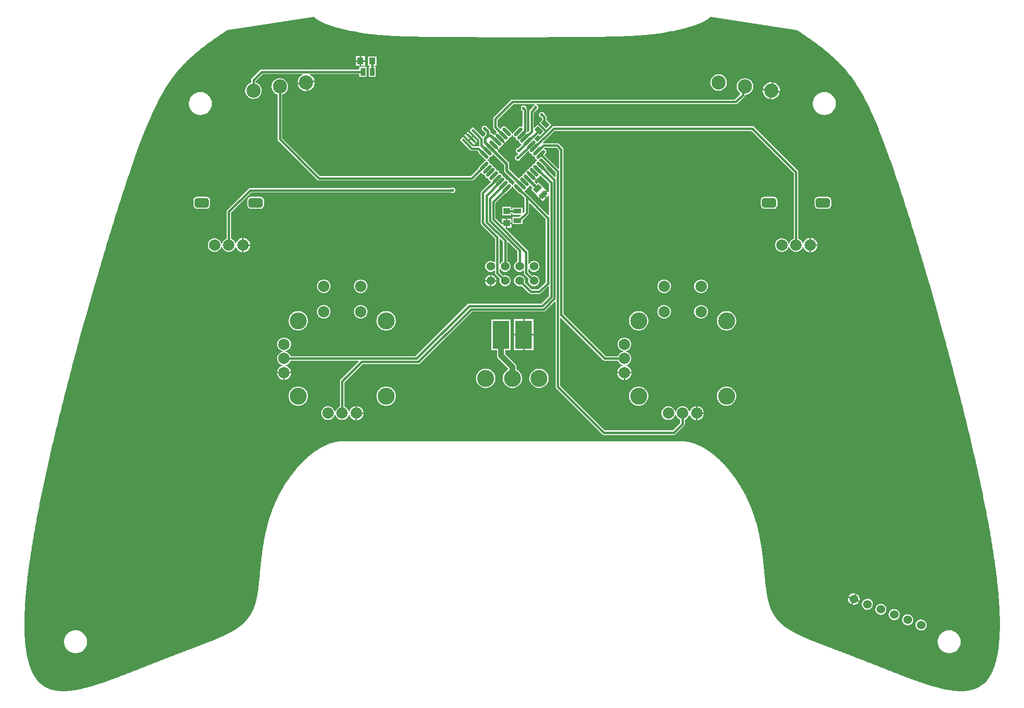
<source format=gtl>
G04*
G04 #@! TF.GenerationSoftware,Altium Limited,Altium Designer,21.1.1 (26)*
G04*
G04 Layer_Physical_Order=1*
G04 Layer_Color=255*
%FSLAX25Y25*%
%MOIN*%
G70*
G04*
G04 #@! TF.SameCoordinates,E5C8E51D-CC19-474A-A973-919B29290584*
G04*
G04*
G04 #@! TF.FilePolarity,Positive*
G04*
G01*
G75*
G04:AMPARAMS|DCode=16|XSize=37.4mil|YSize=53.15mil|CornerRadius=0mil|HoleSize=0mil|Usage=FLASHONLY|Rotation=315.000|XOffset=0mil|YOffset=0mil|HoleType=Round|Shape=Rectangle|*
%AMROTATEDRECTD16*
4,1,4,-0.03202,-0.00557,0.00557,0.03202,0.03202,0.00557,-0.00557,-0.03202,-0.03202,-0.00557,0.0*
%
%ADD16ROTATEDRECTD16*%

G04:AMPARAMS|DCode=31|XSize=53.15mil|YSize=33.47mil|CornerRadius=0mil|HoleSize=0mil|Usage=FLASHONLY|Rotation=135.000|XOffset=0mil|YOffset=0mil|HoleType=Round|Shape=Rectangle|*
%AMROTATEDRECTD31*
4,1,4,0.03062,-0.00696,0.00696,-0.03062,-0.03062,0.00696,-0.00696,0.03062,0.03062,-0.00696,0.0*
%
%ADD31ROTATEDRECTD31*%

%ADD32R,0.04331X0.04724*%
%ADD33R,0.03347X0.05315*%
%ADD34R,0.04724X0.04331*%
%ADD35R,0.05315X0.03347*%
G04:AMPARAMS|DCode=36|XSize=23.62mil|YSize=76.77mil|CornerRadius=0mil|HoleSize=0mil|Usage=FLASHONLY|Rotation=315.000|XOffset=0mil|YOffset=0mil|HoleType=Round|Shape=Round|*
%AMOVALD36*
21,1,0.05315,0.02362,0.00000,0.00000,45.0*
1,1,0.02362,-0.01879,-0.01879*
1,1,0.02362,0.01879,0.01879*
%
%ADD36OVALD36*%

G04:AMPARAMS|DCode=37|XSize=23.62mil|YSize=76.77mil|CornerRadius=0mil|HoleSize=0mil|Usage=FLASHONLY|Rotation=45.000|XOffset=0mil|YOffset=0mil|HoleType=Round|Shape=Round|*
%AMOVALD37*
21,1,0.05315,0.02362,0.00000,0.00000,135.0*
1,1,0.02362,0.01879,-0.01879*
1,1,0.02362,-0.01879,0.01879*
%
%ADD37OVALD37*%

G04:AMPARAMS|DCode=38|XSize=74.8mil|YSize=15.75mil|CornerRadius=0mil|HoleSize=0mil|Usage=FLASHONLY|Rotation=135.000|XOffset=0mil|YOffset=0mil|HoleType=Round|Shape=Rectangle|*
%AMROTATEDRECTD38*
4,1,4,0.03202,-0.02088,0.02088,-0.03202,-0.03202,0.02088,-0.02088,0.03202,0.03202,-0.02088,0.0*
%
%ADD38ROTATEDRECTD38*%

%ADD39C,0.01500*%
%ADD40C,0.01968*%
%ADD41C,0.03937*%
%ADD42C,0.11811*%
G04:AMPARAMS|DCode=43|XSize=66.93mil|YSize=98.43mil|CornerRadius=16.73mil|HoleSize=0mil|Usage=FLASHONLY|Rotation=90.000|XOffset=0mil|YOffset=0mil|HoleType=Round|Shape=RoundedRectangle|*
%AMROUNDEDRECTD43*
21,1,0.06693,0.06496,0,0,90.0*
21,1,0.03347,0.09843,0,0,90.0*
1,1,0.03346,0.03248,0.01673*
1,1,0.03346,0.03248,-0.01673*
1,1,0.03346,-0.03248,-0.01673*
1,1,0.03346,-0.03248,0.01673*
%
%ADD43ROUNDEDRECTD43*%
%ADD44C,0.07874*%
%ADD45C,0.09843*%
%ADD46C,0.06000*%
%ADD47R,0.11811X0.19685*%
%ADD48C,0.02362*%
G36*
X-137645Y296377D02*
X-137643Y296376D01*
X-137641Y296373D01*
X-137606Y296338D01*
X-137603Y296336D01*
X-137601Y296333D01*
X-137566Y296298D01*
X-137563Y296296D01*
X-137561Y296293D01*
X-137525Y296258D01*
X-137522Y296257D01*
X-137520Y296254D01*
X-137484Y296219D01*
X-137482Y296217D01*
X-137480Y296215D01*
X-137443Y296180D01*
X-137441Y296178D01*
X-137439Y296175D01*
X-137402Y296140D01*
X-137399Y296139D01*
X-137398Y296136D01*
X-137361Y296101D01*
X-137358Y296100D01*
X-137356Y296097D01*
X-137319Y296062D01*
X-137316Y296060D01*
X-137314Y296058D01*
X-137276Y296023D01*
X-137274Y296022D01*
X-137272Y296019D01*
X-137234Y295985D01*
X-137231Y295983D01*
X-137229Y295980D01*
X-137191Y295946D01*
X-137188Y295944D01*
X-137187Y295942D01*
X-137148Y295907D01*
X-137145Y295905D01*
X-137144Y295903D01*
X-137105Y295869D01*
X-137102Y295867D01*
X-137100Y295865D01*
X-137061Y295830D01*
X-137058Y295829D01*
X-137057Y295826D01*
X-137017Y295792D01*
X-137014Y295790D01*
X-137013Y295788D01*
X-136973Y295753D01*
X-136970Y295752D01*
X-136969Y295750D01*
X-136928Y295715D01*
X-136926Y295714D01*
X-136924Y295711D01*
X-136883Y295677D01*
X-136881Y295676D01*
X-136879Y295674D01*
X-136838Y295639D01*
X-136836Y295638D01*
X-136834Y295636D01*
X-136793Y295601D01*
X-136791Y295600D01*
X-136789Y295598D01*
X-136748Y295564D01*
X-136745Y295562D01*
X-136743Y295560D01*
X-136702Y295526D01*
X-136699Y295525D01*
X-136697Y295522D01*
X-136655Y295488D01*
X-136653Y295487D01*
X-136651Y295485D01*
X-136609Y295451D01*
X-136606Y295450D01*
X-136605Y295448D01*
X-136562Y295414D01*
X-136559Y295412D01*
X-136558Y295410D01*
X-136515Y295376D01*
X-136512Y295375D01*
X-136511Y295373D01*
X-136467Y295339D01*
X-136465Y295338D01*
X-136463Y295336D01*
X-136420Y295302D01*
X-136417Y295301D01*
X-136416Y295299D01*
X-136372Y295265D01*
X-136370Y295264D01*
X-136368Y295262D01*
X-136324Y295228D01*
X-136321Y295227D01*
X-136320Y295225D01*
X-136275Y295191D01*
X-136273Y295190D01*
X-136271Y295188D01*
X-136226Y295154D01*
X-136224Y295153D01*
X-136222Y295151D01*
X-136177Y295117D01*
X-136175Y295116D01*
X-136173Y295114D01*
X-136128Y295081D01*
X-136126Y295080D01*
X-136124Y295078D01*
X-136078Y295044D01*
X-136076Y295043D01*
X-136075Y295041D01*
X-136029Y295008D01*
X-136026Y295007D01*
X-136025Y295005D01*
X-135978Y294971D01*
X-135976Y294970D01*
X-135975Y294969D01*
X-135928Y294935D01*
X-135926Y294934D01*
X-135924Y294932D01*
X-135877Y294899D01*
X-135875Y294898D01*
X-135873Y294896D01*
X-135826Y294863D01*
X-135824Y294862D01*
X-135823Y294860D01*
X-135775Y294827D01*
X-135773Y294826D01*
X-135771Y294824D01*
X-135723Y294791D01*
X-135721Y294790D01*
X-135720Y294788D01*
X-135672Y294755D01*
X-135670Y294754D01*
X-135668Y294752D01*
X-135620Y294719D01*
X-135618Y294718D01*
X-135616Y294717D01*
X-135567Y294683D01*
X-135565Y294683D01*
X-135564Y294681D01*
X-135515Y294648D01*
X-135513Y294647D01*
X-135511Y294645D01*
X-135462Y294612D01*
X-135460Y294611D01*
X-135458Y294610D01*
X-135409Y294577D01*
X-135407Y294576D01*
X-135405Y294574D01*
X-135355Y294542D01*
X-135353Y294541D01*
X-135352Y294539D01*
X-135302Y294506D01*
X-135300Y294505D01*
X-135298Y294504D01*
X-135248Y294471D01*
X-135246Y294470D01*
X-135244Y294469D01*
X-135194Y294436D01*
X-135192Y294435D01*
X-135190Y294433D01*
X-135139Y294401D01*
X-135137Y294400D01*
X-135136Y294398D01*
X-135084Y294366D01*
X-135082Y294365D01*
X-135081Y294363D01*
X-135029Y294331D01*
X-135028Y294330D01*
X-135026Y294328D01*
X-134974Y294296D01*
X-134972Y294295D01*
X-134971Y294293D01*
X-134918Y294261D01*
X-134917Y294260D01*
X-134915Y294259D01*
X-134863Y294226D01*
X-134861Y294226D01*
X-134859Y294224D01*
X-134807Y294192D01*
X-134805Y294191D01*
X-134803Y294190D01*
X-134750Y294157D01*
X-134749Y294156D01*
X-134747Y294155D01*
X-134694Y294122D01*
X-134692Y294122D01*
X-134691Y294121D01*
X-134637Y294088D01*
X-134635Y294087D01*
X-134634Y294086D01*
X-134580Y294054D01*
X-134578Y294053D01*
X-134577Y294052D01*
X-134523Y294019D01*
X-134521Y294019D01*
X-134519Y294017D01*
X-134465Y293985D01*
X-134463Y293985D01*
X-134462Y293983D01*
X-134407Y293951D01*
X-134405Y293950D01*
X-134404Y293949D01*
X-134349Y293917D01*
X-134347Y293916D01*
X-134346Y293915D01*
X-134291Y293883D01*
X-134289Y293882D01*
X-134288Y293881D01*
X-134232Y293849D01*
X-134230Y293848D01*
X-134229Y293847D01*
X-134173Y293815D01*
X-134171Y293814D01*
X-134170Y293813D01*
X-134114Y293781D01*
X-134113Y293781D01*
X-134111Y293779D01*
X-134055Y293747D01*
X-134053Y293747D01*
X-134052Y293746D01*
X-133995Y293714D01*
X-133993Y293713D01*
X-133992Y293712D01*
X-133935Y293680D01*
X-133933Y293680D01*
X-133932Y293678D01*
X-133875Y293647D01*
X-133873Y293646D01*
X-133872Y293645D01*
X-133815Y293613D01*
X-133813Y293613D01*
X-133812Y293612D01*
X-133754Y293580D01*
X-133753Y293579D01*
X-133751Y293578D01*
X-133693Y293547D01*
X-133692Y293546D01*
X-133690Y293545D01*
X-133632Y293513D01*
X-133631Y293513D01*
X-133629Y293512D01*
X-133571Y293480D01*
X-133569Y293479D01*
X-133568Y293478D01*
X-133509Y293447D01*
X-133508Y293446D01*
X-133506Y293445D01*
X-133447Y293414D01*
X-133446Y293413D01*
X-133445Y293412D01*
X-133385Y293381D01*
X-133384Y293380D01*
X-133382Y293379D01*
X-133323Y293348D01*
X-133321Y293347D01*
X-133320Y293346D01*
X-133260Y293315D01*
X-133259Y293314D01*
X-133258Y293313D01*
X-133198Y293282D01*
X-133196Y293282D01*
X-133195Y293281D01*
X-133135Y293249D01*
X-133133Y293249D01*
X-133132Y293248D01*
X-133071Y293217D01*
X-133070Y293216D01*
X-133069Y293215D01*
X-133008Y293184D01*
X-133006Y293184D01*
X-133005Y293183D01*
X-132944Y293151D01*
X-132942Y293151D01*
X-132941Y293150D01*
X-132880Y293119D01*
X-132879Y293119D01*
X-132877Y293117D01*
X-132816Y293086D01*
X-132814Y293086D01*
X-132813Y293085D01*
X-132751Y293054D01*
X-132750Y293054D01*
X-132749Y293053D01*
X-132687Y293022D01*
X-132685Y293021D01*
X-132684Y293020D01*
X-132622Y292989D01*
X-132620Y292989D01*
X-132619Y292988D01*
X-132557Y292957D01*
X-132555Y292957D01*
X-132554Y292956D01*
X-132491Y292925D01*
X-132490Y292925D01*
X-132489Y292924D01*
X-132426Y292893D01*
X-132424Y292893D01*
X-132423Y292892D01*
X-132360Y292861D01*
X-132358Y292861D01*
X-132357Y292860D01*
X-132293Y292829D01*
X-132292Y292829D01*
X-132291Y292828D01*
X-132227Y292797D01*
X-132226Y292797D01*
X-132225Y292796D01*
X-132161Y292765D01*
X-132159Y292765D01*
X-132158Y292764D01*
X-132094Y292734D01*
X-132093Y292733D01*
X-132091Y292732D01*
X-132027Y292702D01*
X-132026Y292701D01*
X-132025Y292701D01*
X-131960Y292670D01*
X-131958Y292670D01*
X-131957Y292669D01*
X-131892Y292638D01*
X-131891Y292638D01*
X-131890Y292637D01*
X-131825Y292607D01*
X-131824Y292607D01*
X-131822Y292606D01*
X-131757Y292576D01*
X-131756Y292575D01*
X-131755Y292574D01*
X-131689Y292544D01*
X-131687Y292544D01*
X-131686Y292543D01*
X-131621Y292513D01*
X-131619Y292512D01*
X-131618Y292512D01*
X-131552Y292481D01*
X-131551Y292481D01*
X-131550Y292480D01*
X-131483Y292450D01*
X-131482Y292450D01*
X-131481Y292449D01*
X-131414Y292419D01*
X-131413Y292419D01*
X-131412Y292418D01*
X-131345Y292388D01*
X-131344Y292388D01*
X-131343Y292387D01*
X-131276Y292357D01*
X-131274Y292356D01*
X-131274Y292356D01*
X-131206Y292326D01*
X-131205Y292325D01*
X-131204Y292325D01*
X-131136Y292295D01*
X-131135Y292294D01*
X-131134Y292294D01*
X-131066Y292264D01*
X-131065Y292264D01*
X-131064Y292263D01*
X-130996Y292233D01*
X-130995Y292233D01*
X-130994Y292232D01*
X-130926Y292202D01*
X-130924Y292202D01*
X-130923Y292201D01*
X-130855Y292171D01*
X-130854Y292171D01*
X-130853Y292171D01*
X-130784Y292141D01*
X-130783Y292140D01*
X-130782Y292140D01*
X-130713Y292110D01*
X-130712Y292110D01*
X-130711Y292109D01*
X-130642Y292079D01*
X-130641Y292079D01*
X-130640Y292079D01*
X-130570Y292049D01*
X-130569Y292049D01*
X-130568Y292048D01*
X-130499Y292019D01*
X-130498Y292018D01*
X-130497Y292018D01*
X-130427Y291988D01*
X-130426Y291988D01*
X-130425Y291987D01*
X-130355Y291958D01*
X-130353Y291957D01*
X-130353Y291957D01*
X-130282Y291927D01*
X-130281Y291927D01*
X-130280Y291927D01*
X-130210Y291897D01*
X-130209Y291897D01*
X-130208Y291896D01*
X-130137Y291867D01*
X-130136Y291867D01*
X-130135Y291866D01*
X-130064Y291837D01*
X-130063Y291837D01*
X-130062Y291836D01*
X-129991Y291807D01*
X-129990Y291807D01*
X-129990Y291806D01*
X-129918Y291777D01*
X-129917Y291777D01*
X-129916Y291776D01*
X-129845Y291747D01*
X-129844Y291747D01*
X-129843Y291746D01*
X-129771Y291717D01*
X-129770Y291717D01*
X-129768Y291716D01*
X-129624Y291658D01*
X-129622Y291657D01*
X-129620Y291656D01*
X-129475Y291598D01*
X-129473Y291598D01*
X-129472Y291597D01*
X-129326Y291539D01*
X-129324Y291539D01*
X-129323Y291538D01*
X-129176Y291480D01*
X-129174Y291480D01*
X-129173Y291479D01*
X-129025Y291421D01*
X-129023Y291421D01*
X-129022Y291420D01*
X-128874Y291363D01*
X-128872Y291362D01*
X-128870Y291361D01*
X-128721Y291304D01*
X-128719Y291304D01*
X-128718Y291303D01*
X-128568Y291246D01*
X-128567Y291246D01*
X-128565Y291245D01*
X-128415Y291188D01*
X-128413Y291188D01*
X-128411Y291187D01*
X-128260Y291131D01*
X-128259Y291130D01*
X-128257Y291129D01*
X-128105Y291073D01*
X-128104Y291073D01*
X-128102Y291072D01*
X-127950Y291016D01*
X-127948Y291016D01*
X-127946Y291015D01*
X-127793Y290959D01*
X-127792Y290959D01*
X-127790Y290958D01*
X-127636Y290902D01*
X-127635Y290902D01*
X-127633Y290901D01*
X-127479Y290845D01*
X-127477Y290845D01*
X-127476Y290844D01*
X-127320Y290789D01*
X-127319Y290789D01*
X-127317Y290788D01*
X-127162Y290733D01*
X-127160Y290733D01*
X-127158Y290732D01*
X-127002Y290677D01*
X-127000Y290677D01*
X-126999Y290676D01*
X-126842Y290621D01*
X-126840Y290621D01*
X-126839Y290620D01*
X-126681Y290566D01*
X-126680Y290565D01*
X-126678Y290565D01*
X-126520Y290510D01*
X-126518Y290510D01*
X-126517Y290509D01*
X-126358Y290455D01*
X-126356Y290455D01*
X-126355Y290454D01*
X-126196Y290400D01*
X-126194Y290400D01*
X-126193Y290399D01*
X-126033Y290346D01*
X-126031Y290345D01*
X-126030Y290345D01*
X-125869Y290291D01*
X-125868Y290291D01*
X-125866Y290290D01*
X-125705Y290237D01*
X-125704Y290237D01*
X-125702Y290236D01*
X-125540Y290183D01*
X-125539Y290182D01*
X-125538Y290182D01*
X-125375Y290129D01*
X-125374Y290129D01*
X-125373Y290128D01*
X-125210Y290075D01*
X-125208Y290075D01*
X-125207Y290074D01*
X-125043Y290022D01*
X-125042Y290022D01*
X-125041Y290021D01*
X-124877Y289968D01*
X-124875Y289968D01*
X-124874Y289968D01*
X-124710Y289915D01*
X-124708Y289915D01*
X-124707Y289915D01*
X-124542Y289863D01*
X-124541Y289863D01*
X-124540Y289862D01*
X-124374Y289810D01*
X-124373Y289810D01*
X-124372Y289809D01*
X-124206Y289758D01*
X-124204Y289758D01*
X-124203Y289757D01*
X-124037Y289706D01*
X-124035Y289705D01*
X-124034Y289705D01*
X-123867Y289654D01*
X-123866Y289653D01*
X-123865Y289653D01*
X-123697Y289602D01*
X-123696Y289602D01*
X-123695Y289601D01*
X-123527Y289550D01*
X-123526Y289550D01*
X-123525Y289550D01*
X-123356Y289499D01*
X-123355Y289499D01*
X-123354Y289498D01*
X-123185Y289448D01*
X-123184Y289448D01*
X-123183Y289447D01*
X-123014Y289397D01*
X-123012Y289397D01*
X-123011Y289396D01*
X-122842Y289346D01*
X-122841Y289346D01*
X-122840Y289346D01*
X-122669Y289296D01*
X-122668Y289296D01*
X-122667Y289295D01*
X-122497Y289246D01*
X-122496Y289246D01*
X-122495Y289245D01*
X-122324Y289196D01*
X-122323Y289195D01*
X-122322Y289195D01*
X-122151Y289146D01*
X-122149Y289146D01*
X-122148Y289145D01*
X-121977Y289096D01*
X-121976Y289096D01*
X-121975Y289096D01*
X-121803Y289047D01*
X-121802Y289047D01*
X-121801Y289046D01*
X-121628Y288998D01*
X-121627Y288998D01*
X-121626Y288997D01*
X-121454Y288949D01*
X-121452Y288948D01*
X-121452Y288948D01*
X-121279Y288900D01*
X-121277Y288900D01*
X-121277Y288899D01*
X-121103Y288851D01*
X-121102Y288851D01*
X-121101Y288851D01*
X-120928Y288803D01*
X-120926Y288803D01*
X-120926Y288802D01*
X-120752Y288755D01*
X-120751Y288755D01*
X-120750Y288754D01*
X-120575Y288707D01*
X-120574Y288707D01*
X-120573Y288706D01*
X-120399Y288659D01*
X-120398Y288659D01*
X-120397Y288658D01*
X-120134Y288588D01*
X-120133Y288588D01*
X-120131Y288587D01*
X-119868Y288517D01*
X-119867Y288517D01*
X-119866Y288517D01*
X-119602Y288447D01*
X-119600Y288447D01*
X-119599Y288446D01*
X-119335Y288377D01*
X-119334Y288377D01*
X-119332Y288377D01*
X-119068Y288308D01*
X-119066Y288308D01*
X-119065Y288307D01*
X-118800Y288239D01*
X-118798Y288239D01*
X-118797Y288239D01*
X-118531Y288171D01*
X-118530Y288171D01*
X-118529Y288170D01*
X-118262Y288103D01*
X-118261Y288103D01*
X-118260Y288103D01*
X-117993Y288036D01*
X-117992Y288036D01*
X-117991Y288035D01*
X-117723Y287969D01*
X-117722Y287969D01*
X-117721Y287968D01*
X-117453Y287903D01*
X-117452Y287903D01*
X-117450Y287902D01*
X-117093Y287815D01*
X-117091Y287815D01*
X-117090Y287814D01*
X-116732Y287728D01*
X-116730Y287728D01*
X-116728Y287727D01*
X-116370Y287642D01*
X-116368Y287642D01*
X-116366Y287641D01*
X-116007Y287557D01*
X-116005Y287557D01*
X-116003Y287556D01*
X-115553Y287452D01*
X-115551Y287452D01*
X-115550Y287451D01*
X-115099Y287348D01*
X-115097Y287348D01*
X-115095Y287347D01*
X-114643Y287245D01*
X-114641Y287245D01*
X-114639Y287244D01*
X-114096Y287123D01*
X-114094Y287123D01*
X-114091Y287122D01*
X-113457Y286984D01*
X-113454Y286984D01*
X-113451Y286983D01*
X-112725Y286828D01*
X-112721Y286828D01*
X-112718Y286827D01*
X-111808Y286638D01*
X-111803Y286638D01*
X-111798Y286636D01*
X-110429Y286363D01*
X-110424Y286357D01*
X-110425Y286353D01*
X-106615Y285692D01*
Y285692D01*
X-106399Y285649D01*
X-106386Y285652D01*
X-103515Y285154D01*
X-103513Y285166D01*
X-103507Y285170D01*
X-102182Y284976D01*
X-102177Y284977D01*
X-102172Y284975D01*
X-101217Y284843D01*
X-101213Y284843D01*
X-101210Y284842D01*
X-100440Y284739D01*
X-100437Y284739D01*
X-100434Y284738D01*
X-99755Y284651D01*
X-99752Y284651D01*
X-99750Y284650D01*
X-99164Y284577D01*
X-99162Y284577D01*
X-99160Y284577D01*
X-98570Y284505D01*
X-98568Y284505D01*
X-98566Y284504D01*
X-98071Y284446D01*
X-98070Y284446D01*
X-98068Y284446D01*
X-97570Y284388D01*
X-97568Y284388D01*
X-97567Y284388D01*
X-97167Y284343D01*
X-97165Y284343D01*
X-97163Y284342D01*
X-96761Y284298D01*
X-96760Y284298D01*
X-96758Y284298D01*
X-96354Y284254D01*
X-96352Y284254D01*
X-96351Y284254D01*
X-95944Y284211D01*
X-95942Y284211D01*
X-95941Y284210D01*
X-95532Y284168D01*
X-95530Y284168D01*
X-95529Y284168D01*
X-95221Y284136D01*
X-95219Y284137D01*
X-95218Y284136D01*
X-94908Y284105D01*
X-94907Y284105D01*
X-94906Y284105D01*
X-94595Y284074D01*
X-94594Y284074D01*
X-94593Y284074D01*
X-94280Y284044D01*
X-94279Y284044D01*
X-94278Y284044D01*
X-93963Y284014D01*
X-93962Y284014D01*
X-93961Y284014D01*
X-93645Y283984D01*
X-93644Y283984D01*
X-93643Y283984D01*
X-93325Y283955D01*
X-93324Y283955D01*
X-93323Y283955D01*
X-93004Y283926D01*
X-93003Y283926D01*
X-93002Y283926D01*
X-92681Y283897D01*
X-92680Y283897D01*
X-92678Y283897D01*
X-92356Y283869D01*
X-92355Y283869D01*
X-92354Y283869D01*
X-92029Y283841D01*
X-92028Y283841D01*
X-92027Y283841D01*
X-91701Y283814D01*
X-91700Y283814D01*
X-91699Y283813D01*
X-91370Y283786D01*
X-91369Y283786D01*
X-91369Y283786D01*
X-91038Y283759D01*
X-91037Y283759D01*
X-91037Y283759D01*
X-90815Y283742D01*
X-90815Y283742D01*
X-90814Y283742D01*
X-90592Y283724D01*
X-90591Y283724D01*
X-90591Y283724D01*
X-90368Y283707D01*
X-90367Y283707D01*
X-90366Y283707D01*
X-90143Y283689D01*
X-90142Y283689D01*
X-90141Y283689D01*
X-89916Y283672D01*
X-89916Y283672D01*
X-89915Y283672D01*
X-89689Y283655D01*
X-89689Y283656D01*
X-89688Y283655D01*
X-89461Y283639D01*
X-89461Y283639D01*
X-89460Y283639D01*
X-89232Y283622D01*
X-89232Y283622D01*
X-89231Y283622D01*
X-89003Y283605D01*
X-89002Y283606D01*
X-89001Y283605D01*
X-88772Y283589D01*
X-88771Y283589D01*
X-88771Y283589D01*
X-88540Y283573D01*
X-88539Y283573D01*
X-88539Y283573D01*
X-88307Y283557D01*
X-88306Y283557D01*
X-88306Y283557D01*
X-88073Y283541D01*
X-88073Y283541D01*
X-88072Y283541D01*
X-87838Y283525D01*
X-87838Y283525D01*
X-87837Y283525D01*
X-87602Y283509D01*
X-87602Y283509D01*
X-87601Y283509D01*
X-87365Y283494D01*
X-87365Y283494D01*
X-87364Y283494D01*
X-87127Y283478D01*
X-87127Y283479D01*
X-87126Y283478D01*
X-86888Y283463D01*
X-86888Y283463D01*
X-86887Y283463D01*
X-86648Y283448D01*
X-86647Y283448D01*
X-86647Y283448D01*
X-86406Y283433D01*
X-86406Y283433D01*
X-86405Y283433D01*
X-86164Y283418D01*
X-86163Y283419D01*
X-86163Y283418D01*
X-85920Y283404D01*
X-85919Y283404D01*
X-85919Y283404D01*
X-85675Y283389D01*
X-85675Y283389D01*
X-85674Y283389D01*
X-85429Y283375D01*
X-85429Y283375D01*
X-85428Y283375D01*
X-85182Y283361D01*
X-85181Y283361D01*
X-85181Y283361D01*
X-84934Y283347D01*
X-84933Y283347D01*
X-84933Y283347D01*
X-84684Y283332D01*
X-84683Y283333D01*
X-84683Y283332D01*
X-84433Y283319D01*
X-84433Y283319D01*
X-84432Y283319D01*
X-84181Y283305D01*
X-84180Y283305D01*
X-84180Y283305D01*
X-83928Y283291D01*
X-83927Y283291D01*
X-83927Y283291D01*
X-83673Y283278D01*
X-83672Y283278D01*
X-83672Y283278D01*
X-83417Y283265D01*
X-83417Y283265D01*
X-83416Y283264D01*
X-83160Y283251D01*
X-83159Y283252D01*
X-83159Y283251D01*
X-82901Y283238D01*
X-82901Y283238D01*
X-82900Y283238D01*
X-82642Y283225D01*
X-82641Y283225D01*
X-82640Y283225D01*
X-82380Y283212D01*
X-82380Y283213D01*
X-82379Y283212D01*
X-82118Y283200D01*
X-82117Y283200D01*
X-82117Y283200D01*
X-81854Y283187D01*
X-81853Y283187D01*
X-81853Y283187D01*
X-81588Y283175D01*
X-81588Y283175D01*
X-81587Y283175D01*
X-81322Y283162D01*
X-81321Y283163D01*
X-81321Y283162D01*
X-81053Y283150D01*
X-81053Y283150D01*
X-81053Y283150D01*
X-80784Y283138D01*
X-80783Y283138D01*
X-80783Y283138D01*
X-80513Y283126D01*
X-80512Y283126D01*
X-80512Y283126D01*
X-80240Y283114D01*
X-80240Y283115D01*
X-80239Y283114D01*
X-79966Y283103D01*
X-79966Y283103D01*
X-79965Y283103D01*
X-79691Y283091D01*
X-79690Y283091D01*
X-79690Y283091D01*
X-79414Y283080D01*
X-79413Y283080D01*
X-79413Y283080D01*
X-79135Y283068D01*
X-79135Y283068D01*
X-79134Y283068D01*
X-78855Y283057D01*
X-78855Y283057D01*
X-78854Y283057D01*
X-78573Y283046D01*
X-78573Y283046D01*
X-78572Y283046D01*
X-78290Y283035D01*
X-78290Y283035D01*
X-78289Y283035D01*
X-78005Y283024D01*
X-78005Y283024D01*
X-78004Y283024D01*
X-77719Y283013D01*
X-77718Y283013D01*
X-77718Y283013D01*
X-77431Y283002D01*
X-77430Y283003D01*
X-77430Y283002D01*
X-77141Y282992D01*
X-77141Y282992D01*
X-77140Y282992D01*
X-76850Y282981D01*
X-76849Y282982D01*
X-76849Y282981D01*
X-76557Y282971D01*
X-76556Y282971D01*
X-76556Y282971D01*
X-76262Y282961D01*
X-76262Y282961D01*
X-76261Y282961D01*
X-75966Y282951D01*
X-75965Y282951D01*
X-75965Y282951D01*
X-75668Y282941D01*
X-75667Y282941D01*
X-75667Y282941D01*
X-75368Y282931D01*
X-75367Y282931D01*
X-75367Y282931D01*
X-75066Y282921D01*
X-75066Y282921D01*
X-75066Y282921D01*
X-74763Y282911D01*
X-74763Y282911D01*
X-74762Y282911D01*
X-74458Y282902D01*
X-74458Y282902D01*
X-74457Y282902D01*
X-74151Y282892D01*
X-74151Y282892D01*
X-74150Y282892D01*
X-73842Y282883D01*
X-73842Y282883D01*
X-73842Y282883D01*
X-73532Y282874D01*
X-73532Y282874D01*
X-73531Y282874D01*
X-73220Y282864D01*
X-73219Y282865D01*
X-73219Y282864D01*
X-72905Y282856D01*
X-72905Y282856D01*
X-72905Y282855D01*
X-72589Y282846D01*
X-72589Y282846D01*
X-72589Y282846D01*
X-72272Y282838D01*
X-72271Y282838D01*
X-72271Y282838D01*
X-71952Y282829D01*
X-71951Y282829D01*
X-71951Y282829D01*
X-71630Y282820D01*
X-71630Y282820D01*
X-71629Y282820D01*
X-71306Y282812D01*
X-71306Y282812D01*
X-71306Y282812D01*
X-70981Y282803D01*
X-70981Y282803D01*
X-70980Y282803D01*
X-70653Y282795D01*
X-70653Y282795D01*
X-70653Y282795D01*
X-70489Y282791D01*
X-70489Y282791D01*
X-70488Y282791D01*
X-70324Y282786D01*
X-70323Y282786D01*
X-70323Y282786D01*
X-70158Y282782D01*
X-70158Y282782D01*
X-70158Y282782D01*
X-69992Y282778D01*
X-69992Y282778D01*
X-69992Y282778D01*
X-69826Y282774D01*
X-69826Y282774D01*
X-69825Y282774D01*
X-69659Y282770D01*
X-69658Y282770D01*
X-69658Y282770D01*
X-69491Y282766D01*
X-69491Y282766D01*
X-69491Y282766D01*
X-69323Y282762D01*
X-69323Y282762D01*
X-69323Y282762D01*
X-69155Y282758D01*
X-69154Y282758D01*
X-69154Y282758D01*
X-68986Y282754D01*
X-68985Y282754D01*
X-68985Y282754D01*
X-68816Y282750D01*
X-68816Y282750D01*
X-68816Y282750D01*
X-68646Y282747D01*
X-68646Y282747D01*
X-68646Y282747D01*
X-68475Y282743D01*
X-68475Y282743D01*
X-68475Y282743D01*
X-68304Y282739D01*
X-68304Y282739D01*
X-68304Y282739D01*
X-68133Y282735D01*
X-68133Y282735D01*
X-68133Y282735D01*
X-67961Y282731D01*
X-67961Y282731D01*
X-67960Y282731D01*
X-67788Y282727D01*
X-67788Y282727D01*
X-67788Y282727D01*
X-67615Y282724D01*
X-67615Y282724D01*
X-67615Y282724D01*
X-67441Y282720D01*
X-67441Y282720D01*
X-67441Y282720D01*
X-67267Y282716D01*
X-67267Y282716D01*
X-67267Y282716D01*
X-67092Y282713D01*
X-67092Y282713D01*
X-67092Y282713D01*
X-66917Y282709D01*
X-66917Y282709D01*
X-66917Y282709D01*
X-66741Y282705D01*
X-66741Y282705D01*
X-66741Y282705D01*
X-66565Y282701D01*
X-66565Y282702D01*
X-66564Y282701D01*
X-66388Y282698D01*
X-66387Y282698D01*
X-66387Y282698D01*
X-66210Y282694D01*
X-66210Y282694D01*
X-66210Y282694D01*
X-66032Y282691D01*
X-66032Y282691D01*
X-66032Y282691D01*
X-65854Y282687D01*
X-65854Y282687D01*
X-65854Y282687D01*
X-65675Y282684D01*
X-65675Y282684D01*
X-65675Y282684D01*
X-65495Y282680D01*
X-65495Y282680D01*
X-65495Y282680D01*
X-65315Y282677D01*
X-65315Y282677D01*
X-65315Y282677D01*
X-65134Y282673D01*
X-65134Y282673D01*
X-65134Y282673D01*
X-64953Y282670D01*
X-64953Y282670D01*
X-64953Y282670D01*
X-64771Y282666D01*
X-64771Y282667D01*
X-64771Y282666D01*
X-64589Y282663D01*
X-64588Y282663D01*
X-64588Y282663D01*
X-64406Y282660D01*
X-64406Y282660D01*
X-64406Y282660D01*
X-64222Y282656D01*
X-64222Y282657D01*
X-64222Y282656D01*
X-64038Y282653D01*
X-64038Y282653D01*
X-64038Y282653D01*
X-63853Y282650D01*
X-63853Y282650D01*
X-63853Y282650D01*
X-63668Y282646D01*
X-63668Y282647D01*
X-63668Y282646D01*
X-63482Y282643D01*
X-63482Y282643D01*
X-63482Y282643D01*
X-63296Y282640D01*
X-63296Y282640D01*
X-63296Y282640D01*
X-63109Y282637D01*
X-63109Y282637D01*
X-63109Y282637D01*
X-62922Y282634D01*
X-62922Y282634D01*
X-62921Y282634D01*
X-62734Y282630D01*
X-62734Y282630D01*
X-62733Y282630D01*
X-62545Y282627D01*
X-62545Y282627D01*
X-62545Y282627D01*
X-62356Y282624D01*
X-62356Y282624D01*
X-62356Y282624D01*
X-62166Y282621D01*
X-62166Y282621D01*
X-62166Y282621D01*
X-61976Y282618D01*
X-61975Y282618D01*
X-61975Y282618D01*
X-61785Y282615D01*
X-61784Y282615D01*
X-61784Y282615D01*
X-61593Y282612D01*
X-61593Y282612D01*
X-61593Y282612D01*
X-61401Y282609D01*
X-61401Y282609D01*
X-61401Y282609D01*
X-61208Y282606D01*
X-61208Y282606D01*
X-61208Y282606D01*
X-61015Y282603D01*
X-61015Y282603D01*
X-61015Y282603D01*
X-60821Y282600D01*
X-60821Y282600D01*
X-60821Y282600D01*
X-60626Y282597D01*
X-60626Y282597D01*
X-60626Y282597D01*
X-60431Y282594D01*
X-60431Y282594D01*
X-60431Y282594D01*
X-60235Y282591D01*
X-60235Y282591D01*
X-60235Y282591D01*
X-60039Y282588D01*
X-60039Y282588D01*
X-60039Y282588D01*
X-59842Y282585D01*
X-59842Y282585D01*
X-59842Y282585D01*
X-59645Y282582D01*
X-59645Y282582D01*
X-59644Y282582D01*
X-59447Y282579D01*
X-59446Y282579D01*
X-59446Y282579D01*
X-59248Y282577D01*
X-59248Y282577D01*
X-59247Y282577D01*
X-59048Y282574D01*
X-59048Y282574D01*
X-59048Y282574D01*
X-58848Y282571D01*
X-58848Y282571D01*
X-58848Y282571D01*
X-58648Y282568D01*
X-58648Y282568D01*
X-58648Y282568D01*
X-58447Y282565D01*
X-58447Y282566D01*
X-58446Y282565D01*
X-58245Y282563D01*
X-58245Y282563D01*
X-58245Y282563D01*
X-58042Y282560D01*
X-58042Y282560D01*
X-58042Y282560D01*
X-57839Y282557D01*
X-57839Y282557D01*
X-57839Y282557D01*
X-57635Y282555D01*
X-57635Y282555D01*
X-57635Y282555D01*
X-57431Y282552D01*
X-57431Y282552D01*
X-57431Y282552D01*
X-57226Y282549D01*
X-57226Y282550D01*
X-57226Y282549D01*
X-57021Y282547D01*
X-57021Y282547D01*
X-57020Y282547D01*
X-56814Y282544D01*
X-56814D01*
X-56608Y282542D01*
X-56608Y282542D01*
X-56608Y282542D01*
X-56400Y282539D01*
X-56400Y282539D01*
X-56400Y282539D01*
X-56192Y282537D01*
X-56192Y282537D01*
X-56192Y282537D01*
X-55983Y282534D01*
X-55983Y282534D01*
X-55983Y282534D01*
X-55774Y282531D01*
X-55774Y282531D01*
X-55774Y282531D01*
X-55564Y282529D01*
X-55564Y282529D01*
X-55564Y282529D01*
X-55353Y282526D01*
X-55353Y282526D01*
X-55353Y282526D01*
X-55142Y282524D01*
X-55142Y282524D01*
X-55142Y282524D01*
X-54930Y282522D01*
X-54930Y282522D01*
X-54930Y282522D01*
X-54717Y282519D01*
X-54717Y282519D01*
X-54717Y282519D01*
X-54504Y282517D01*
X-54504Y282517D01*
X-54504Y282517D01*
X-54290Y282514D01*
X-54290Y282514D01*
X-54290Y282514D01*
X-54076Y282512D01*
X-54076Y282512D01*
X-54075Y282512D01*
X-53860Y282510D01*
X-53860Y282510D01*
X-53860Y282510D01*
X-53645Y282507D01*
X-53645Y282507D01*
X-53644Y282507D01*
X-53428Y282505D01*
X-53428Y282505D01*
X-53428Y282505D01*
X-53211Y282503D01*
X-53211Y282503D01*
X-53211Y282503D01*
X-52993Y282500D01*
X-52993Y282500D01*
X-52993Y282500D01*
X-52775Y282498D01*
X-52775D01*
X-52555Y282496D01*
X-52555Y282496D01*
X-52555Y282496D01*
X-52336Y282494D01*
X-52335Y282494D01*
X-52335Y282494D01*
X-52115Y282491D01*
X-52115Y282491D01*
X-52115Y282491D01*
X-51894Y282489D01*
X-51894Y282489D01*
X-51672Y282487D01*
X-51672Y282487D01*
X-51672Y282487D01*
X-51450Y282485D01*
X-51449Y282485D01*
X-51449Y282485D01*
X-51226Y282483D01*
X-51226Y282483D01*
X-51226Y282483D01*
X-51002Y282481D01*
X-51002Y282481D01*
X-51002Y282481D01*
X-50778Y282478D01*
X-50778Y282478D01*
X-50778Y282478D01*
X-50552Y282476D01*
X-50552Y282476D01*
X-50552Y282476D01*
X-50327Y282474D01*
X-50327Y282474D01*
X-50327Y282474D01*
X-50100Y282472D01*
X-50100Y282472D01*
X-50100Y282472D01*
X-49873Y282470D01*
X-49873Y282470D01*
X-49873Y282470D01*
X-49645Y282468D01*
X-49645Y282468D01*
X-49645Y282468D01*
X-49416Y282466D01*
X-49416Y282466D01*
X-49416Y282466D01*
X-49187Y282464D01*
X-49187Y282464D01*
X-49187Y282464D01*
X-48957Y282462D01*
X-48957Y282462D01*
X-48957Y282462D01*
X-48726Y282460D01*
X-48726Y282460D01*
X-48726Y282460D01*
X-48495Y282458D01*
X-48494Y282458D01*
X-48494Y282458D01*
X-48263Y282456D01*
X-48262Y282456D01*
X-48262Y282456D01*
X-48030Y282454D01*
X-48030Y282454D01*
X-47796Y282452D01*
X-47796Y282452D01*
X-47796Y282452D01*
X-47562Y282450D01*
X-47562Y282450D01*
X-47562Y282450D01*
X-47091Y282447D01*
X-47091Y282447D01*
X-47091Y282447D01*
X-46855Y282445D01*
X-46855Y282445D01*
X-46855Y282445D01*
X-46618Y282443D01*
X-46618Y282443D01*
X-46618Y282443D01*
X-46380Y282441D01*
X-46380Y282441D01*
X-46380Y282441D01*
X-46142Y282439D01*
X-46142Y282439D01*
X-46142Y282439D01*
X-45903Y282437D01*
X-45902Y282438D01*
X-45902Y282437D01*
X-45663Y282436D01*
X-45663Y282436D01*
X-45663Y282436D01*
X-45422Y282434D01*
X-45422Y282434D01*
X-45422Y282434D01*
X-45181Y282432D01*
X-45181Y282432D01*
X-45181Y282432D01*
X-44939Y282431D01*
X-44939Y282431D01*
X-44939Y282431D01*
X-44696Y282429D01*
X-44696Y282429D01*
X-44696Y282429D01*
X-44453Y282427D01*
X-44453Y282427D01*
X-44453Y282427D01*
X-44208Y282425D01*
X-44208Y282425D01*
X-44208Y282425D01*
X-43964Y282424D01*
X-43963Y282424D01*
X-43963Y282424D01*
X-43718Y282422D01*
X-43718Y282422D01*
X-43718Y282422D01*
X-43471Y282420D01*
X-43471Y282420D01*
X-43471Y282420D01*
X-43224Y282419D01*
X-43224Y282419D01*
X-43224Y282419D01*
X-42976Y282417D01*
X-42976Y282417D01*
X-42976Y282417D01*
X-42728Y282416D01*
X-42728Y282416D01*
X-42728Y282416D01*
X-42479Y282414D01*
X-42479Y282414D01*
X-42479Y282414D01*
X-42229Y282412D01*
X-42229Y282412D01*
X-42228Y282412D01*
X-41726Y282409D01*
X-41726Y282409D01*
X-41726Y282409D01*
X-41221Y282406D01*
X-41221Y282406D01*
X-41221Y282406D01*
X-40968Y282405D01*
X-40967Y282405D01*
X-40967Y282405D01*
X-40458Y282402D01*
X-40458Y282402D01*
X-40458Y282402D01*
X-39945Y282399D01*
X-39945Y282399D01*
X-39945Y282399D01*
X-39688Y282397D01*
X-39688Y282397D01*
X-39688Y282397D01*
X-39430Y282396D01*
X-39430Y282396D01*
X-39429Y282396D01*
X-38911Y282393D01*
X-38911Y282393D01*
X-38911Y282393D01*
X-38389Y282390D01*
X-38389Y282390D01*
X-38389Y282390D01*
X-38127Y282389D01*
X-38127Y282389D01*
X-38127Y282389D01*
X-37865Y282388D01*
X-37865Y282388D01*
X-37864Y282388D01*
X-37337Y282385D01*
X-37337Y282385D01*
X-37337Y282385D01*
X-37072Y282384D01*
X-37072Y282384D01*
X-37072Y282384D01*
X-36540Y282381D01*
X-36540Y282381D01*
X-36539Y282381D01*
X-36272Y282380D01*
X-36272Y282380D01*
X-36272Y282380D01*
X-35735Y282377D01*
X-35735Y282377D01*
X-35735Y282377D01*
X-35466Y282376D01*
X-35466Y282376D01*
X-35466Y282376D01*
X-35195Y282375D01*
X-35195Y282375D01*
X-35195Y282375D01*
X-34924Y282374D01*
X-34924Y282374D01*
X-34924Y282374D01*
X-34652Y282372D01*
X-34652Y282372D01*
X-34652Y282372D01*
X-34380Y282371D01*
X-34380Y282371D01*
X-34380Y282371D01*
X-34106Y282370D01*
X-34106Y282370D01*
X-34106Y282370D01*
X-33832Y282369D01*
X-33832Y282369D01*
X-33832Y282369D01*
X-33557Y282368D01*
X-33557Y282368D01*
X-33557Y282368D01*
X-33281Y282367D01*
X-33281Y282367D01*
X-33281Y282367D01*
X-33005Y282365D01*
X-33005Y282365D01*
X-33005Y282365D01*
X-32727Y282364D01*
X-32727Y282364D01*
X-32727Y282364D01*
X-32170Y282362D01*
X-32170Y282362D01*
X-32170Y282362D01*
X-31890Y282361D01*
X-31890Y282361D01*
X-31890Y282361D01*
X-31610Y282360D01*
X-31610Y282360D01*
X-31610Y282360D01*
X-31047Y282358D01*
X-31047Y282358D01*
X-31047Y282358D01*
X-30764Y282357D01*
X-30764Y282357D01*
X-30764Y282357D01*
X-30480Y282356D01*
X-30480Y282356D01*
X-30480Y282356D01*
X-30196Y282355D01*
X-30196Y282355D01*
X-30196Y282355D01*
X-29624Y282353D01*
X-29624Y282353D01*
X-29624Y282353D01*
X-29338Y282352D01*
X-29337Y282352D01*
X-29337Y282352D01*
X-29050Y282351D01*
X-29050Y282351D01*
X-29050Y282351D01*
X-28762Y282350D01*
X-28762Y282350D01*
X-28762Y282350D01*
X-28472Y282349D01*
X-28472Y282349D01*
X-28472Y282349D01*
X-27891Y282347D01*
X-27891Y282347D01*
X-27891Y282347D01*
X-27600Y282347D01*
X-27600Y282347D01*
X-27600Y282347D01*
X-27308Y282346D01*
X-27308D01*
X-27014Y282345D01*
X-27014Y282345D01*
X-27014Y282345D01*
X-26720Y282344D01*
X-26720Y282344D01*
X-26720Y282344D01*
X-26130Y282342D01*
X-26130Y282342D01*
X-26130Y282342D01*
X-25833Y282341D01*
X-25833Y282341D01*
X-25238Y282340D01*
X-25238Y282340D01*
X-25238Y282340D01*
X-24939Y282339D01*
X-24939Y282339D01*
X-24939Y282339D01*
X-24339Y282337D01*
X-24339Y282337D01*
X-24339Y282337D01*
X-24038Y282337D01*
X-24038Y282337D01*
X-24038Y282337D01*
X-23736Y282336D01*
X-23735Y282336D01*
X-23735Y282336D01*
X-23129Y282334D01*
X-23129Y282334D01*
X-23129Y282334D01*
X-22824Y282334D01*
X-22824D01*
X-22519Y282333D01*
X-22519D01*
X-22213Y282332D01*
X-22213D01*
X-21906Y282332D01*
X-21906Y282332D01*
X-21906Y282332D01*
X-21289Y282330D01*
X-21289Y282330D01*
X-21289Y282330D01*
X-20670Y282329D01*
X-20670Y282329D01*
X-20669Y282329D01*
X-20046Y282328D01*
X-20046Y282328D01*
X-20046Y282328D01*
X-19420Y282327D01*
X-19420Y282327D01*
X-19420Y282327D01*
X-18790Y282326D01*
X-18790Y282326D01*
X-18790Y282326D01*
X-18157Y282324D01*
X-18157Y282324D01*
X-18157Y282324D01*
X-17521Y282323D01*
X-17521Y282323D01*
X-17521Y282323D01*
X-16882Y282322D01*
X-16882Y282322D01*
X-16881Y282322D01*
X-16239Y282321D01*
X-16239Y282321D01*
X-16239Y282321D01*
X-15592Y282320D01*
X-15592Y282320D01*
X-15592Y282320D01*
X-14943Y282319D01*
X-14943Y282319D01*
X-14943Y282319D01*
X-14290Y282319D01*
X-14290Y282319D01*
X-14290Y282319D01*
X-13634Y282318D01*
X-13633Y282318D01*
X-13633Y282318D01*
X-12974Y282317D01*
X-12974Y282317D01*
X-12974Y282317D01*
X-12311Y282316D01*
X-12311Y282316D01*
X-12311Y282316D01*
X-11644Y282316D01*
X-11644Y282316D01*
X-11644Y282316D01*
X-10975Y282315D01*
X-10975Y282315D01*
X-10975Y282315D01*
X-10302Y282314D01*
X-10302Y282314D01*
X-10302Y282314D01*
X-9625Y282314D01*
X-9625Y282314D01*
X-9625Y282314D01*
X-8946Y282313D01*
X-8946Y282313D01*
X-8945Y282313D01*
X-8262Y282313D01*
X-8262Y282313D01*
X-8262Y282313D01*
X-7576Y282312D01*
X-7576Y282312D01*
X-7576Y282312D01*
X-6886Y282312D01*
X-6886Y282312D01*
X-6886Y282312D01*
X-6193Y282312D01*
X-6193Y282312D01*
X-6192Y282312D01*
X-5496Y282311D01*
X-5496Y282311D01*
X-5496Y282311D01*
X-4796Y282311D01*
X-4796Y282311D01*
X-4796Y282311D01*
X-4092Y282311D01*
X-4092Y282311D01*
X-4092Y282311D01*
X-3385Y282311D01*
X-3385Y282311D01*
X-3385Y282311D01*
X-2675Y282310D01*
X-2675Y282310D01*
X-2675Y282310D01*
X-1962Y282310D01*
X-1962Y282310D01*
X-1962Y282310D01*
X-1245Y282310D01*
X-1245Y282310D01*
X-1245Y282310D01*
X-524Y282310D01*
X-163Y282310D01*
X-163Y282310D01*
X-163Y282310D01*
X199Y282310D01*
X919Y282310D01*
X919Y282310D01*
X919Y282310D01*
X1636Y282310D01*
X1636Y282310D01*
X1636Y282310D01*
X2350Y282310D01*
X2350Y282310D01*
X2350Y282310D01*
X3060Y282311D01*
X3060Y282311D01*
X3060Y282311D01*
X3767Y282311D01*
X3767Y282311D01*
X3767Y282311D01*
X4470Y282311D01*
X4470Y282311D01*
X4470Y282311D01*
X5170Y282311D01*
X5170Y282311D01*
X5171Y282311D01*
X5867Y282312D01*
X5867Y282312D01*
X5867Y282312D01*
X6560Y282312D01*
X6561Y282312D01*
X6561Y282312D01*
X7250Y282312D01*
X7250Y282312D01*
X7250Y282312D01*
X7937Y282313D01*
X7937Y282313D01*
X7937Y282313D01*
X8620Y282313D01*
X8620Y282313D01*
X8620Y282313D01*
X9300Y282314D01*
X9300Y282314D01*
X9300Y282314D01*
X9976Y282314D01*
X9977Y282314D01*
X9977Y282314D01*
X10650Y282315D01*
X10650Y282315D01*
X10650Y282315D01*
X11319Y282316D01*
X11319Y282316D01*
X11319Y282316D01*
X11986Y282316D01*
X11986Y282316D01*
X11986Y282316D01*
X12649Y282317D01*
X12649Y282317D01*
X12649Y282317D01*
X13308Y282318D01*
X13308Y282318D01*
X13308Y282318D01*
X13964Y282319D01*
X13964Y282319D01*
X13964Y282319D01*
X14617Y282319D01*
X14617Y282319D01*
X14617Y282319D01*
X15267Y282320D01*
X15267Y282320D01*
X15267Y282320D01*
X15913Y282321D01*
X15913Y282321D01*
X15913Y282321D01*
X16556Y282322D01*
X16556Y282322D01*
X16556Y282322D01*
X17196Y282323D01*
X17196Y282323D01*
X17196Y282323D01*
X17832Y282324D01*
X17832Y282324D01*
X17832Y282324D01*
X18465Y282326D01*
X18465Y282326D01*
X18465Y282326D01*
X19095Y282327D01*
X19095Y282327D01*
X19095Y282327D01*
X19721Y282328D01*
X19721Y282328D01*
X19721Y282328D01*
X20344Y282329D01*
X20344Y282329D01*
X20344Y282329D01*
X20964Y282330D01*
X20964Y282330D01*
X20964Y282330D01*
X21580Y282332D01*
X21580Y282332D01*
X21580Y282332D01*
X21888Y282332D01*
X22194Y282333D01*
X22499Y282334D01*
X22804Y282334D01*
X22804Y282334D01*
X22804Y282334D01*
X23410Y282336D01*
X23410Y282336D01*
X23410Y282336D01*
X23712Y282337D01*
X23712Y282337D01*
X23712Y282337D01*
X24014Y282337D01*
X24614Y282339D01*
X24614Y282339D01*
X24614Y282339D01*
X24913Y282340D01*
X24913Y282340D01*
X24913Y282340D01*
X25508Y282341D01*
X25508Y282341D01*
X25804Y282342D01*
X25804Y282342D01*
X25805Y282342D01*
X26395Y282344D01*
X26395Y282344D01*
X26395Y282344D01*
X26689Y282345D01*
X26689Y282345D01*
X26689Y282345D01*
X26982Y282346D01*
X26982Y282346D01*
X26982Y282346D01*
X27275Y282347D01*
X27275Y282347D01*
X27275Y282347D01*
X27566Y282347D01*
X27566Y282347D01*
X27566Y282347D01*
X28147Y282349D01*
X28147Y282349D01*
X28147Y282349D01*
X28436Y282350D01*
X28436Y282350D01*
X28436Y282350D01*
X28725Y282351D01*
X28725Y282351D01*
X28725Y282351D01*
X29012Y282352D01*
X29012Y282352D01*
X29012Y282352D01*
X29299Y282353D01*
X29299Y282353D01*
X29299Y282353D01*
X29870Y282355D01*
X29870Y282355D01*
X29870Y282355D01*
X30155Y282356D01*
X30155Y282356D01*
X30155Y282356D01*
X30438Y282357D01*
X30439Y282357D01*
X30439Y282357D01*
X30721Y282358D01*
X30721Y282358D01*
X30721Y282358D01*
X31285Y282360D01*
X31285Y282360D01*
X31285Y282360D01*
X31565Y282361D01*
X31565Y282361D01*
X31565Y282361D01*
X31845Y282362D01*
X31845Y282362D01*
X31845Y282362D01*
X32402Y282364D01*
X32402Y282364D01*
X32402Y282364D01*
X32679Y282365D01*
X32679Y282365D01*
X32679Y282365D01*
X32956Y282367D01*
X32956Y282367D01*
X32956Y282367D01*
X33232Y282368D01*
X33232Y282368D01*
X33232Y282368D01*
X33507Y282369D01*
X33507Y282369D01*
X33507Y282369D01*
X33781Y282370D01*
X33781Y282370D01*
X33781Y282370D01*
X34054Y282371D01*
X34054Y282371D01*
X34054Y282371D01*
X34327Y282372D01*
X34327Y282372D01*
X34327Y282372D01*
X34599Y282374D01*
X34599Y282374D01*
X34599Y282374D01*
X34870Y282375D01*
X34870Y282375D01*
X34870Y282375D01*
X35140Y282376D01*
X35140Y282376D01*
X35140Y282376D01*
X35410Y282377D01*
X35410Y282377D01*
X35410Y282377D01*
X35947Y282380D01*
X35947Y282380D01*
X35947Y282380D01*
X36214Y282381D01*
X36214Y282381D01*
X36214Y282381D01*
X36746Y282384D01*
X36746Y282384D01*
X36747Y282384D01*
X37012Y282385D01*
X37012Y282385D01*
X37012Y282385D01*
X37539Y282388D01*
X37539Y282388D01*
X37539Y282388D01*
X37802Y282389D01*
X37802Y282389D01*
X37802Y282389D01*
X38064Y282390D01*
X38064Y282390D01*
X38064Y282390D01*
X38585Y282393D01*
X38586Y282393D01*
X38586Y282393D01*
X39104Y282396D01*
X39104Y282396D01*
X39104Y282396D01*
X39362Y282397D01*
X39362Y282397D01*
X39362Y282397D01*
X39620Y282399D01*
X39620Y282399D01*
X39620Y282399D01*
X40132Y282402D01*
X40132Y282402D01*
X40133Y282402D01*
X40642Y282405D01*
X40642Y282405D01*
X40642Y282405D01*
X40896Y282406D01*
X40896Y282406D01*
X40896Y282406D01*
X41401Y282409D01*
X41401Y282409D01*
X41401Y282409D01*
X41903Y282412D01*
X41903Y282412D01*
X41903Y282412D01*
X42153Y282414D01*
X42153Y282414D01*
X42153Y282414D01*
X42403Y282416D01*
X42403Y282416D01*
X42403Y282416D01*
X42651Y282417D01*
X42651Y282417D01*
X42651Y282417D01*
X42899Y282419D01*
X42899Y282419D01*
X42899Y282419D01*
X43146Y282420D01*
X43146Y282420D01*
X43146Y282420D01*
X43393Y282422D01*
X43393Y282422D01*
X43393Y282422D01*
X43638Y282424D01*
X43638Y282424D01*
X43638Y282424D01*
X43883Y282425D01*
X43883Y282425D01*
X43883Y282425D01*
X44127Y282427D01*
X44127Y282427D01*
X44127Y282427D01*
X44371Y282429D01*
X44371Y282429D01*
X44371Y282429D01*
X44614Y282431D01*
X44614Y282431D01*
X44614Y282431D01*
X44855Y282432D01*
X44855Y282432D01*
X44856Y282432D01*
X45097Y282434D01*
X45097Y282434D01*
X45097Y282434D01*
X45337Y282436D01*
X45338Y282436D01*
X45338Y282436D01*
X45577Y282437D01*
X45577Y282438D01*
X45577Y282437D01*
X45816Y282439D01*
X45816Y282439D01*
X45817Y282439D01*
X46055Y282441D01*
X46055Y282441D01*
X46055Y282441D01*
X46293Y282443D01*
X46293Y282443D01*
X46293Y282443D01*
X46530Y282445D01*
X46530Y282445D01*
X46530Y282445D01*
X46766Y282447D01*
X46766Y282447D01*
X46766Y282447D01*
X47236Y282450D01*
X47237Y282450D01*
X47237Y282450D01*
X47471Y282452D01*
X47471Y282452D01*
X47471Y282452D01*
X47704Y282454D01*
X47704Y282454D01*
X47937Y282456D01*
X47937Y282456D01*
X47937Y282456D01*
X48169Y282458D01*
X48169Y282458D01*
X48169Y282458D01*
X48401Y282460D01*
X48401Y282460D01*
X48401Y282460D01*
X48631Y282462D01*
X48632Y282462D01*
X48632Y282462D01*
X48861Y282464D01*
X48862Y282464D01*
X48862Y282464D01*
X49091Y282466D01*
X49091Y282466D01*
X49091Y282466D01*
X49319Y282468D01*
X49319Y282468D01*
X49320Y282468D01*
X49547Y282470D01*
X49547Y282470D01*
X49547Y282470D01*
X49775Y282472D01*
X49775Y282472D01*
X49775Y282472D01*
X50001Y282474D01*
X50001Y282474D01*
X50001Y282474D01*
X50227Y282476D01*
X50227Y282476D01*
X50227Y282476D01*
X50452Y282478D01*
X50453Y282478D01*
X50453Y282478D01*
X50677Y282481D01*
X50677Y282481D01*
X50677Y282481D01*
X50901Y282483D01*
X50901Y282483D01*
X50901Y282483D01*
X51124Y282485D01*
X51124Y282485D01*
X51124Y282485D01*
X51347Y282487D01*
X51347Y282487D01*
X51347Y282487D01*
X51569Y282489D01*
X51569Y282489D01*
X51569Y282489D01*
X51790Y282491D01*
X51790Y282491D01*
X51790Y282491D01*
X52010Y282494D01*
X52010Y282494D01*
X52010Y282494D01*
X52230Y282496D01*
X52230Y282496D01*
X52230Y282496D01*
X52668Y282500D01*
X52668Y282500D01*
X52668Y282500D01*
X52886Y282503D01*
X52886Y282503D01*
X52886Y282503D01*
X53103Y282505D01*
X53103Y282505D01*
X53103Y282505D01*
X53319Y282507D01*
X53319Y282507D01*
X53319Y282507D01*
X53535Y282510D01*
X53535Y282510D01*
X53535Y282510D01*
X53750Y282512D01*
X53750Y282512D01*
X53750Y282512D01*
X53965Y282514D01*
X53965Y282514D01*
X53965Y282514D01*
X54179Y282517D01*
X54179Y282517D01*
X54179Y282517D01*
X54392Y282519D01*
X54392Y282519D01*
X54392Y282519D01*
X54605Y282522D01*
X54605Y282522D01*
X54605Y282522D01*
X54817Y282524D01*
X54817Y282524D01*
X54817Y282524D01*
X55028Y282526D01*
X55028Y282526D01*
X55028Y282526D01*
X55238Y282529D01*
X55239Y282529D01*
X55239Y282529D01*
X55449Y282531D01*
X55449Y282531D01*
X55449Y282531D01*
X55658Y282534D01*
X55658Y282534D01*
X55658Y282534D01*
X55867Y282537D01*
X55867Y282537D01*
X55867Y282537D01*
X56075Y282539D01*
X56075Y282539D01*
X56075Y282539D01*
X56282Y282542D01*
X56282Y282542D01*
X56283Y282542D01*
X56695Y282547D01*
X56695Y282547D01*
X56695Y282547D01*
X56901Y282549D01*
X56901Y282550D01*
X56901Y282549D01*
X57106Y282552D01*
X57106Y282552D01*
X57106Y282552D01*
X57310Y282555D01*
X57310Y282555D01*
X57310Y282555D01*
X57514Y282557D01*
X57514Y282557D01*
X57514Y282557D01*
X57717Y282560D01*
X57717Y282560D01*
X57717Y282560D01*
X57919Y282563D01*
X57919Y282563D01*
X57920Y282563D01*
X58121Y282565D01*
X58121Y282566D01*
X58121Y282565D01*
X58322Y282568D01*
X58322Y282568D01*
X58323Y282568D01*
X58523Y282571D01*
X58523Y282571D01*
X58523Y282571D01*
X58723Y282574D01*
X58723Y282574D01*
X58723Y282574D01*
X58922Y282577D01*
X58922Y282577D01*
X58922Y282577D01*
X59121Y282579D01*
X59121Y282579D01*
X59121Y282579D01*
X59319Y282582D01*
X59319Y282582D01*
X59319Y282582D01*
X59517Y282585D01*
X59517Y282585D01*
X59517Y282585D01*
X59714Y282588D01*
X59714Y282588D01*
X59714Y282588D01*
X59910Y282591D01*
X59910Y282591D01*
X59910Y282591D01*
X60106Y282594D01*
X60106Y282594D01*
X60106Y282594D01*
X60301Y282597D01*
X60301Y282597D01*
X60301Y282597D01*
X60495Y282600D01*
X60496Y282600D01*
X60496Y282600D01*
X60689Y282603D01*
X60689Y282603D01*
X60690Y282603D01*
X60883Y282606D01*
X60883Y282606D01*
X60883Y282606D01*
X61075Y282609D01*
X61076Y282609D01*
X61076Y282609D01*
X61268Y282612D01*
X61268Y282612D01*
X61268Y282612D01*
X61459Y282615D01*
X61459Y282615D01*
X61459Y282615D01*
X61650Y282618D01*
X61650Y282618D01*
X61650Y282618D01*
X61840Y282621D01*
X61841Y282621D01*
X61841Y282621D01*
X62030Y282624D01*
X62030Y282624D01*
X62031Y282624D01*
X62220Y282627D01*
X62220Y282627D01*
X62220Y282627D01*
X62408Y282630D01*
X62408Y282630D01*
X62408Y282630D01*
X62596Y282634D01*
X62596Y282634D01*
X62596Y282634D01*
X62784Y282637D01*
X62784Y282637D01*
X62784Y282637D01*
X62971Y282640D01*
X62971Y282640D01*
X62971Y282640D01*
X63157Y282643D01*
X63157Y282643D01*
X63157Y282643D01*
X63343Y282646D01*
X63343Y282647D01*
X63343Y282646D01*
X63528Y282650D01*
X63528Y282650D01*
X63528Y282650D01*
X63713Y282653D01*
X63713Y282653D01*
X63713Y282653D01*
X63897Y282656D01*
X63897Y282657D01*
X63897Y282656D01*
X64080Y282660D01*
X64080Y282660D01*
X64080Y282660D01*
X64263Y282663D01*
X64263Y282663D01*
X64263Y282663D01*
X64446Y282666D01*
X64446Y282667D01*
X64446Y282666D01*
X64627Y282670D01*
X64627Y282670D01*
X64628Y282670D01*
X64809Y282673D01*
X64809Y282673D01*
X64809Y282673D01*
X64989Y282677D01*
X64990Y282677D01*
X64990Y282677D01*
X65170Y282680D01*
X65170Y282680D01*
X65170Y282680D01*
X65349Y282684D01*
X65349Y282684D01*
X65350Y282684D01*
X65528Y282687D01*
X65528Y282687D01*
X65529Y282687D01*
X65707Y282691D01*
X65707Y282691D01*
X65707Y282691D01*
X65885Y282694D01*
X65885Y282694D01*
X65885Y282694D01*
X66062Y282698D01*
X66062Y282698D01*
X66062Y282698D01*
X66239Y282701D01*
X66239Y282702D01*
X66239Y282701D01*
X66416Y282705D01*
X66416Y282705D01*
X66416Y282705D01*
X66591Y282709D01*
X66592Y282709D01*
X66592Y282709D01*
X66767Y282713D01*
X66767Y282713D01*
X66767Y282713D01*
X66941Y282716D01*
X66941Y282716D01*
X66942Y282716D01*
X67116Y282720D01*
X67116Y282720D01*
X67116Y282720D01*
X67289Y282724D01*
X67289Y282724D01*
X67290Y282724D01*
X67462Y282727D01*
X67463Y282727D01*
X67463Y282727D01*
X67635Y282731D01*
X67635Y282731D01*
X67635Y282731D01*
X67807Y282735D01*
X67807Y282735D01*
X67807Y282735D01*
X67979Y282739D01*
X67979Y282739D01*
X67979Y282739D01*
X68150Y282743D01*
X68150Y282743D01*
X68150Y282743D01*
X68321Y282747D01*
X68321Y282747D01*
X68321Y282747D01*
X68491Y282750D01*
X68491Y282750D01*
X68491Y282750D01*
X68660Y282754D01*
X68660Y282754D01*
X68660Y282754D01*
X68829Y282758D01*
X68829Y282758D01*
X68829Y282758D01*
X68998Y282762D01*
X68998Y282762D01*
X68998Y282762D01*
X69166Y282766D01*
X69166Y282766D01*
X69166Y282766D01*
X69333Y282770D01*
X69333Y282770D01*
X69333Y282770D01*
X69500Y282774D01*
X69500Y282774D01*
X69500Y282774D01*
X69667Y282778D01*
X69667Y282778D01*
X69667Y282778D01*
X69833Y282782D01*
X69833Y282782D01*
X69833Y282782D01*
X69998Y282786D01*
X69998Y282786D01*
X69998Y282786D01*
X70163Y282791D01*
X70163Y282791D01*
X70163Y282791D01*
X70328Y282795D01*
X70328Y282795D01*
X70328Y282795D01*
X70655Y282803D01*
X70655Y282803D01*
X70656Y282803D01*
X70981Y282812D01*
X70981Y282812D01*
X70981Y282812D01*
X71304Y282820D01*
X71305Y282820D01*
X71305Y282820D01*
X71626Y282829D01*
X71626Y282829D01*
X71627Y282829D01*
X71946Y282838D01*
X71946Y282838D01*
X71946Y282838D01*
X72263Y282846D01*
X72264Y282846D01*
X72264Y282846D01*
X72580Y282855D01*
X72580Y282856D01*
X72580Y282856D01*
X72894Y282864D01*
X72894Y282865D01*
X72894Y282864D01*
X73206Y282874D01*
X73206Y282874D01*
X73207Y282874D01*
X73516Y282883D01*
X73517Y282883D01*
X73517Y282883D01*
X73825Y282892D01*
X73826Y282892D01*
X73826Y282892D01*
X74132Y282902D01*
X74132Y282902D01*
X74133Y282902D01*
X74437Y282911D01*
X74437Y282911D01*
X74438Y282911D01*
X74740Y282921D01*
X74741Y282921D01*
X74741Y282921D01*
X75042Y282931D01*
X75042Y282931D01*
X75043Y282931D01*
X75342Y282941D01*
X75342Y282941D01*
X75342Y282941D01*
X75640Y282951D01*
X75640Y282951D01*
X75640Y282951D01*
X75936Y282961D01*
X75936Y282961D01*
X75937Y282961D01*
X76231Y282971D01*
X76231Y282971D01*
X76231Y282971D01*
X76524Y282981D01*
X76524Y282982D01*
X76525Y282981D01*
X76815Y282992D01*
X76815Y282992D01*
X76816Y282992D01*
X77105Y283002D01*
X77105Y283003D01*
X77105Y283002D01*
X77393Y283013D01*
X77393Y283013D01*
X77394Y283013D01*
X77679Y283024D01*
X77680Y283024D01*
X77680Y283024D01*
X77964Y283035D01*
X77964Y283035D01*
X77965Y283035D01*
X78247Y283046D01*
X78248Y283046D01*
X78248Y283046D01*
X78529Y283057D01*
X78529Y283057D01*
X78530Y283057D01*
X78809Y283068D01*
X78809Y283068D01*
X78810Y283068D01*
X79088Y283080D01*
X79088Y283080D01*
X79088Y283080D01*
X79365Y283091D01*
X79365Y283091D01*
X79365Y283091D01*
X79640Y283103D01*
X79640Y283103D01*
X79641Y283103D01*
X79914Y283114D01*
X79914Y283115D01*
X79915Y283114D01*
X80187Y283126D01*
X80187Y283126D01*
X80187Y283126D01*
X80458Y283138D01*
X80458Y283138D01*
X80458Y283138D01*
X80727Y283150D01*
X80728Y283150D01*
X80728Y283150D01*
X80995Y283162D01*
X80996Y283163D01*
X80996Y283162D01*
X81262Y283175D01*
X81263Y283175D01*
X81263Y283175D01*
X81528Y283187D01*
X81528Y283187D01*
X81529Y283187D01*
X81792Y283200D01*
X81792Y283200D01*
X81792Y283200D01*
X82054Y283212D01*
X82055Y283213D01*
X82055Y283212D01*
X82315Y283225D01*
X82316Y283225D01*
X82316Y283225D01*
X82575Y283238D01*
X82576Y283238D01*
X82576Y283238D01*
X82834Y283251D01*
X82834Y283252D01*
X82835Y283251D01*
X83091Y283264D01*
X83091Y283265D01*
X83092Y283265D01*
X83347Y283278D01*
X83347Y283278D01*
X83348Y283278D01*
X83601Y283291D01*
X83602Y283291D01*
X83602Y283291D01*
X83855Y283305D01*
X83855Y283305D01*
X83856Y283305D01*
X84107Y283319D01*
X84107Y283319D01*
X84108Y283319D01*
X84358Y283332D01*
X84358Y283333D01*
X84359Y283332D01*
X84607Y283347D01*
X84608Y283347D01*
X84608Y283347D01*
X84856Y283361D01*
X84856Y283361D01*
X84857Y283361D01*
X85103Y283375D01*
X85103Y283375D01*
X85104Y283375D01*
X85349Y283389D01*
X85349Y283389D01*
X85350Y283389D01*
X85594Y283404D01*
X85594Y283404D01*
X85595Y283404D01*
X85837Y283418D01*
X85838Y283419D01*
X85839Y283418D01*
X86080Y283433D01*
X86080Y283433D01*
X86081Y283433D01*
X86321Y283448D01*
X86322Y283448D01*
X86322Y283448D01*
X86562Y283463D01*
X86562Y283463D01*
X86563Y283463D01*
X86801Y283478D01*
X86801Y283479D01*
X86802Y283478D01*
X87039Y283494D01*
X87040Y283494D01*
X87040Y283494D01*
X87276Y283509D01*
X87277Y283509D01*
X87277Y283509D01*
X87512Y283525D01*
X87512Y283525D01*
X87513Y283525D01*
X87747Y283541D01*
X87747Y283541D01*
X87748Y283541D01*
X87981Y283557D01*
X87981Y283557D01*
X87982Y283557D01*
X88213Y283573D01*
X88214Y283573D01*
X88215Y283573D01*
X88445Y283589D01*
X88446Y283589D01*
X88446Y283589D01*
X88676Y283605D01*
X88677Y283606D01*
X88678Y283605D01*
X88906Y283622D01*
X88907Y283622D01*
X88907Y283622D01*
X89135Y283639D01*
X89136Y283639D01*
X89136Y283639D01*
X89363Y283655D01*
X89363Y283656D01*
X89364Y283655D01*
X89590Y283672D01*
X89591Y283672D01*
X89591Y283672D01*
X89816Y283689D01*
X89817Y283689D01*
X89817Y283689D01*
X90041Y283707D01*
X90042Y283707D01*
X90043Y283707D01*
X90266Y283724D01*
X90266Y283724D01*
X90267Y283724D01*
X90489Y283742D01*
X90490Y283742D01*
X90490Y283742D01*
X90711Y283759D01*
X90712Y283759D01*
X90713Y283759D01*
X91043Y283786D01*
X91044Y283786D01*
X91045Y283786D01*
X91373Y283813D01*
X91374Y283814D01*
X91375Y283814D01*
X91702Y283841D01*
X91703Y283841D01*
X91704Y283841D01*
X92028Y283869D01*
X92030Y283869D01*
X92031Y283869D01*
X92353Y283897D01*
X92354Y283897D01*
X92355Y283897D01*
X92676Y283926D01*
X92677Y283926D01*
X92678Y283926D01*
X92998Y283955D01*
X92999Y283955D01*
X93000Y283955D01*
X93318Y283984D01*
X93319Y283984D01*
X93320Y283984D01*
X93636Y284014D01*
X93637Y284014D01*
X93638Y284014D01*
X93952Y284044D01*
X93953Y284044D01*
X93954Y284044D01*
X94267Y284074D01*
X94268Y284074D01*
X94270Y284074D01*
X94581Y284105D01*
X94582Y284105D01*
X94583Y284105D01*
X94893Y284136D01*
X94894Y284137D01*
X94895Y284136D01*
X95204Y284168D01*
X95205Y284168D01*
X95206Y284168D01*
X95616Y284210D01*
X95617Y284211D01*
X95618Y284211D01*
X96025Y284254D01*
X96027Y284254D01*
X96028Y284254D01*
X96433Y284298D01*
X96434Y284298D01*
X96436Y284298D01*
X96838Y284342D01*
X96840Y284343D01*
X96841Y284343D01*
X97241Y284388D01*
X97243Y284388D01*
X97245Y284388D01*
X97742Y284446D01*
X97744Y284446D01*
X97746Y284446D01*
X98241Y284504D01*
X98243Y284505D01*
X98245Y284505D01*
X98835Y284577D01*
X98837Y284577D01*
X98839Y284577D01*
X99425Y284650D01*
X99427Y284651D01*
X99430Y284651D01*
X100109Y284738D01*
X100111Y284739D01*
X100114Y284739D01*
X100885Y284842D01*
X100888Y284843D01*
X100892Y284843D01*
X101847Y284975D01*
X101852Y284977D01*
X101856Y284976D01*
X103182Y285170D01*
X103188Y285166D01*
X103190Y285154D01*
X106060Y285652D01*
X106074Y285649D01*
X106290Y285692D01*
Y285692D01*
X110099Y286353D01*
X110099Y286357D01*
X110103Y286363D01*
X111473Y286636D01*
X111477Y286638D01*
X111482Y286638D01*
X112393Y286827D01*
X112396Y286828D01*
X112399Y286828D01*
X113126Y286983D01*
X113129Y286984D01*
X113132Y286984D01*
X113766Y287122D01*
X113768Y287123D01*
X113771Y287123D01*
X114314Y287244D01*
X114316Y287245D01*
X114318Y287245D01*
X114770Y287347D01*
X114771Y287348D01*
X114774Y287348D01*
X115224Y287451D01*
X115226Y287452D01*
X115228Y287452D01*
X115678Y287556D01*
X115680Y287557D01*
X115682Y287557D01*
X116041Y287641D01*
X116043Y287642D01*
X116044Y287642D01*
X116403Y287727D01*
X116404Y287728D01*
X116406Y287728D01*
X116764Y287814D01*
X116766Y287815D01*
X116768Y287815D01*
X117125Y287902D01*
X117127Y287903D01*
X117128Y287903D01*
X117395Y287968D01*
X117397Y287969D01*
X117398Y287969D01*
X117665Y288035D01*
X117666Y288036D01*
X117668Y288036D01*
X117935Y288103D01*
X117936Y288103D01*
X117937Y288103D01*
X118203Y288170D01*
X118205Y288171D01*
X118206Y288171D01*
X118472Y288239D01*
X118473Y288239D01*
X118474Y288239D01*
X118740Y288307D01*
X118741Y288308D01*
X118742Y288308D01*
X119007Y288377D01*
X119008Y288377D01*
X119010Y288377D01*
X119274Y288446D01*
X119275Y288447D01*
X119277Y288447D01*
X119540Y288517D01*
X119542Y288517D01*
X119543Y288517D01*
X119806Y288587D01*
X119808Y288588D01*
X119809Y288588D01*
X120071Y288658D01*
X120072Y288659D01*
X120074Y288659D01*
X120248Y288706D01*
X120249Y288707D01*
X120250Y288707D01*
X120424Y288754D01*
X120425Y288755D01*
X120426Y288755D01*
X120600Y288802D01*
X120601Y288803D01*
X120602Y288803D01*
X120776Y288851D01*
X120777Y288851D01*
X120778Y288851D01*
X120951Y288899D01*
X120952Y288900D01*
X120953Y288900D01*
X121126Y288948D01*
X121127Y288948D01*
X121128Y288949D01*
X121301Y288997D01*
X121302Y288998D01*
X121303Y288998D01*
X121475Y289046D01*
X121476Y289047D01*
X121477Y289047D01*
X121649Y289096D01*
X121650Y289096D01*
X121651Y289096D01*
X121823Y289145D01*
X121824Y289146D01*
X121825Y289146D01*
X121996Y289195D01*
X121997Y289195D01*
X121999Y289196D01*
X122169Y289245D01*
X122170Y289246D01*
X122172Y289246D01*
X122342Y289295D01*
X122343Y289296D01*
X122344Y289296D01*
X122514Y289346D01*
X122515Y289346D01*
X122517Y289346D01*
X122686Y289396D01*
X122687Y289397D01*
X122688Y289397D01*
X122858Y289447D01*
X122859Y289448D01*
X122860Y289448D01*
X123029Y289498D01*
X123030Y289499D01*
X123031Y289499D01*
X123199Y289550D01*
X123201Y289550D01*
X123202Y289550D01*
X123370Y289601D01*
X123371Y289602D01*
X123372Y289602D01*
X123539Y289653D01*
X123541Y289653D01*
X123542Y289654D01*
X123709Y289705D01*
X123710Y289705D01*
X123711Y289706D01*
X123878Y289757D01*
X123879Y289758D01*
X123880Y289758D01*
X124046Y289809D01*
X124048Y289810D01*
X124049Y289810D01*
X124214Y289862D01*
X124216Y289863D01*
X124217Y289863D01*
X124382Y289915D01*
X124383Y289915D01*
X124384Y289915D01*
X124549Y289968D01*
X124550Y289968D01*
X124552Y289968D01*
X124716Y290021D01*
X124717Y290022D01*
X124718Y290022D01*
X124882Y290074D01*
X124883Y290075D01*
X124884Y290075D01*
X125047Y290128D01*
X125049Y290129D01*
X125050Y290129D01*
X125213Y290182D01*
X125214Y290182D01*
X125215Y290183D01*
X125377Y290236D01*
X125378Y290237D01*
X125380Y290237D01*
X125541Y290290D01*
X125542Y290291D01*
X125544Y290291D01*
X125705Y290345D01*
X125706Y290345D01*
X125707Y290346D01*
X125868Y290399D01*
X125869Y290400D01*
X125870Y290400D01*
X126030Y290454D01*
X126031Y290455D01*
X126033Y290455D01*
X126192Y290509D01*
X126193Y290510D01*
X126195Y290510D01*
X126353Y290565D01*
X126354Y290565D01*
X126356Y290566D01*
X126514Y290620D01*
X126515Y290621D01*
X126517Y290621D01*
X126674Y290676D01*
X126675Y290677D01*
X126677Y290677D01*
X126833Y290732D01*
X126835Y290733D01*
X126836Y290733D01*
X126992Y290788D01*
X126994Y290789D01*
X126995Y290789D01*
X127150Y290844D01*
X127152Y290845D01*
X127153Y290845D01*
X127308Y290901D01*
X127309Y290902D01*
X127311Y290902D01*
X127465Y290958D01*
X127466Y290959D01*
X127468Y290959D01*
X127621Y291015D01*
X127623Y291016D01*
X127624Y291016D01*
X127777Y291072D01*
X127778Y291073D01*
X127780Y291073D01*
X127932Y291129D01*
X127933Y291130D01*
X127935Y291131D01*
X128086Y291187D01*
X128088Y291188D01*
X128089Y291188D01*
X128240Y291245D01*
X128241Y291246D01*
X128243Y291246D01*
X128393Y291303D01*
X128394Y291304D01*
X128396Y291304D01*
X128545Y291361D01*
X128547Y291362D01*
X128548Y291363D01*
X128697Y291420D01*
X128698Y291421D01*
X128700Y291421D01*
X128847Y291479D01*
X128849Y291480D01*
X128851Y291480D01*
X128997Y291538D01*
X128999Y291539D01*
X129001Y291539D01*
X129147Y291597D01*
X129148Y291598D01*
X129150Y291598D01*
X129295Y291656D01*
X129297Y291657D01*
X129299Y291658D01*
X129443Y291716D01*
X129444Y291717D01*
X129446Y291717D01*
X129517Y291746D01*
X129518Y291747D01*
X129519Y291747D01*
X129591Y291776D01*
X129592Y291777D01*
X129593Y291777D01*
X129664Y291806D01*
X129665Y291807D01*
X129666Y291807D01*
X129737Y291836D01*
X129738Y291837D01*
X129739Y291837D01*
X129810Y291866D01*
X129811Y291867D01*
X129812Y291867D01*
X129883Y291896D01*
X129884Y291897D01*
X129885Y291897D01*
X129955Y291927D01*
X129956Y291927D01*
X129957Y291927D01*
X130027Y291957D01*
X130028Y291957D01*
X130029Y291958D01*
X130099Y291987D01*
X130100Y291988D01*
X130102Y291988D01*
X130171Y292018D01*
X130172Y292018D01*
X130173Y292019D01*
X130243Y292048D01*
X130244Y292049D01*
X130245Y292049D01*
X130315Y292079D01*
X130315Y292079D01*
X130316Y292079D01*
X130386Y292109D01*
X130387Y292110D01*
X130388Y292110D01*
X130457Y292140D01*
X130458Y292140D01*
X130459Y292141D01*
X130528Y292171D01*
X130529Y292171D01*
X130530Y292171D01*
X130598Y292201D01*
X130599Y292202D01*
X130600Y292202D01*
X130669Y292232D01*
X130670Y292233D01*
X130671Y292233D01*
X130739Y292263D01*
X130740Y292264D01*
X130741Y292264D01*
X130809Y292294D01*
X130810Y292294D01*
X130811Y292295D01*
X130879Y292325D01*
X130880Y292325D01*
X130881Y292326D01*
X130948Y292356D01*
X130949Y292356D01*
X130950Y292357D01*
X131018Y292387D01*
X131019Y292388D01*
X131020Y292388D01*
X131087Y292418D01*
X131088Y292419D01*
X131089Y292419D01*
X131156Y292449D01*
X131157Y292450D01*
X131158Y292450D01*
X131224Y292480D01*
X131225Y292481D01*
X131227Y292481D01*
X131293Y292512D01*
X131294Y292512D01*
X131295Y292513D01*
X131361Y292543D01*
X131362Y292544D01*
X131363Y292544D01*
X131429Y292574D01*
X131430Y292575D01*
X131432Y292576D01*
X131497Y292606D01*
X131498Y292607D01*
X131500Y292607D01*
X131565Y292637D01*
X131566Y292638D01*
X131567Y292638D01*
X131632Y292669D01*
X131633Y292670D01*
X131635Y292670D01*
X131699Y292701D01*
X131700Y292701D01*
X131702Y292702D01*
X131766Y292732D01*
X131767Y292733D01*
X131769Y292734D01*
X131833Y292764D01*
X131834Y292765D01*
X131835Y292765D01*
X131900Y292796D01*
X131901Y292797D01*
X131902Y292797D01*
X131966Y292828D01*
X131967Y292829D01*
X131968Y292829D01*
X132032Y292860D01*
X132033Y292861D01*
X132034Y292861D01*
X132098Y292892D01*
X132099Y292893D01*
X132100Y292893D01*
X132164Y292924D01*
X132165Y292925D01*
X132166Y292925D01*
X132229Y292956D01*
X132230Y292957D01*
X132231Y292957D01*
X132294Y292988D01*
X132295Y292989D01*
X132296Y292989D01*
X132359Y293020D01*
X132360Y293021D01*
X132361Y293022D01*
X132423Y293053D01*
X132425Y293054D01*
X132426Y293054D01*
X132488Y293085D01*
X132489Y293086D01*
X132491Y293086D01*
X132552Y293117D01*
X132553Y293119D01*
X132555Y293119D01*
X132616Y293150D01*
X132617Y293151D01*
X132619Y293151D01*
X132680Y293183D01*
X132681Y293184D01*
X132683Y293184D01*
X132743Y293215D01*
X132745Y293216D01*
X132746Y293217D01*
X132807Y293248D01*
X132808Y293249D01*
X132809Y293249D01*
X132870Y293281D01*
X132871Y293282D01*
X132872Y293282D01*
X132932Y293313D01*
X132934Y293314D01*
X132935Y293315D01*
X132995Y293346D01*
X132996Y293347D01*
X132998Y293348D01*
X133057Y293379D01*
X133059Y293380D01*
X133060Y293381D01*
X133119Y293412D01*
X133121Y293413D01*
X133122Y293414D01*
X133181Y293445D01*
X133182Y293446D01*
X133184Y293447D01*
X133243Y293478D01*
X133244Y293479D01*
X133246Y293480D01*
X133304Y293512D01*
X133305Y293513D01*
X133307Y293513D01*
X133365Y293545D01*
X133367Y293546D01*
X133368Y293547D01*
X133426Y293578D01*
X133427Y293579D01*
X133429Y293580D01*
X133487Y293612D01*
X133488Y293613D01*
X133490Y293613D01*
X133547Y293645D01*
X133548Y293646D01*
X133550Y293647D01*
X133607Y293678D01*
X133608Y293680D01*
X133610Y293680D01*
X133667Y293712D01*
X133668Y293713D01*
X133670Y293714D01*
X133726Y293746D01*
X133728Y293747D01*
X133730Y293747D01*
X133786Y293779D01*
X133787Y293781D01*
X133789Y293781D01*
X133845Y293813D01*
X133846Y293814D01*
X133848Y293815D01*
X133904Y293847D01*
X133905Y293848D01*
X133907Y293849D01*
X133962Y293881D01*
X133964Y293882D01*
X133966Y293883D01*
X134021Y293915D01*
X134022Y293916D01*
X134024Y293917D01*
X134079Y293949D01*
X134080Y293950D01*
X134082Y293951D01*
X134137Y293983D01*
X134138Y293985D01*
X134140Y293985D01*
X134194Y294017D01*
X134196Y294019D01*
X134197Y294019D01*
X134251Y294052D01*
X134253Y294053D01*
X134255Y294054D01*
X134309Y294086D01*
X134310Y294087D01*
X134312Y294088D01*
X134365Y294121D01*
X134367Y294122D01*
X134369Y294122D01*
X134422Y294155D01*
X134423Y294156D01*
X134425Y294157D01*
X134478Y294190D01*
X134480Y294191D01*
X134482Y294192D01*
X134534Y294224D01*
X134536Y294226D01*
X134538Y294226D01*
X134590Y294259D01*
X134591Y294260D01*
X134593Y294261D01*
X134645Y294293D01*
X134647Y294295D01*
X134649Y294296D01*
X134701Y294328D01*
X134702Y294330D01*
X134704Y294331D01*
X134756Y294363D01*
X134757Y294365D01*
X134759Y294366D01*
X134810Y294398D01*
X134812Y294400D01*
X134814Y294401D01*
X134865Y294433D01*
X134866Y294435D01*
X134868Y294436D01*
X134919Y294469D01*
X134921Y294470D01*
X134923Y294471D01*
X134973Y294504D01*
X134974Y294505D01*
X134976Y294506D01*
X135027Y294539D01*
X135028Y294541D01*
X135030Y294542D01*
X135080Y294574D01*
X135082Y294576D01*
X135083Y294577D01*
X135133Y294610D01*
X135134Y294611D01*
X135137Y294612D01*
X135186Y294645D01*
X135187Y294647D01*
X135190Y294648D01*
X135239Y294681D01*
X135240Y294683D01*
X135242Y294683D01*
X135291Y294717D01*
X135292Y294718D01*
X135294Y294719D01*
X135343Y294752D01*
X135345Y294754D01*
X135347Y294755D01*
X135395Y294788D01*
X135396Y294790D01*
X135398Y294791D01*
X135446Y294824D01*
X135448Y294826D01*
X135450Y294827D01*
X135497Y294860D01*
X135499Y294862D01*
X135501Y294863D01*
X135548Y294896D01*
X135550Y294898D01*
X135552Y294899D01*
X135599Y294932D01*
X135601Y294934D01*
X135603Y294935D01*
X135649Y294969D01*
X135651Y294970D01*
X135653Y294971D01*
X135699Y295005D01*
X135701Y295007D01*
X135704Y295008D01*
X135749Y295041D01*
X135751Y295043D01*
X135753Y295044D01*
X135799Y295078D01*
X135801Y295080D01*
X135803Y295081D01*
X135848Y295114D01*
X135850Y295116D01*
X135852Y295117D01*
X135897Y295151D01*
X135899Y295153D01*
X135901Y295154D01*
X135946Y295188D01*
X135948Y295190D01*
X135950Y295191D01*
X135994Y295225D01*
X135996Y295227D01*
X135998Y295228D01*
X136042Y295262D01*
X136044Y295264D01*
X136047Y295265D01*
X136091Y295299D01*
X136092Y295301D01*
X136095Y295302D01*
X136138Y295336D01*
X136140Y295338D01*
X136142Y295339D01*
X136185Y295373D01*
X136187Y295375D01*
X136190Y295376D01*
X136232Y295410D01*
X136234Y295412D01*
X136237Y295414D01*
X136279Y295448D01*
X136281Y295450D01*
X136284Y295451D01*
X136326Y295485D01*
X136328Y295487D01*
X136330Y295488D01*
X136372Y295522D01*
X136374Y295525D01*
X136376Y295526D01*
X136418Y295560D01*
X136420Y295562D01*
X136422Y295564D01*
X136464Y295598D01*
X136465Y295600D01*
X136468Y295601D01*
X136509Y295636D01*
X136511Y295638D01*
X136513Y295639D01*
X136554Y295674D01*
X136556Y295676D01*
X136558Y295677D01*
X136599Y295711D01*
X136600Y295714D01*
X136603Y295715D01*
X136643Y295750D01*
X136645Y295752D01*
X136648Y295753D01*
X136687Y295788D01*
X136689Y295790D01*
X136692Y295792D01*
X136731Y295826D01*
X136733Y295829D01*
X136736Y295830D01*
X136775Y295865D01*
X136777Y295867D01*
X136779Y295869D01*
X136818Y295903D01*
X136820Y295905D01*
X136823Y295907D01*
X136861Y295942D01*
X136863Y295944D01*
X136866Y295946D01*
X136904Y295980D01*
X136906Y295983D01*
X136909Y295985D01*
X136947Y296019D01*
X136948Y296022D01*
X136951Y296023D01*
X136989Y296058D01*
X136990Y296060D01*
X136993Y296062D01*
X137030Y296097D01*
X137032Y296100D01*
X137035Y296101D01*
X137072Y296136D01*
X137074Y296139D01*
X137077Y296140D01*
X137113Y296175D01*
X137115Y296178D01*
X137118Y296180D01*
X137154Y296215D01*
X137156Y296217D01*
X137159Y296219D01*
X137195Y296254D01*
X137197Y296257D01*
X137200Y296258D01*
X137235Y296293D01*
X137237Y296296D01*
X137240Y296298D01*
X137276Y296333D01*
X137277Y296336D01*
X137280Y296338D01*
X137315Y296373D01*
X137317Y296376D01*
X137320Y296377D01*
X137335Y296393D01*
X197782Y287093D01*
X198143Y286857D01*
X198739Y286466D01*
X199328Y286077D01*
X199916Y285687D01*
X200496Y285301D01*
X201077Y284912D01*
X201648Y284528D01*
X202220Y284142D01*
X202785Y283759D01*
X203349Y283374D01*
X203907Y282992D01*
X204460Y282611D01*
X205009Y282231D01*
X205556Y281851D01*
X206097Y281472D01*
X206636Y281093D01*
X207168Y280717D01*
X207698Y280340D01*
X208224Y279965D01*
X208746Y279589D01*
X209266Y279213D01*
X209781Y278838D01*
X210291Y278464D01*
X210291Y278464D01*
X210795Y278093D01*
X211299Y277720D01*
X211798Y277347D01*
X212292Y276976D01*
X212783Y276606D01*
X213271Y276234D01*
X213756Y275862D01*
X214236Y275492D01*
X214713Y275121D01*
X215185Y274751D01*
X215654Y274381D01*
X216119Y274012D01*
X216581Y273641D01*
X217040Y273271D01*
X217496Y272900D01*
X217946Y272531D01*
X218396Y272159D01*
X218839Y271789D01*
X219279Y271418D01*
X219719Y271045D01*
X220153Y270673D01*
X220585Y270301D01*
X221012Y269928D01*
X221438Y269553D01*
X221859Y269180D01*
X222278Y268804D01*
X222692Y268429D01*
X223105Y268052D01*
X223514Y267674D01*
X223920Y267295D01*
X224325Y266914D01*
X224725Y266533D01*
X225122Y266151D01*
X225518Y265767D01*
X225910Y265382D01*
X226299Y264995D01*
X226686Y264607D01*
X227068Y264219D01*
X227830Y263433D01*
X228580Y262641D01*
X229321Y261841D01*
X230052Y261033D01*
X230052Y261032D01*
Y261032D01*
X230657Y260386D01*
X233223Y257260D01*
X233223Y257260D01*
X234232Y256030D01*
X234260Y255973D01*
X234942Y255080D01*
X235612Y254180D01*
X236276Y253265D01*
X236936Y252334D01*
X237262Y251866D01*
X237589Y251389D01*
X237913Y250912D01*
X238237Y250429D01*
X238559Y249942D01*
X238882Y249449D01*
X239202Y248953D01*
X239522Y248453D01*
X239841Y247947D01*
X240158Y247438D01*
X240476Y246922D01*
X240792Y246403D01*
X241108Y245878D01*
X241422Y245350D01*
X241737Y244814D01*
X242050Y244274D01*
X242363Y243729D01*
X242675Y243180D01*
X242987Y242625D01*
X243299Y242064D01*
X243610Y241497D01*
X243920Y240926D01*
X244232Y240346D01*
X244542Y239764D01*
X244852Y239174D01*
X245161Y238580D01*
X245470Y237979D01*
X245781Y237369D01*
X246090Y236758D01*
X246400Y236137D01*
X246708Y235514D01*
X247018Y234881D01*
X247328Y234242D01*
X247638Y233596D01*
X247949Y232945D01*
X248258Y232287D01*
X248568Y231624D01*
X248880Y230951D01*
X249191Y230273D01*
X249501Y229591D01*
X249814Y228897D01*
X250126Y228199D01*
X250438Y227494D01*
X250751Y226783D01*
X251065Y226062D01*
X251379Y225337D01*
X251693Y224605D01*
X252009Y223862D01*
X252324Y223116D01*
X252641Y222361D01*
X252958Y221598D01*
X253276Y220827D01*
X253595Y220050D01*
X253914Y219266D01*
X254236Y218471D01*
X254556Y217674D01*
X254878Y216867D01*
X255202Y216050D01*
X255526Y215228D01*
X255851Y214397D01*
X256176Y213562D01*
X256503Y212715D01*
X256831Y211860D01*
X257160Y211000D01*
X257490Y210131D01*
X257820Y209256D01*
X258153Y208370D01*
X258486Y207477D01*
X258820Y206577D01*
X259155Y205669D01*
X259492Y204752D01*
X259492Y204752D01*
X259830Y203829D01*
X260169Y202898D01*
X260508Y201959D01*
X260509Y201959D01*
X260851Y201009D01*
X260851Y201009D01*
X261193Y200055D01*
X261537Y199090D01*
X261882Y198120D01*
X262229Y197139D01*
X262576Y196152D01*
X262925Y195157D01*
X263276Y194152D01*
X263276Y194152D01*
X263627Y193140D01*
X263980Y192123D01*
Y192123D01*
X264334Y191094D01*
X264334Y191094D01*
X264690Y190059D01*
X265047Y189015D01*
X265404Y187966D01*
X265764Y186905D01*
X266125Y185839D01*
X266487Y184765D01*
X266851Y183682D01*
X267216Y182590D01*
X267582Y181493D01*
X267950Y180385D01*
X268318Y179273D01*
X268689Y178150D01*
X269060Y177022D01*
X269433Y175884D01*
X269433Y175883D01*
X269807Y174740D01*
X270183Y173588D01*
X270560Y172426D01*
X270560Y172426D01*
X270938Y171260D01*
X271318Y170084D01*
X271699Y168901D01*
X272081Y167712D01*
Y167712D01*
X272465Y166514D01*
X272465Y166514D01*
X272849Y165310D01*
X273235Y164097D01*
X273622Y162877D01*
X274011Y161652D01*
X274400Y160417D01*
X274791Y159176D01*
X275184Y157927D01*
X275577Y156673D01*
X275972Y155410D01*
Y155410D01*
X276367Y154140D01*
X276764Y152863D01*
X276764Y152863D01*
X277163Y151580D01*
X277561Y150291D01*
X277962Y148994D01*
X278363Y147689D01*
X278766Y146380D01*
X279169Y145062D01*
X279574Y143739D01*
X279980Y142409D01*
X280386Y141073D01*
X280794Y139730D01*
X281202Y138381D01*
Y138381D01*
X281612Y137026D01*
X281612Y137026D01*
X282023Y135664D01*
X282023Y135663D01*
X282434Y134297D01*
Y134297D01*
X282846Y132922D01*
X283259Y131544D01*
Y131544D01*
X284088Y128766D01*
X284920Y125966D01*
Y125966D01*
X285756Y123141D01*
X286594Y120296D01*
X287434Y117431D01*
X288700Y113090D01*
X288700Y113090D01*
X289969Y108706D01*
X295081Y90764D01*
X297216Y83122D01*
X298496Y78497D01*
X299775Y73842D01*
X300626Y70725D01*
X301475Y67600D01*
X302323Y64463D01*
X303168Y61321D01*
X304011Y58166D01*
X304851Y55009D01*
X305688Y51843D01*
X306522Y48670D01*
X307352Y45494D01*
X307352Y45494D01*
X308178Y42316D01*
Y42316D01*
X309000Y39131D01*
X309409Y37540D01*
Y37540D01*
X309817Y35946D01*
X310224Y34353D01*
X310630Y32759D01*
X311034Y31166D01*
Y31166D01*
X311437Y29571D01*
X311838Y27977D01*
X312238Y26385D01*
X312637Y24791D01*
X313034Y23197D01*
X313430Y21604D01*
X313823Y20013D01*
Y20013D01*
X314216Y18420D01*
X314606Y16831D01*
X314995Y15240D01*
X315382Y13651D01*
X315767Y12064D01*
Y12064D01*
X316151Y10477D01*
X316533Y8891D01*
X316912Y7308D01*
Y7308D01*
X317290Y5725D01*
X317666Y4143D01*
X318039Y2565D01*
X318411Y986D01*
X318780Y-589D01*
X319147Y-2163D01*
X319512Y-3734D01*
Y-3734D01*
X319875Y-5305D01*
X319875Y-5305D01*
X320235Y-6871D01*
X320594Y-8437D01*
X320949Y-9997D01*
X321302Y-11557D01*
X321653Y-13115D01*
X322002Y-14670D01*
X322347Y-16219D01*
Y-16219D01*
X322691Y-17768D01*
X323031Y-19314D01*
X323369Y-20854D01*
X323704Y-22394D01*
X323704Y-22394D01*
X324037Y-23930D01*
X324366Y-25459D01*
X324693Y-26987D01*
X325016Y-28512D01*
X325338Y-30034D01*
X325655Y-31548D01*
X325971Y-33062D01*
X326282Y-34569D01*
X326591Y-36073D01*
X326897Y-37574D01*
X327200Y-39070D01*
X327499Y-40559D01*
X327795Y-42046D01*
X328088Y-43528D01*
X328377Y-45003D01*
X328663Y-46477D01*
X328663Y-46477D01*
X328946Y-47941D01*
X329225Y-49405D01*
X329501Y-50860D01*
X329773Y-52312D01*
X330042Y-53758D01*
X330307Y-55196D01*
X330569Y-56633D01*
X330826Y-58060D01*
X331080Y-59483D01*
X331331Y-60902D01*
X331577Y-62313D01*
X331819Y-63716D01*
X332059Y-65118D01*
X332293Y-66509D01*
X332524Y-67895D01*
X332751Y-69278D01*
X332974Y-70648D01*
X333193Y-72018D01*
X333408Y-73376D01*
X333619Y-74731D01*
X333825Y-76078D01*
X334028Y-77418D01*
X334226Y-78752D01*
X334420Y-80077D01*
X334609Y-81396D01*
X334794Y-82704D01*
X334976Y-84011D01*
X335152Y-85304D01*
X335324Y-86596D01*
X335491Y-87874D01*
X335655Y-89150D01*
X335813Y-90416D01*
X335967Y-91673D01*
X336116Y-92922D01*
X336261Y-94163D01*
X336402Y-95400D01*
X336537Y-96624D01*
X336668Y-97843D01*
X336793Y-99049D01*
X336915Y-100254D01*
X337031Y-101444D01*
X337143Y-102628D01*
X337249Y-103803D01*
X337351Y-104969D01*
X337448Y-106127D01*
X337540Y-107276D01*
X337627Y-108416D01*
X337709Y-109550D01*
X337786Y-110668D01*
X337858Y-111783D01*
X337925Y-112886D01*
X337986Y-113981D01*
X338043Y-115067D01*
X338094Y-116144D01*
X338141Y-117208D01*
X338182Y-118267D01*
X338218Y-119314D01*
X338248Y-120352D01*
X338274Y-121381D01*
X338294Y-122398D01*
X338309Y-123409D01*
X338318Y-124407D01*
X338322Y-125397D01*
X338321Y-126376D01*
X338315Y-127346D01*
X338303Y-128306D01*
X338286Y-129254D01*
X338263Y-130194D01*
X338235Y-131122D01*
X338201Y-132043D01*
X338162Y-132951D01*
X338118Y-133848D01*
X338068Y-134737D01*
X338013Y-135615D01*
X337952Y-136481D01*
X337885Y-137338D01*
X337813Y-138185D01*
X337736Y-139019D01*
X337653Y-139845D01*
X337564Y-140659D01*
X337470Y-141463D01*
X337370Y-142255D01*
X337265Y-143038D01*
X337155Y-143810D01*
X337038Y-144571D01*
X336917Y-145320D01*
X336789Y-146059D01*
X336656Y-146788D01*
X336518Y-147505D01*
X336374Y-148211D01*
X336225Y-148908D01*
X336070Y-149592D01*
X335909Y-150265D01*
X335743Y-150929D01*
X335572Y-151580D01*
X335395Y-152221D01*
X335213Y-152850D01*
X335025Y-153469D01*
X334832Y-154076D01*
X334633Y-154673D01*
X334429Y-155259D01*
X334220Y-155833D01*
X334005Y-156397D01*
X333785Y-156950D01*
X333560Y-157492D01*
X333330Y-158022D01*
X333094Y-158542D01*
X332853Y-159051D01*
X332607Y-159549D01*
X332364Y-160020D01*
X332339Y-160027D01*
X332339D01*
X332339Y-160027D01*
X332060Y-160533D01*
X331819Y-160968D01*
X331565Y-161428D01*
X331564Y-161428D01*
X331564D01*
X331544Y-161464D01*
X331311Y-161884D01*
D01*
X331030Y-162293D01*
X331019Y-162308D01*
X331019D01*
X331019Y-162308D01*
X330725Y-162723D01*
X330725Y-162722D01*
X330435Y-163132D01*
X330435D01*
X330417Y-163157D01*
X330153Y-163529D01*
X330148Y-163536D01*
X329870Y-163927D01*
X329696Y-164147D01*
X329570Y-164305D01*
X329244Y-164679D01*
Y-164679D01*
X328917Y-165051D01*
X328619Y-165391D01*
X328310Y-165743D01*
X327983Y-166078D01*
X327983Y-166078D01*
X327677Y-166365D01*
X327305Y-166692D01*
X326964Y-166991D01*
X326964Y-166991D01*
X326654Y-167263D01*
X326285Y-167586D01*
X326279Y-167591D01*
X325891Y-167890D01*
X324822Y-168604D01*
X324822Y-168604D01*
X324133Y-169065D01*
X323702Y-169301D01*
X323694Y-169305D01*
X323694Y-169305D01*
X323254Y-169522D01*
X322900Y-169697D01*
X322900Y-169697D01*
X322502Y-169893D01*
X322054Y-170110D01*
X321754Y-170246D01*
X321696Y-170272D01*
X321696Y-170272D01*
X321622Y-170301D01*
X321240Y-170449D01*
X320855Y-170580D01*
X320464Y-170713D01*
X319995Y-170872D01*
X319521Y-171026D01*
X319148Y-171123D01*
X319117Y-171131D01*
X318931Y-171184D01*
X318673Y-171258D01*
X318196Y-171391D01*
X317880Y-171457D01*
X317761Y-171481D01*
X317303Y-171560D01*
X316832Y-171640D01*
X316494Y-171698D01*
X316360Y-171720D01*
X315869Y-171816D01*
X315403Y-171877D01*
X314914Y-171932D01*
X314421Y-171980D01*
X313923Y-172021D01*
X313420Y-172054D01*
X312912Y-172079D01*
X312398Y-172098D01*
X311880Y-172109D01*
X311358Y-172113D01*
X310830Y-172109D01*
X310298Y-172099D01*
X309761Y-172082D01*
X309219Y-172057D01*
X308674Y-172026D01*
X308122Y-171988D01*
X307567Y-171944D01*
X307008Y-171893D01*
X306444Y-171835D01*
X305876Y-171771D01*
X305303Y-171701D01*
X304727Y-171624D01*
X304146Y-171541D01*
X303561Y-171452D01*
X302973Y-171358D01*
X302380Y-171257D01*
X301783Y-171150D01*
X301183Y-171038D01*
X300579Y-170920D01*
X299971Y-170796D01*
X299358Y-170667D01*
X298742Y-170532D01*
X298125Y-170393D01*
X297504Y-170248D01*
X296877Y-170098D01*
X296248Y-169943D01*
X295616Y-169783D01*
X294982Y-169619D01*
X294342Y-169449D01*
X293701Y-169276D01*
X293056Y-169097D01*
X292407Y-168914D01*
X291757Y-168727D01*
X291104Y-168536D01*
X290447Y-168340D01*
X289789Y-168141D01*
X289129Y-167938D01*
X288463Y-167730D01*
X287795Y-167519D01*
X287126Y-167305D01*
X286453Y-167087D01*
X285781Y-166866D01*
X285104Y-166641D01*
X284426Y-166413D01*
X283745Y-166182D01*
X283062Y-165947D01*
X282377Y-165710D01*
X281690Y-165470D01*
X281002Y-165227D01*
X280308Y-164981D01*
X279619Y-164734D01*
X278924Y-164483D01*
X278226Y-164230D01*
X277528Y-163975D01*
X276830Y-163718D01*
X276131Y-163459D01*
X276131Y-163459D01*
X275426Y-163196D01*
X275426D01*
X274723Y-162933D01*
X274020Y-162668D01*
X274020Y-162668D01*
X273312Y-162400D01*
X272607Y-162132D01*
X271898Y-161862D01*
X271189Y-161590D01*
X271189Y-161590D01*
X270478Y-161316D01*
X269766Y-161041D01*
X269054Y-160766D01*
X268342Y-160489D01*
X267627Y-160211D01*
X266913Y-159932D01*
X266913Y-159932D01*
X266199Y-159652D01*
X265483Y-159371D01*
X264766Y-159089D01*
X264050Y-158807D01*
X263334Y-158524D01*
X262616Y-158240D01*
X261898Y-157957D01*
X261898Y-157957D01*
X261181Y-157673D01*
X261181Y-157673D01*
X260463Y-157388D01*
X259746Y-157103D01*
X259028Y-156818D01*
X259028Y-156818D01*
X258310Y-156533D01*
X257593Y-156247D01*
X256875Y-155962D01*
X256158Y-155677D01*
X255441Y-155392D01*
X255441Y-155392D01*
X254725Y-155107D01*
X254725Y-155107D01*
X254725Y-155107D01*
X254009Y-154823D01*
X254009Y-154823D01*
X254009Y-154823D01*
X253294Y-154539D01*
X253293Y-154539D01*
X253293Y-154539D01*
X252579Y-154255D01*
X252578Y-154255D01*
X252578Y-154255D01*
X251864Y-153972D01*
X251864Y-153972D01*
X251864Y-153972D01*
X251151Y-153689D01*
X251151Y-153689D01*
X251150Y-153689D01*
X250438Y-153406D01*
X250438Y-153406D01*
X250438Y-153406D01*
X249726Y-153124D01*
X249726Y-153124D01*
X249726Y-153124D01*
X249015Y-152843D01*
X249014Y-152843D01*
X249014Y-152843D01*
X248305Y-152563D01*
X248304Y-152563D01*
X248304Y-152562D01*
X247595Y-152283D01*
X247595Y-152283D01*
X247595Y-152283D01*
X246887Y-152004D01*
X246887Y-152004D01*
X246887Y-152004D01*
X246180Y-151725D01*
X246180Y-151725D01*
X246180Y-151725D01*
X245474Y-151448D01*
X245474Y-151448D01*
X245474Y-151448D01*
X244770Y-151172D01*
X244769Y-151172D01*
X244769Y-151171D01*
X244066Y-150896D01*
X244066Y-150896D01*
X244065Y-150896D01*
X243364Y-150621D01*
X243364Y-150621D01*
X243363Y-150621D01*
X242663Y-150347D01*
X242663Y-150347D01*
X242663Y-150347D01*
X241964Y-150075D01*
X241964Y-150075D01*
X241964Y-150074D01*
X241267Y-149803D01*
X241266Y-149803D01*
X241265Y-149802D01*
X238494Y-148727D01*
X238493Y-148727D01*
X238492Y-148726D01*
X237117Y-148196D01*
X237116Y-148195D01*
X237116Y-148195D01*
X236431Y-147931D01*
X236431Y-147931D01*
X236431Y-147931D01*
X235748Y-147669D01*
X235748Y-147669D01*
X235748Y-147668D01*
X235067Y-147407D01*
X235067Y-147407D01*
X235066Y-147407D01*
X234388Y-147147D01*
X234388Y-147147D01*
X234387Y-147146D01*
X233711Y-146888D01*
X233711Y-146888D01*
X233711Y-146887D01*
X233036Y-146630D01*
X233036Y-146630D01*
X233036Y-146629D01*
X232364Y-146373D01*
X232364Y-146373D01*
X232364Y-146373D01*
X231694Y-146117D01*
X231694Y-146117D01*
X231694Y-146117D01*
X231027Y-145863D01*
X231026Y-145863D01*
X231026Y-145863D01*
X230361Y-145610D01*
X230361Y-145610D01*
X230361Y-145610D01*
X229699Y-145359D01*
X229698Y-145358D01*
X229698Y-145358D01*
X229039Y-145108D01*
X229039Y-145108D01*
X229038Y-145108D01*
X228381Y-144859D01*
X228381Y-144859D01*
X228381Y-144859D01*
X227726Y-144611D01*
X227726Y-144611D01*
X227726Y-144610D01*
X227074Y-144364D01*
X227074Y-144364D01*
X227074Y-144364D01*
X226425Y-144118D01*
X226425Y-144118D01*
X226425Y-144118D01*
X225779Y-143874D01*
X225779Y-143874D01*
X225779Y-143873D01*
X225135Y-143630D01*
X225135Y-143630D01*
X225135Y-143630D01*
X224494Y-143388D01*
X224494Y-143388D01*
X223222Y-142907D01*
X223222Y-142907D01*
X222591Y-142669D01*
X221962Y-142431D01*
X221337Y-142195D01*
X220716Y-141959D01*
X220097Y-141725D01*
X219482Y-141492D01*
X218870Y-141259D01*
X218870Y-141259D01*
X218261Y-141028D01*
X217657Y-140798D01*
X217055Y-140568D01*
X216458Y-140340D01*
X216458Y-140340D01*
X215864Y-140112D01*
X215273Y-139885D01*
X214686Y-139659D01*
X214104Y-139434D01*
X214103Y-139434D01*
X213524Y-139209D01*
X212947Y-138985D01*
X212378Y-138762D01*
X211810Y-138540D01*
X211246Y-138317D01*
X210687Y-138096D01*
X210130Y-137875D01*
X209578Y-137654D01*
X209033Y-137435D01*
X208490Y-137215D01*
X207951Y-136996D01*
X207417Y-136777D01*
X207417Y-136777D01*
X206886Y-136558D01*
X206358Y-136339D01*
X205838Y-136121D01*
X205321Y-135903D01*
X204807Y-135685D01*
X204300Y-135468D01*
X203795Y-135249D01*
X203299Y-135032D01*
X202803Y-134814D01*
X202312Y-134595D01*
X201826Y-134377D01*
X201347Y-134159D01*
X200869Y-133939D01*
X200399Y-133721D01*
X199933Y-133502D01*
X199470Y-133281D01*
X199014Y-133062D01*
X198560Y-132840D01*
X198112Y-132619D01*
X197671Y-132397D01*
X197233Y-132175D01*
X196800Y-131951D01*
X196371Y-131727D01*
X195949Y-131503D01*
X195529Y-131277D01*
X195118Y-131051D01*
X194708Y-130823D01*
X194305Y-130595D01*
X193908Y-130366D01*
X193515Y-130136D01*
X193127Y-129905D01*
X192744Y-129673D01*
X192365Y-129438D01*
X191992Y-129204D01*
X191624Y-128968D01*
X191260Y-128730D01*
X190903Y-128491D01*
X190549Y-128250D01*
X190202Y-128009D01*
X189858Y-127766D01*
X189521Y-127522D01*
X189188Y-127275D01*
X188859Y-127027D01*
X188536Y-126777D01*
X188219Y-126526D01*
X187906Y-126273D01*
X187597Y-126017D01*
X187294Y-125761D01*
X186995Y-125502D01*
X186703Y-125242D01*
X186413Y-124979D01*
X186129Y-124714D01*
X185850Y-124447D01*
X185576Y-124179D01*
X185307Y-123907D01*
X185042Y-123634D01*
X184782Y-123358D01*
X184610Y-123171D01*
X184293Y-122784D01*
X184293Y-122784D01*
X184123Y-122593D01*
X183795Y-122225D01*
X183795D01*
X183373Y-121753D01*
X181805Y-119543D01*
X181805Y-119543D01*
X181805Y-119543D01*
X181671Y-119338D01*
X181415Y-118912D01*
Y-118912D01*
X181181Y-118490D01*
X181054Y-118260D01*
X181054Y-118260D01*
X180791Y-117834D01*
X180673Y-117617D01*
X180497Y-117284D01*
X180326Y-116949D01*
X180157Y-116609D01*
X179993Y-116268D01*
X179833Y-115922D01*
X179676Y-115573D01*
X179523Y-115220D01*
X179373Y-114864D01*
X179226Y-114504D01*
X179083Y-114141D01*
X178943Y-113774D01*
X178807Y-113402D01*
X178674Y-113029D01*
X178544Y-112651D01*
X178417Y-112269D01*
X178293Y-111884D01*
X178173Y-111494D01*
X178055Y-111102D01*
X177940Y-110706D01*
X177828Y-110305D01*
X177719Y-109902D01*
X177613Y-109494D01*
X177509Y-109081D01*
X177409Y-108666D01*
X177311Y-108249D01*
X177214Y-107824D01*
X177121Y-107397D01*
X177030Y-106968D01*
X176942Y-106534D01*
X176855Y-106096D01*
X176771Y-105655D01*
X176689Y-105209D01*
X176610Y-104762D01*
X176532Y-104308D01*
X176456Y-103852D01*
X176382Y-103393D01*
X176310Y-102929D01*
X176240Y-102463D01*
X176171Y-101990D01*
X176104Y-101518D01*
X176038Y-101038D01*
X175974Y-100560D01*
X175911Y-100075D01*
X175849Y-99586D01*
X175789Y-99093D01*
X175730Y-98599D01*
X175672Y-98100D01*
X175615Y-97598D01*
X175559Y-97094D01*
X175503Y-96584D01*
X175449Y-96073D01*
X175395Y-95560D01*
X175342Y-95041D01*
X175289Y-94520D01*
X175236Y-93994D01*
X175236Y-93994D01*
X175185Y-93468D01*
Y-93468D01*
X175133Y-92936D01*
X175082Y-92403D01*
X175030Y-91866D01*
X175030Y-91866D01*
X174979Y-91327D01*
X174928Y-90784D01*
X174877Y-90239D01*
X174825Y-89691D01*
X174774Y-89140D01*
X174774Y-89140D01*
X174774Y-89140D01*
X174722Y-88586D01*
X174722Y-88586D01*
X174722Y-88586D01*
X174669Y-88030D01*
X174669Y-88029D01*
X174669Y-88029D01*
X174616Y-87471D01*
X174616Y-87470D01*
X174616Y-87470D01*
X174563Y-86909D01*
X174563Y-86909D01*
X174563Y-86908D01*
X174509Y-86345D01*
X174508Y-86344D01*
X174508Y-86343D01*
X174454Y-85778D01*
X174453Y-85777D01*
X174453Y-85777D01*
X174398Y-85208D01*
X174398Y-85208D01*
X174398Y-85207D01*
X174341Y-84637D01*
X174341Y-84636D01*
X174341Y-84635D01*
X174284Y-84062D01*
X174284Y-84061D01*
X174284Y-84061D01*
X174225Y-83486D01*
X174225Y-83485D01*
X174225Y-83484D01*
X174166Y-82907D01*
X174165Y-82906D01*
X174165Y-82905D01*
X174105Y-82326D01*
X174105Y-82325D01*
X174105Y-82323D01*
X174043Y-81742D01*
X174043Y-81741D01*
X174043Y-81740D01*
X173980Y-81157D01*
X173979Y-81156D01*
X173979Y-81154D01*
X173915Y-80569D01*
X173914Y-80568D01*
X173915Y-80566D01*
X173849Y-79979D01*
X173848Y-79978D01*
X173848Y-79976D01*
X173781Y-79387D01*
X173780Y-79386D01*
X173781Y-79384D01*
X173711Y-78794D01*
X173711Y-78792D01*
X173711Y-78790D01*
X173640Y-78198D01*
X173640Y-78196D01*
X173640Y-78195D01*
X173568Y-77600D01*
X173567Y-77599D01*
X173567Y-77597D01*
X173493Y-77001D01*
X173492Y-76999D01*
X173493Y-76997D01*
X173416Y-76400D01*
X173416Y-76398D01*
X173416Y-76396D01*
X173338Y-75797D01*
X173337Y-75795D01*
X173337Y-75793D01*
X173257Y-75192D01*
X173257Y-75190D01*
X173257Y-75188D01*
X173175Y-74586D01*
X173174Y-74584D01*
X173174Y-74582D01*
X173090Y-73978D01*
X173089Y-73976D01*
X173089Y-73974D01*
X173003Y-73369D01*
X173002Y-73367D01*
X173002Y-73365D01*
X172914Y-72758D01*
X172913Y-72756D01*
X172913Y-72754D01*
X172822Y-72146D01*
X172821Y-72144D01*
X172821Y-72141D01*
X172728Y-71533D01*
X172727Y-71530D01*
X172727Y-71528D01*
X172631Y-70918D01*
X172630Y-70915D01*
X172631Y-70913D01*
X172532Y-70302D01*
X172531Y-70299D01*
X172531Y-70297D01*
X172431Y-69685D01*
X172430Y-69682D01*
X172430Y-69680D01*
X172326Y-69066D01*
X172325Y-69064D01*
X172325Y-69061D01*
X172219Y-68447D01*
X172218Y-68444D01*
X172218Y-68442D01*
X172109Y-67827D01*
X172108Y-67824D01*
X172108Y-67821D01*
X171996Y-67205D01*
X171995Y-67203D01*
X171995Y-67200D01*
X171881Y-66583D01*
X171880Y-66580D01*
X171880Y-66578D01*
X171762Y-65960D01*
X171761Y-65957D01*
X171761Y-65955D01*
X171641Y-65336D01*
X171640Y-65334D01*
Y-65331D01*
X171516Y-64712D01*
X171515Y-64709D01*
X171515Y-64706D01*
X171389Y-64087D01*
X171388Y-64084D01*
X171388Y-64081D01*
X171258Y-63461D01*
X171257Y-63458D01*
X171257Y-63455D01*
X171124Y-62835D01*
X171123Y-62832D01*
X171123Y-62829D01*
X170987Y-62208D01*
X170985Y-62205D01*
X170985Y-62202D01*
X170846Y-61581D01*
X170845Y-61578D01*
X170845Y-61575D01*
X170703Y-60954D01*
X170701Y-60951D01*
X170701Y-60947D01*
X170555Y-60326D01*
X170554Y-60323D01*
X170554Y-60320D01*
X170405Y-59698D01*
X170403Y-59695D01*
X170403Y-59692D01*
X170251Y-59070D01*
X170249Y-59067D01*
X170249Y-59063D01*
X170093Y-58442D01*
X170092Y-58439D01*
X170092Y-58435D01*
X169932Y-57814D01*
X169930Y-57809D01*
X169930Y-57803D01*
X169600Y-56561D01*
X169597Y-56554D01*
X169597Y-56547D01*
X169253Y-55305D01*
X169250Y-55299D01*
X169249Y-55291D01*
X168892Y-54051D01*
X168888Y-54045D01*
X168887Y-54037D01*
X168515Y-52799D01*
X168511Y-52792D01*
X168511Y-52784D01*
X168123Y-51548D01*
X168120Y-51542D01*
X168119Y-51534D01*
X167717Y-50301D01*
X167713Y-50294D01*
X167712Y-50286D01*
X167294Y-49056D01*
X167290Y-49049D01*
X167289Y-49042D01*
X166857Y-47816D01*
X166839Y-47785D01*
X166832Y-47750D01*
X166801Y-47704D01*
X166357Y-46419D01*
X166230Y-46051D01*
X166188Y-45948D01*
X166187Y-45949D01*
X165620Y-44580D01*
X165446Y-44116D01*
X165444Y-44102D01*
X165432Y-44085D01*
X165243Y-43668D01*
X164862Y-42749D01*
X164701Y-42314D01*
X164698Y-42297D01*
X164692Y-42288D01*
X164485Y-41840D01*
X163918Y-40469D01*
X163918Y-40469D01*
X163806Y-40200D01*
X163715Y-40014D01*
X163287Y-39134D01*
X163114Y-38771D01*
X163107Y-38735D01*
X163073Y-38684D01*
X163073Y-38684D01*
X163073Y-38684D01*
X162851Y-38240D01*
X161985Y-36461D01*
X161973Y-36401D01*
X161909Y-36305D01*
X161123Y-34691D01*
X160726Y-33987D01*
X160726Y-33987D01*
X159546Y-31895D01*
X159537Y-31848D01*
X159445Y-31712D01*
X159428Y-31686D01*
X158485Y-30015D01*
X158485Y-30015D01*
X158242Y-29583D01*
X158199Y-29508D01*
X157461Y-28366D01*
X157460Y-28366D01*
D01*
X156547Y-26954D01*
X156546Y-26946D01*
X156412Y-26744D01*
X156412Y-26744D01*
X155370Y-25132D01*
X155370D01*
X155084Y-24724D01*
X154648Y-24094D01*
X154641Y-24088D01*
X154638Y-24079D01*
X153913Y-23062D01*
X153906Y-23055D01*
X153902Y-23047D01*
X153168Y-22045D01*
X153161Y-22039D01*
X153157Y-22030D01*
X152412Y-21044D01*
X152406Y-21038D01*
X152401Y-21029D01*
X151648Y-20059D01*
X151641Y-20053D01*
X151636Y-20045D01*
X150874Y-19091D01*
X150867Y-19085D01*
X150862Y-19077D01*
X150092Y-18140D01*
X150084Y-18134D01*
X150080Y-18126D01*
X149301Y-17207D01*
X149293Y-17201D01*
X149289Y-17193D01*
X148503Y-16292D01*
X148495Y-16286D01*
X148490Y-16278D01*
X147698Y-15396D01*
X147692Y-15391D01*
X147688Y-15385D01*
X147289Y-14951D01*
X147285Y-14948D01*
X147283Y-14944D01*
X146882Y-14515D01*
X146878Y-14512D01*
X146876Y-14507D01*
X146474Y-14083D01*
X146470Y-14080D01*
X146467Y-14076D01*
X146064Y-13656D01*
X146060Y-13654D01*
X146057Y-13649D01*
X145653Y-13235D01*
X145648Y-13232D01*
X145646Y-13228D01*
X145240Y-12818D01*
X145236Y-12815D01*
X145233Y-12811D01*
X144826Y-12407D01*
X144822Y-12404D01*
X144819Y-12399D01*
X144411Y-12000D01*
X144406Y-11997D01*
X144403Y-11993D01*
X143994Y-11599D01*
X143990Y-11596D01*
X143987Y-11592D01*
X143577Y-11203D01*
X143572Y-11200D01*
X143569Y-11195D01*
X143158Y-10812D01*
X143153Y-10809D01*
X143150Y-10805D01*
X142738Y-10426D01*
X142734Y-10423D01*
X142730Y-10419D01*
X142318Y-10046D01*
X142313Y-10043D01*
X142310Y-10039D01*
X141896Y-9671D01*
X141891Y-9668D01*
X141888Y-9664D01*
X141474Y-9302D01*
X141469Y-9299D01*
X141465Y-9294D01*
X141051Y-8938D01*
X141046Y-8935D01*
X141042Y-8930D01*
X140627Y-8579D01*
X140622Y-8576D01*
X140618Y-8572D01*
X140202Y-8226D01*
X140197Y-8224D01*
X140193Y-8219D01*
X139777Y-7879D01*
X139772Y-7876D01*
X139768Y-7872D01*
X139351Y-7538D01*
X139346Y-7535D01*
X139342Y-7530D01*
X138925Y-7202D01*
X138919Y-7199D01*
X138916Y-7195D01*
X138498Y-6872D01*
X138493Y-6869D01*
X138489Y-6865D01*
X138071Y-6547D01*
X138066Y-6545D01*
X138061Y-6540D01*
X137644Y-6229D01*
X137638Y-6226D01*
X137634Y-6222D01*
X137216Y-5916D01*
X137210Y-5914D01*
X137206Y-5909D01*
X136788Y-5610D01*
X136782Y-5607D01*
X136778Y-5602D01*
X136360Y-5309D01*
X136354Y-5306D01*
X136349Y-5302D01*
X135931Y-5014D01*
X135925Y-5012D01*
X135921Y-5007D01*
X135503Y-4726D01*
X135497Y-4723D01*
X135492Y-4719D01*
X135074Y-4443D01*
X135068Y-4441D01*
X135064Y-4436D01*
X134646Y-4167D01*
X134640Y-4164D01*
X134635Y-4159D01*
X134218Y-3896D01*
X134211Y-3894D01*
X134206Y-3889D01*
X133790Y-3632D01*
X133783Y-3630D01*
X133778Y-3625D01*
X133361Y-3374D01*
X133355Y-3372D01*
X133349Y-3367D01*
X132933Y-3123D01*
X132927Y-3120D01*
X132921Y-3116D01*
X132506Y-2877D01*
X132499Y-2875D01*
X132493Y-2870D01*
X132078Y-2639D01*
X132071Y-2636D01*
X132065Y-2631D01*
X131651Y-2406D01*
X131644Y-2404D01*
X131638Y-2399D01*
X131225Y-2180D01*
X131217Y-2178D01*
X131211Y-2173D01*
X130798Y-1960D01*
X130791Y-1958D01*
X130784Y-1953D01*
X130372Y-1747D01*
X130365Y-1745D01*
X130358Y-1740D01*
X129947Y-1540D01*
X129939Y-1538D01*
X129933Y-1534D01*
X129522Y-1340D01*
X129514Y-1338D01*
X129507Y-1333D01*
X129098Y-1147D01*
X129090Y-1145D01*
X129083Y-1140D01*
X128674Y-960D01*
X128666Y-958D01*
X128659Y-953D01*
X128251Y-779D01*
X128242Y-778D01*
X128235Y-773D01*
X127828Y-606D01*
X127820Y-604D01*
X127812Y-599D01*
X127407Y-439D01*
X127398Y-438D01*
X127390Y-433D01*
X126986Y-279D01*
X126977Y-278D01*
X126969Y-273D01*
X126565Y-126D01*
X126556Y-124D01*
X126548Y-120D01*
X126146Y21D01*
X126136Y22D01*
X126128Y27D01*
X125727Y160D01*
X125717Y161D01*
X125709Y166D01*
X125309Y293D01*
X125299Y294D01*
X125291Y299D01*
X124892Y419D01*
X124882Y420D01*
X124873Y424D01*
X124476Y538D01*
X124466Y538D01*
X124457Y543D01*
X124061Y649D01*
X124050Y650D01*
X124041Y655D01*
X123646Y754D01*
X123636Y755D01*
X123627Y759D01*
X123233Y852D01*
X123223Y853D01*
X123213Y857D01*
X122821Y943D01*
X122810Y943D01*
X122800Y947D01*
X122409Y1027D01*
X122399Y1027D01*
X122389Y1031D01*
X121999Y1103D01*
X121988Y1103D01*
X121978Y1107D01*
X121590Y1173D01*
X121579Y1172D01*
X121568Y1176D01*
X121182Y1235D01*
X121171Y1234D01*
X121160Y1238D01*
X120775Y1290D01*
X120764Y1289D01*
X120753Y1292D01*
X120438Y1329D01*
X120369Y1337D01*
X120218Y1346D01*
X120216Y1346D01*
X119951Y1361D01*
X119951Y1361D01*
X119834Y1384D01*
X119799Y1377D01*
X119473Y1412D01*
X119454Y1416D01*
X119147Y1426D01*
X119075Y1440D01*
X118878Y1444D01*
X118698Y1457D01*
X118669Y1451D01*
X118444Y1463D01*
X118249Y1472D01*
X117948Y1492D01*
Y1471D01*
X117948Y1471D01*
X-118273D01*
X-118273Y1471D01*
Y1492D01*
X-118574Y1472D01*
X-118770Y1463D01*
X-118994Y1451D01*
X-119023Y1457D01*
X-119203Y1444D01*
X-119400Y1440D01*
X-119472Y1426D01*
X-119779Y1416D01*
X-119798Y1412D01*
X-120124Y1377D01*
X-120160Y1384D01*
X-120276Y1361D01*
X-120277Y1361D01*
X-120542Y1346D01*
X-120544Y1346D01*
X-120694Y1337D01*
X-120764Y1329D01*
X-121078Y1292D01*
X-121089Y1289D01*
X-121100Y1290D01*
X-121485Y1238D01*
X-121496Y1234D01*
X-121507Y1235D01*
X-121894Y1176D01*
X-121904Y1172D01*
X-121915Y1173D01*
X-122303Y1107D01*
X-122313Y1103D01*
X-122325Y1103D01*
X-122714Y1031D01*
X-122724Y1027D01*
X-122735Y1027D01*
X-123126Y947D01*
X-123135Y943D01*
X-123146Y943D01*
X-123538Y857D01*
X-123548Y853D01*
X-123558Y852D01*
X-123952Y759D01*
X-123961Y755D01*
X-123972Y754D01*
X-124366Y655D01*
X-124376Y650D01*
X-124386Y649D01*
X-124782Y543D01*
X-124791Y538D01*
X-124801Y538D01*
X-125199Y424D01*
X-125207Y420D01*
X-125217Y419D01*
X-125616Y299D01*
X-125625Y294D01*
X-125634Y293D01*
X-126034Y166D01*
X-126043Y161D01*
X-126052Y160D01*
X-126453Y27D01*
X-126462Y22D01*
X-126471Y21D01*
X-126873Y-120D01*
X-126881Y-124D01*
X-126891Y-126D01*
X-127294Y-273D01*
X-127302Y-278D01*
X-127311Y-279D01*
X-127716Y-433D01*
X-127723Y-438D01*
X-127732Y-439D01*
X-128138Y-599D01*
X-128145Y-604D01*
X-128154Y-606D01*
X-128560Y-773D01*
X-128568Y-778D01*
X-128576Y-779D01*
X-128984Y-953D01*
X-128991Y-958D01*
X-128999Y-960D01*
X-129408Y-1140D01*
X-129415Y-1145D01*
X-129423Y-1147D01*
X-129833Y-1333D01*
X-129839Y-1338D01*
X-129847Y-1340D01*
X-130258Y-1534D01*
X-130264Y-1538D01*
X-130272Y-1540D01*
X-130684Y-1740D01*
X-130690Y-1745D01*
X-130698Y-1747D01*
X-131110Y-1953D01*
X-131116Y-1958D01*
X-131123Y-1960D01*
X-131536Y-2173D01*
X-131542Y-2178D01*
X-131550Y-2180D01*
X-131963Y-2399D01*
X-131969Y-2404D01*
X-131976Y-2406D01*
X-132391Y-2631D01*
X-132396Y-2636D01*
X-132404Y-2639D01*
X-132818Y-2870D01*
X-132824Y-2875D01*
X-132831Y-2877D01*
X-133246Y-3116D01*
X-133252Y-3120D01*
X-133259Y-3123D01*
X-133675Y-3367D01*
X-133680Y-3372D01*
X-133687Y-3374D01*
X-134103Y-3625D01*
X-134108Y-3630D01*
X-134115Y-3632D01*
X-134531Y-3889D01*
X-134537Y-3894D01*
X-134543Y-3896D01*
X-134960Y-4159D01*
X-134965Y-4164D01*
X-134971Y-4167D01*
X-135389Y-4436D01*
X-135394Y-4441D01*
X-135400Y-4443D01*
X-135817Y-4719D01*
X-135822Y-4723D01*
X-135828Y-4726D01*
X-136246Y-5007D01*
X-136251Y-5012D01*
X-136257Y-5014D01*
X-136674Y-5302D01*
X-136679Y-5306D01*
X-136685Y-5309D01*
X-137103Y-5602D01*
X-137107Y-5607D01*
X-137113Y-5610D01*
X-137531Y-5909D01*
X-137535Y-5914D01*
X-137541Y-5916D01*
X-137959Y-6222D01*
X-137963Y-6226D01*
X-137969Y-6229D01*
X-138387Y-6540D01*
X-138391Y-6545D01*
X-138396Y-6547D01*
X-138814Y-6865D01*
X-138818Y-6869D01*
X-138823Y-6872D01*
X-139241Y-7195D01*
X-139245Y-7199D01*
X-139250Y-7202D01*
X-139667Y-7530D01*
X-139671Y-7535D01*
X-139676Y-7538D01*
X-140093Y-7872D01*
X-140097Y-7876D01*
X-140102Y-7879D01*
X-140518Y-8219D01*
X-140522Y-8224D01*
X-140527Y-8226D01*
X-140943Y-8572D01*
X-140947Y-8576D01*
X-140952Y-8579D01*
X-141367Y-8930D01*
X-141371Y-8935D01*
X-141376Y-8938D01*
X-141791Y-9294D01*
X-141794Y-9299D01*
X-141799Y-9302D01*
X-142213Y-9664D01*
X-142217Y-9668D01*
X-142221Y-9671D01*
X-142635Y-10039D01*
X-142638Y-10043D01*
X-142643Y-10046D01*
X-143056Y-10419D01*
X-143059Y-10423D01*
X-143063Y-10426D01*
X-143475Y-10805D01*
X-143479Y-10809D01*
X-143483Y-10812D01*
X-143894Y-11195D01*
X-143897Y-11200D01*
X-143902Y-11203D01*
X-144312Y-11592D01*
X-144315Y-11596D01*
X-144319Y-11599D01*
X-144729Y-11993D01*
X-144731Y-11997D01*
X-144736Y-12000D01*
X-145144Y-12399D01*
X-145147Y-12404D01*
X-145151Y-12407D01*
X-145558Y-12811D01*
X-145561Y-12815D01*
X-145565Y-12818D01*
X-145971Y-13228D01*
X-145974Y-13232D01*
X-145978Y-13235D01*
X-146382Y-13649D01*
X-146385Y-13654D01*
X-146389Y-13656D01*
X-146792Y-14076D01*
X-146795Y-14080D01*
X-146799Y-14083D01*
X-147201Y-14507D01*
X-147203Y-14512D01*
X-147207Y-14515D01*
X-147608Y-14944D01*
X-147610Y-14948D01*
X-147614Y-14951D01*
X-148013Y-15385D01*
X-148017Y-15391D01*
X-148023Y-15396D01*
X-148815Y-16278D01*
X-148820Y-16286D01*
X-148828Y-16292D01*
X-149614Y-17193D01*
X-149619Y-17201D01*
X-149626Y-17207D01*
X-150405Y-18126D01*
X-150409Y-18134D01*
X-150417Y-18140D01*
X-151187Y-19077D01*
X-151192Y-19085D01*
X-151199Y-19091D01*
X-151962Y-20045D01*
X-151966Y-20053D01*
X-151973Y-20059D01*
X-152727Y-21029D01*
X-152731Y-21038D01*
X-152738Y-21044D01*
X-153482Y-22030D01*
X-153486Y-22039D01*
X-153493Y-22045D01*
X-154228Y-23047D01*
X-154232Y-23055D01*
X-154238Y-23062D01*
X-154963Y-24079D01*
X-154967Y-24088D01*
X-154973Y-24094D01*
X-155409Y-24724D01*
X-155695Y-25132D01*
X-155695D01*
X-156737Y-26744D01*
X-156737Y-26744D01*
X-156871Y-26946D01*
X-156873Y-26954D01*
X-157786Y-28366D01*
X-157786Y-28366D01*
X-158525Y-29508D01*
X-158567Y-29583D01*
X-158810Y-30015D01*
X-159054Y-30446D01*
X-159753Y-31686D01*
X-159771Y-31712D01*
X-159862Y-31848D01*
X-159871Y-31895D01*
X-161051Y-33987D01*
X-161051Y-33987D01*
X-161448Y-34691D01*
X-162234Y-36305D01*
X-162298Y-36401D01*
X-162310Y-36461D01*
X-163177Y-38240D01*
X-163398Y-38684D01*
X-163432Y-38735D01*
X-163439Y-38771D01*
X-163612Y-39134D01*
X-164040Y-40013D01*
X-164131Y-40200D01*
X-164243Y-40469D01*
X-164243Y-40469D01*
X-164811Y-41840D01*
X-165017Y-42288D01*
X-165024Y-42297D01*
X-165027Y-42314D01*
X-165187Y-42749D01*
X-165568Y-43668D01*
X-165758Y-44085D01*
X-165769Y-44102D01*
X-165771Y-44116D01*
X-165945Y-44580D01*
X-166513Y-45949D01*
X-166513Y-45948D01*
X-166556Y-46051D01*
X-166682Y-46416D01*
X-167126Y-47704D01*
X-167157Y-47750D01*
X-167164Y-47785D01*
X-167182Y-47816D01*
X-167614Y-49042D01*
X-167615Y-49049D01*
X-167620Y-49056D01*
X-168037Y-50286D01*
X-168038Y-50294D01*
X-168042Y-50301D01*
X-168444Y-51534D01*
X-168445Y-51542D01*
X-168449Y-51548D01*
X-168836Y-52784D01*
X-168837Y-52792D01*
X-168840Y-52799D01*
X-169213Y-54037D01*
X-169213Y-54045D01*
X-169217Y-54051D01*
X-169575Y-55291D01*
X-169575Y-55299D01*
X-169579Y-55305D01*
X-169922Y-56547D01*
X-169922Y-56554D01*
X-169926Y-56561D01*
X-170255Y-57803D01*
X-170255Y-57809D01*
X-170257Y-57814D01*
X-170417Y-58435D01*
X-170417Y-58439D01*
X-170419Y-58442D01*
X-170574Y-59063D01*
X-170574Y-59067D01*
X-170576Y-59070D01*
X-170728Y-59692D01*
X-170729Y-59695D01*
X-170730Y-59698D01*
X-170879Y-60320D01*
X-170879Y-60323D01*
X-170881Y-60326D01*
X-171026Y-60947D01*
X-171026Y-60951D01*
X-171028Y-60954D01*
X-171170Y-61575D01*
X-171170Y-61578D01*
X-171172Y-61581D01*
X-171311Y-62202D01*
X-171311Y-62205D01*
X-171312Y-62208D01*
X-171448Y-62829D01*
X-171448Y-62832D01*
X-171449Y-62835D01*
X-171582Y-63455D01*
X-171582Y-63458D01*
X-171583Y-63461D01*
X-171713Y-64081D01*
X-171713Y-64084D01*
X-171714Y-64087D01*
X-171840Y-64706D01*
X-171841Y-64709D01*
X-171842Y-64712D01*
X-171965Y-65331D01*
Y-65334D01*
X-171966Y-65336D01*
X-172087Y-65955D01*
X-172087Y-65957D01*
X-172088Y-65960D01*
X-172205Y-66578D01*
X-172205Y-66580D01*
X-172206Y-66583D01*
X-172321Y-67200D01*
X-172321Y-67203D01*
X-172322Y-67205D01*
X-172433Y-67821D01*
X-172433Y-67824D01*
X-172434Y-67827D01*
X-172543Y-68442D01*
X-172543Y-68444D01*
X-172544Y-68447D01*
X-172651Y-69061D01*
X-172650Y-69064D01*
X-172651Y-69066D01*
X-172755Y-69680D01*
X-172755Y-69682D01*
X-172756Y-69685D01*
X-172857Y-70297D01*
X-172857Y-70299D01*
X-172857Y-70302D01*
X-172956Y-70913D01*
X-172956Y-70915D01*
X-172957Y-70918D01*
X-173052Y-71528D01*
X-173052Y-71530D01*
X-173053Y-71533D01*
X-173146Y-72141D01*
X-173146Y-72144D01*
X-173147Y-72146D01*
X-173238Y-72754D01*
X-173238Y-72756D01*
X-173239Y-72758D01*
X-173328Y-73365D01*
X-173327Y-73367D01*
X-173328Y-73369D01*
X-173415Y-73974D01*
X-173415Y-73976D01*
X-173415Y-73978D01*
X-173499Y-74582D01*
X-173499Y-74584D01*
X-173500Y-74586D01*
X-173582Y-75188D01*
X-173582Y-75190D01*
X-173583Y-75192D01*
X-173663Y-75793D01*
X-173662Y-75795D01*
X-173663Y-75797D01*
X-173741Y-76396D01*
X-173741Y-76398D01*
X-173742Y-76400D01*
X-173818Y-76997D01*
X-173818Y-76999D01*
X-173818Y-77001D01*
X-173892Y-77597D01*
X-173892Y-77599D01*
X-173893Y-77600D01*
X-173965Y-78195D01*
X-173965Y-78196D01*
X-173966Y-78198D01*
X-174036Y-78790D01*
X-174036Y-78792D01*
X-174037Y-78794D01*
X-174106Y-79384D01*
X-174106Y-79386D01*
X-174106Y-79387D01*
X-174173Y-79976D01*
X-174173Y-79978D01*
X-174174Y-79979D01*
X-174240Y-80566D01*
X-174240Y-80568D01*
X-174240Y-80569D01*
X-174304Y-81154D01*
X-174304Y-81156D01*
X-174305Y-81157D01*
X-174368Y-81740D01*
X-174368Y-81741D01*
X-174368Y-81742D01*
X-174430Y-82323D01*
X-174430Y-82325D01*
X-174430Y-82326D01*
X-174491Y-82905D01*
X-174491Y-82906D01*
X-174491Y-82907D01*
X-174550Y-83484D01*
X-174550Y-83485D01*
X-174551Y-83486D01*
X-174609Y-84061D01*
X-174609Y-84061D01*
X-174609Y-84062D01*
X-174667Y-84635D01*
X-174666Y-84636D01*
X-174667Y-84637D01*
X-174723Y-85207D01*
X-174723Y-85208D01*
X-174723Y-85208D01*
X-174779Y-85777D01*
X-174779Y-85777D01*
X-174779Y-85778D01*
X-174834Y-86343D01*
X-174834Y-86344D01*
X-174834Y-86345D01*
X-174888Y-86908D01*
X-174888Y-86909D01*
X-174888Y-86909D01*
X-174941Y-87470D01*
X-174941Y-87470D01*
X-174941Y-87471D01*
X-174994Y-88029D01*
X-174994Y-88029D01*
X-174994Y-88030D01*
X-175047Y-88586D01*
X-175047Y-88586D01*
X-175047Y-88586D01*
X-175099Y-89140D01*
X-175099Y-89140D01*
X-175099Y-89140D01*
X-175151Y-89691D01*
X-175202Y-90239D01*
X-175253Y-90784D01*
X-175304Y-91327D01*
X-175356Y-91866D01*
X-175356Y-91866D01*
X-175407Y-92403D01*
X-175458Y-92936D01*
X-175510Y-93468D01*
Y-93468D01*
X-175562Y-93994D01*
X-175562Y-93994D01*
X-175614Y-94520D01*
X-175667Y-95041D01*
X-175720Y-95557D01*
X-175774Y-96072D01*
X-175828Y-96584D01*
X-175884Y-97095D01*
X-175940Y-97598D01*
X-175997Y-98100D01*
X-176055Y-98599D01*
X-176114Y-99095D01*
X-176175Y-99586D01*
X-176236Y-100075D01*
X-176299Y-100559D01*
X-176363Y-101038D01*
X-176429Y-101518D01*
X-176496Y-101990D01*
X-176565Y-102463D01*
X-176635Y-102929D01*
X-176707Y-103393D01*
X-176781Y-103852D01*
X-176857Y-104308D01*
X-176935Y-104762D01*
X-177015Y-105209D01*
X-177097Y-105655D01*
X-177181Y-106096D01*
X-177267Y-106534D01*
X-177356Y-106968D01*
X-177446Y-107398D01*
X-177540Y-107825D01*
X-177636Y-108248D01*
X-177734Y-108667D01*
X-177834Y-109081D01*
X-177938Y-109494D01*
X-178045Y-109901D01*
X-178154Y-110305D01*
X-178266Y-110706D01*
X-178380Y-111102D01*
X-178498Y-111495D01*
X-178619Y-111884D01*
X-178743Y-112270D01*
X-178869Y-112651D01*
X-178999Y-113028D01*
X-179132Y-113403D01*
X-179269Y-113774D01*
X-179409Y-114141D01*
X-179551Y-114504D01*
X-179698Y-114864D01*
X-179848Y-115220D01*
X-180001Y-115573D01*
X-180158Y-115921D01*
X-180319Y-116267D01*
X-180483Y-116610D01*
X-180651Y-116949D01*
X-180822Y-117284D01*
X-180998Y-117616D01*
X-181116Y-117834D01*
X-181379Y-118260D01*
X-181379Y-118260D01*
X-181506Y-118490D01*
X-181740Y-118912D01*
Y-118912D01*
X-181997Y-119338D01*
X-182130Y-119543D01*
X-182131D01*
X-182130Y-119543D01*
X-183698Y-121753D01*
X-184120Y-122225D01*
D01*
X-184449Y-122593D01*
X-184619Y-122784D01*
D01*
X-184935Y-123171D01*
X-185107Y-123358D01*
X-185367Y-123634D01*
X-185632Y-123907D01*
X-185902Y-124179D01*
X-186176Y-124447D01*
X-186455Y-124715D01*
X-186739Y-124979D01*
X-187028Y-125242D01*
X-187320Y-125502D01*
X-187619Y-125761D01*
X-187922Y-126018D01*
X-188231Y-126273D01*
X-188543Y-126526D01*
X-188862Y-126777D01*
X-189185Y-127027D01*
X-189513Y-127275D01*
X-189846Y-127522D01*
X-190184Y-127766D01*
X-190527Y-128009D01*
X-190875Y-128251D01*
X-191228Y-128491D01*
X-191585Y-128729D01*
X-191950Y-128968D01*
X-192316Y-129203D01*
X-192690Y-129438D01*
X-193068Y-129672D01*
X-193451Y-129904D01*
X-193840Y-130136D01*
X-194233Y-130366D01*
X-194631Y-130595D01*
X-195034Y-130824D01*
X-195443Y-131051D01*
X-195855Y-131277D01*
X-196274Y-131503D01*
X-196696Y-131727D01*
X-197125Y-131952D01*
X-197558Y-132175D01*
X-197996Y-132397D01*
X-198438Y-132619D01*
X-198887Y-132841D01*
X-199338Y-133061D01*
X-199795Y-133281D01*
X-200257Y-133501D01*
X-200723Y-133720D01*
X-201194Y-133939D01*
X-201672Y-134159D01*
X-202152Y-134377D01*
X-202636Y-134595D01*
X-203127Y-134813D01*
X-203620Y-135030D01*
X-204119Y-135248D01*
X-204626Y-135468D01*
X-205133Y-135685D01*
X-205646Y-135903D01*
X-206163Y-136121D01*
X-206684Y-136339D01*
X-207211Y-136558D01*
X-207742Y-136777D01*
X-208274Y-136995D01*
X-208274Y-136995D01*
X-208816Y-137215D01*
X-209356Y-137434D01*
X-209903Y-137654D01*
X-210455Y-137874D01*
X-211013Y-138096D01*
X-211572Y-138318D01*
X-212134Y-138539D01*
X-212703Y-138762D01*
X-213273Y-138985D01*
X-213848Y-139208D01*
X-214429Y-139434D01*
X-214429Y-139434D01*
X-215010Y-139658D01*
X-215598Y-139885D01*
X-216188Y-140111D01*
X-216782Y-140339D01*
X-216782Y-140339D01*
X-217380Y-140568D01*
X-217982Y-140798D01*
X-218586Y-141028D01*
X-218586Y-141028D01*
X-219195Y-141259D01*
X-219807Y-141492D01*
X-220422Y-141725D01*
X-221041Y-141959D01*
X-221662Y-142195D01*
X-222288Y-142431D01*
X-222916Y-142669D01*
X-223548Y-142907D01*
X-223548Y-142907D01*
X-224820Y-143388D01*
X-224820Y-143388D01*
X-224820Y-143388D01*
X-225460Y-143630D01*
X-225460Y-143630D01*
X-225460Y-143630D01*
X-226104Y-143873D01*
X-226104Y-143874D01*
X-226104Y-143874D01*
X-226750Y-144118D01*
X-226750Y-144118D01*
X-226750Y-144118D01*
X-227399Y-144364D01*
X-227399Y-144364D01*
X-227400Y-144364D01*
X-228051Y-144610D01*
X-228051Y-144611D01*
X-228052Y-144611D01*
X-228706Y-144859D01*
X-228706Y-144859D01*
X-228706Y-144859D01*
X-229363Y-145108D01*
X-229364Y-145108D01*
X-229364Y-145108D01*
X-230024Y-145358D01*
X-230024Y-145358D01*
X-230024Y-145359D01*
X-230686Y-145610D01*
X-230686Y-145610D01*
X-230687Y-145610D01*
X-231351Y-145863D01*
X-231351Y-145863D01*
X-231352Y-145863D01*
X-232019Y-146117D01*
X-232019Y-146117D01*
X-232019Y-146117D01*
X-232689Y-146373D01*
X-232689Y-146373D01*
X-232689Y-146373D01*
X-233361Y-146629D01*
X-233361Y-146630D01*
X-233362Y-146630D01*
X-234036Y-146887D01*
X-234036Y-146888D01*
X-234036Y-146888D01*
X-234713Y-147146D01*
X-234713Y-147147D01*
X-234713Y-147147D01*
X-235392Y-147407D01*
X-235392Y-147407D01*
X-235392Y-147407D01*
X-236073Y-147668D01*
X-236073Y-147669D01*
X-236073Y-147669D01*
X-236756Y-147931D01*
X-236756Y-147931D01*
X-236757Y-147931D01*
X-237441Y-148195D01*
X-237442Y-148195D01*
X-237442Y-148196D01*
X-238817Y-148726D01*
X-238818Y-148727D01*
X-238819Y-148727D01*
X-241590Y-149802D01*
X-241591Y-149803D01*
X-241592Y-149803D01*
X-242289Y-150074D01*
X-242289Y-150075D01*
X-242289Y-150075D01*
X-242988Y-150347D01*
X-242988Y-150347D01*
X-242989Y-150347D01*
X-243689Y-150621D01*
X-243689Y-150621D01*
X-243689Y-150621D01*
X-244391Y-150896D01*
X-244391Y-150896D01*
X-244391Y-150896D01*
X-245094Y-151171D01*
X-245094Y-151172D01*
X-245095Y-151172D01*
X-245799Y-151448D01*
X-245799Y-151448D01*
X-245799Y-151448D01*
X-246505Y-151725D01*
X-246505Y-151725D01*
X-246505Y-151725D01*
X-247212Y-152004D01*
X-247212Y-152004D01*
X-247212Y-152004D01*
X-247920Y-152283D01*
X-247920Y-152283D01*
X-247920Y-152283D01*
X-248629Y-152562D01*
X-248629Y-152563D01*
X-248630Y-152563D01*
X-249340Y-152843D01*
X-249340Y-152843D01*
X-249340Y-152843D01*
X-250051Y-153124D01*
X-250051Y-153124D01*
X-250051Y-153124D01*
X-250763Y-153406D01*
X-250763Y-153406D01*
X-250763Y-153406D01*
X-251476Y-153689D01*
X-251476Y-153689D01*
X-251476Y-153689D01*
X-252189Y-153972D01*
X-252189Y-153972D01*
X-252190Y-153972D01*
X-252904Y-154255D01*
X-252904Y-154255D01*
X-252904Y-154255D01*
X-253619Y-154539D01*
X-253619Y-154539D01*
X-253619Y-154539D01*
X-254334Y-154823D01*
X-254334Y-154823D01*
X-254334Y-154823D01*
X-255050Y-155107D01*
X-255050Y-155107D01*
X-255050Y-155107D01*
X-255767Y-155392D01*
X-255767Y-155392D01*
X-256483Y-155677D01*
X-257201Y-155962D01*
X-257201Y-155962D01*
X-257918Y-156247D01*
X-258635Y-156533D01*
X-259353Y-156818D01*
X-259353Y-156818D01*
X-260071Y-157103D01*
X-260788Y-157388D01*
X-261507Y-157673D01*
X-261507Y-157673D01*
X-262224Y-157957D01*
X-262224Y-157957D01*
X-262942Y-158241D01*
X-262942Y-158241D01*
X-263659Y-158524D01*
X-264375Y-158807D01*
X-265092Y-159089D01*
X-265808Y-159371D01*
X-266524Y-159652D01*
X-267238Y-159932D01*
X-267238Y-159932D01*
X-267953Y-160211D01*
X-267953Y-160211D01*
X-268667Y-160489D01*
X-269380Y-160766D01*
X-270093Y-161042D01*
X-270804Y-161317D01*
X-270804Y-161317D01*
X-271514Y-161590D01*
X-271514Y-161590D01*
X-272223Y-161862D01*
X-272930Y-162131D01*
X-273637Y-162400D01*
X-274345Y-162668D01*
X-274345Y-162668D01*
X-275048Y-162933D01*
X-275752Y-163196D01*
X-276456Y-163459D01*
X-276456Y-163459D01*
X-277154Y-163717D01*
X-277853Y-163975D01*
X-278552Y-164230D01*
X-279249Y-164483D01*
X-279944Y-164734D01*
X-280634Y-164981D01*
X-281327Y-165227D01*
X-282016Y-165470D01*
X-282702Y-165710D01*
X-283386Y-165947D01*
X-284070Y-166182D01*
X-284751Y-166413D01*
X-285427Y-166640D01*
X-286105Y-166865D01*
X-286778Y-167087D01*
X-287452Y-167305D01*
X-288121Y-167520D01*
X-288788Y-167730D01*
X-289454Y-167938D01*
X-290113Y-168141D01*
X-290772Y-168340D01*
X-291429Y-168536D01*
X-292082Y-168727D01*
X-292734Y-168914D01*
X-293382Y-169097D01*
X-294026Y-169276D01*
X-294667Y-169449D01*
X-295306Y-169619D01*
X-295941Y-169783D01*
X-296573Y-169943D01*
X-297202Y-170098D01*
X-297829Y-170248D01*
X-298451Y-170393D01*
X-299068Y-170532D01*
X-299685Y-170667D01*
X-300297Y-170796D01*
X-300905Y-170920D01*
X-301508Y-171038D01*
X-302108Y-171150D01*
X-302705Y-171257D01*
X-303298Y-171358D01*
X-303886Y-171452D01*
X-304471Y-171541D01*
X-305052Y-171624D01*
X-305628Y-171701D01*
X-306201Y-171771D01*
X-306769Y-171835D01*
X-307333Y-171893D01*
X-307893Y-171944D01*
X-308447Y-171988D01*
X-308999Y-172026D01*
X-309544Y-172057D01*
X-310086Y-172082D01*
X-310623Y-172099D01*
X-311156Y-172109D01*
X-311683Y-172113D01*
X-312206Y-172109D01*
X-312723Y-172098D01*
X-313237Y-172079D01*
X-313745Y-172054D01*
X-314248Y-172021D01*
X-314746Y-171980D01*
X-315239Y-171932D01*
X-315728Y-171877D01*
X-316194Y-171816D01*
X-316686Y-171720D01*
X-316819Y-171698D01*
X-317158Y-171640D01*
X-317626Y-171560D01*
X-318087Y-171481D01*
X-318205Y-171457D01*
X-318521Y-171391D01*
X-318998Y-171258D01*
X-319257Y-171184D01*
X-319442Y-171131D01*
X-319473Y-171123D01*
X-319854Y-171024D01*
X-320320Y-170872D01*
X-320782Y-170715D01*
X-321177Y-170581D01*
X-321566Y-170449D01*
X-321947Y-170301D01*
X-322022Y-170272D01*
X-322022Y-170272D01*
X-322079Y-170246D01*
X-322379Y-170110D01*
X-322827Y-169893D01*
X-323225Y-169697D01*
X-323225Y-169697D01*
X-323579Y-169522D01*
X-324020Y-169305D01*
X-324020Y-169305D01*
X-324027Y-169301D01*
X-324458Y-169065D01*
X-325148Y-168604D01*
X-325148Y-168604D01*
X-326217Y-167890D01*
X-326604Y-167591D01*
X-326610Y-167586D01*
X-326979Y-167263D01*
X-327289Y-166991D01*
X-327289Y-166991D01*
X-327631Y-166692D01*
X-328002Y-166365D01*
X-328308Y-166078D01*
X-328308Y-166078D01*
X-328635Y-165743D01*
X-328944Y-165391D01*
X-329242Y-165051D01*
X-329569Y-164679D01*
Y-164679D01*
X-329895Y-164305D01*
X-330021Y-164147D01*
X-330196Y-163927D01*
X-330473Y-163536D01*
X-330478Y-163529D01*
X-330742Y-163157D01*
X-330760Y-163132D01*
X-330760D01*
X-331050Y-162722D01*
X-331050Y-162723D01*
X-331345Y-162308D01*
X-331345Y-162308D01*
X-331345Y-162308D01*
X-331355Y-162293D01*
X-331636Y-161884D01*
D01*
X-331870Y-161464D01*
X-331889Y-161428D01*
X-331889D01*
X-331890Y-161428D01*
X-332145Y-160968D01*
X-332145Y-160968D01*
X-332385Y-160533D01*
X-332664Y-160027D01*
X-332664Y-160027D01*
X-332664Y-160027D01*
X-332689Y-160020D01*
X-332932Y-159549D01*
X-333178Y-159050D01*
X-333419Y-158542D01*
X-333655Y-158022D01*
X-333885Y-157492D01*
X-334111Y-156949D01*
X-334331Y-156397D01*
X-334545Y-155833D01*
X-334754Y-155259D01*
X-334958Y-154673D01*
X-335157Y-154076D01*
X-335350Y-153469D01*
X-335538Y-152850D01*
X-335720Y-152221D01*
X-335897Y-151580D01*
X-336069Y-150928D01*
X-336234Y-150266D01*
X-336395Y-149592D01*
X-336550Y-148907D01*
X-336699Y-148211D01*
X-336843Y-147505D01*
X-336982Y-146788D01*
X-337115Y-146059D01*
X-337242Y-145321D01*
X-337364Y-144570D01*
X-337480Y-143810D01*
X-337591Y-143038D01*
X-337696Y-142256D01*
X-337795Y-141463D01*
X-337889Y-140659D01*
X-337978Y-139845D01*
X-338061Y-139019D01*
X-338138Y-138185D01*
X-338210Y-137338D01*
X-338277Y-136481D01*
X-338338Y-135615D01*
X-338393Y-134737D01*
X-338443Y-133848D01*
X-338488Y-132951D01*
X-338527Y-132043D01*
X-338560Y-131122D01*
X-338588Y-130194D01*
X-338611Y-129254D01*
X-338628Y-128306D01*
X-338640Y-127346D01*
X-338647Y-126373D01*
X-338656Y-126328D01*
X-338671Y-125680D01*
X-338667Y-125493D01*
X-338648Y-125400D01*
X-338644Y-124407D01*
X-338634Y-123409D01*
X-338619Y-122398D01*
X-338599Y-121381D01*
X-338574Y-120353D01*
X-338543Y-119314D01*
X-338507Y-118267D01*
X-338466Y-117208D01*
X-338420Y-116144D01*
X-338368Y-115067D01*
X-338312Y-113981D01*
X-338250Y-112886D01*
X-338183Y-111783D01*
X-338111Y-110668D01*
X-338034Y-109550D01*
X-337952Y-108416D01*
X-337865Y-107276D01*
X-337773Y-106127D01*
X-337676Y-104969D01*
X-337574Y-103802D01*
X-337468Y-102629D01*
X-337356Y-101444D01*
X-337240Y-100254D01*
X-337119Y-99049D01*
X-336993Y-97840D01*
X-336862Y-96624D01*
X-336727Y-95399D01*
X-336586Y-94164D01*
X-336442Y-92922D01*
X-336292Y-91673D01*
X-336138Y-90416D01*
X-335980Y-89150D01*
X-335816Y-87874D01*
X-335649Y-86596D01*
X-335477Y-85304D01*
X-335301Y-84011D01*
X-335120Y-82704D01*
X-334935Y-81396D01*
X-334745Y-80074D01*
X-334551Y-78752D01*
X-334353Y-77418D01*
X-334151Y-76078D01*
X-333944Y-74731D01*
X-333733Y-73377D01*
X-333519Y-72018D01*
X-333299Y-70648D01*
X-333077Y-69277D01*
X-332849Y-67895D01*
X-332618Y-66509D01*
X-332384Y-65118D01*
X-332145Y-63716D01*
X-331902Y-62313D01*
X-331656Y-60902D01*
X-331405Y-59483D01*
X-331151Y-58060D01*
X-330894Y-56633D01*
X-330632Y-55196D01*
X-330367Y-53757D01*
X-330099Y-52312D01*
X-329826Y-50859D01*
X-329551Y-49405D01*
X-329271Y-47941D01*
X-328988Y-46474D01*
X-328702Y-45003D01*
X-328413Y-43528D01*
X-328120Y-42045D01*
X-327824Y-40559D01*
X-327525Y-39070D01*
X-327222Y-37574D01*
X-326917Y-36075D01*
X-326607Y-34569D01*
X-326296Y-33061D01*
X-325980Y-31548D01*
X-325663Y-30034D01*
X-325342Y-28513D01*
X-325018Y-26987D01*
X-324691Y-25459D01*
X-324361Y-23928D01*
Y-23928D01*
X-324029Y-22394D01*
X-324029Y-22394D01*
X-323694Y-20854D01*
X-323357Y-19314D01*
X-323016Y-17769D01*
X-322672Y-16219D01*
Y-16219D01*
X-322327Y-14670D01*
X-321979Y-13115D01*
X-321628Y-11557D01*
X-321274Y-9997D01*
X-320919Y-8437D01*
X-320561Y-6871D01*
X-320200Y-5305D01*
X-320200Y-5305D01*
X-319837Y-3734D01*
Y-3734D01*
X-319472Y-2163D01*
X-319105Y-589D01*
X-318736Y986D01*
X-318365Y2563D01*
X-317991Y4143D01*
X-317615Y5724D01*
X-317615Y5724D01*
X-317237Y7308D01*
Y7308D01*
X-316858Y8891D01*
X-316476Y10476D01*
X-316093Y12064D01*
X-315708Y13651D01*
X-315320Y15240D01*
X-314931Y16831D01*
X-314541Y18421D01*
X-314148Y20013D01*
Y20013D01*
X-313755Y21604D01*
X-313359Y23197D01*
X-312962Y24791D01*
X-312563Y26384D01*
X-312164Y27977D01*
X-312164Y27977D01*
X-311762Y29571D01*
X-311359Y31166D01*
Y31166D01*
X-310955Y32759D01*
X-310955Y32759D01*
X-310549Y34353D01*
X-310143Y35946D01*
X-309734Y37540D01*
Y37540D01*
X-309326Y39131D01*
X-308503Y42316D01*
Y42316D01*
X-307677Y45494D01*
X-307677Y45494D01*
X-306847Y48670D01*
X-306013Y51843D01*
X-305176Y55009D01*
X-304336Y58166D01*
X-303493Y61321D01*
X-302648Y64463D01*
X-301800Y67600D01*
X-300951Y70725D01*
X-300951Y70725D01*
X-300100Y73842D01*
X-298822Y78494D01*
X-297541Y83122D01*
X-295406Y90765D01*
X-290294Y108709D01*
X-289025Y113090D01*
X-289025Y113090D01*
X-287759Y117429D01*
X-286919Y120296D01*
X-286081Y123141D01*
X-285246Y125964D01*
X-285246Y125964D01*
X-284413Y128766D01*
X-283584Y131544D01*
X-283172Y132922D01*
X-282759Y134297D01*
Y134297D01*
X-282348Y135663D01*
X-282348Y135664D01*
X-281937Y137026D01*
X-281527Y138381D01*
Y138381D01*
X-281119Y139730D01*
X-280711Y141073D01*
X-280305Y142410D01*
X-279899Y143739D01*
X-279495Y145062D01*
X-279495Y145062D01*
X-279091Y146379D01*
X-278688Y147690D01*
X-278287Y148994D01*
X-277887Y150291D01*
X-277487Y151581D01*
X-277487Y151581D01*
X-277090Y152863D01*
X-277090Y152863D01*
X-276693Y154140D01*
X-276297Y155409D01*
X-275902Y156673D01*
X-275509Y157927D01*
X-275117Y159176D01*
X-274726Y160417D01*
X-274336Y161651D01*
X-273947Y162878D01*
X-273561Y164097D01*
X-273174Y165310D01*
X-272790Y166514D01*
X-272790Y166514D01*
X-272406Y167711D01*
X-272024Y168901D01*
X-271643Y170084D01*
X-271264Y171260D01*
X-270886Y172426D01*
X-270886Y172426D01*
X-270508Y173588D01*
X-270133Y174740D01*
X-269759Y175884D01*
X-269385Y177022D01*
X-269014Y178150D01*
X-268643Y179273D01*
X-268275Y180385D01*
X-267907Y181493D01*
X-267541Y182590D01*
X-267176Y183682D01*
X-266813Y184763D01*
X-266450Y185839D01*
X-266090Y186905D01*
X-265730Y187965D01*
Y187966D01*
X-265371Y189017D01*
X-265015Y190060D01*
X-265015Y190060D01*
X-264660Y191094D01*
X-264305Y192123D01*
Y192123D01*
X-263952Y193142D01*
X-263601Y194152D01*
X-263601Y194152D01*
X-263250Y195157D01*
X-262901Y196152D01*
X-262554Y197139D01*
X-262207Y198120D01*
X-261862Y199090D01*
X-261518Y200055D01*
X-261176Y201009D01*
X-261176Y201009D01*
X-260834Y201959D01*
X-260494Y202898D01*
X-260155Y203830D01*
X-259818Y204752D01*
X-259481Y205669D01*
X-259145Y206579D01*
X-258810Y207479D01*
X-258478Y208370D01*
X-258145Y209256D01*
X-257814Y210133D01*
X-257485Y210999D01*
X-257156Y211860D01*
X-256828Y212715D01*
X-256502Y213560D01*
X-256176Y214398D01*
X-255851Y215228D01*
X-255527Y216050D01*
X-255527Y216050D01*
X-255204Y216867D01*
X-254881Y217674D01*
X-254561Y218473D01*
X-254240Y219266D01*
X-253920Y220051D01*
X-253602Y220827D01*
X-253284Y221596D01*
X-252967Y222358D01*
X-252650Y223113D01*
X-252334Y223862D01*
X-252019Y224603D01*
X-251704Y225337D01*
X-251390Y226063D01*
X-251076Y226783D01*
X-250764Y227494D01*
X-250451Y228200D01*
X-250139Y228897D01*
X-249826Y229591D01*
X-249516Y230273D01*
X-249205Y230951D01*
X-248893Y231624D01*
X-248584Y232287D01*
X-248274Y232945D01*
X-247964Y233596D01*
X-247654Y234242D01*
X-247344Y234879D01*
X-247034Y235514D01*
X-246726Y236136D01*
X-246416Y236757D01*
X-246107Y237369D01*
X-245796Y237978D01*
X-245486Y238580D01*
X-245178Y239173D01*
X-244867Y239764D01*
X-244557Y240347D01*
X-244247Y240924D01*
X-243936Y241497D01*
X-243624Y242064D01*
X-243313Y242625D01*
X-243001Y243179D01*
X-242688Y243730D01*
X-242375Y244275D01*
X-242062Y244814D01*
X-241748Y245349D01*
X-241432Y245879D01*
X-241118Y246403D01*
X-240801Y246922D01*
X-240484Y247437D01*
X-240166Y247947D01*
X-239847Y248453D01*
X-239528Y248953D01*
X-239208Y249448D01*
X-238885Y249941D01*
X-238563Y250428D01*
X-238238Y250912D01*
X-237914Y251389D01*
X-237588Y251865D01*
X-237261Y252334D01*
X-236601Y253265D01*
X-235937Y254180D01*
X-235266Y255081D01*
X-234585Y255973D01*
X-234557Y256030D01*
X-233548Y257260D01*
X-233548Y257260D01*
X-230982Y260386D01*
X-230377Y261032D01*
Y261032D01*
X-230377Y261033D01*
X-229646Y261841D01*
X-228906Y262641D01*
X-228155Y263433D01*
X-227394Y264219D01*
X-227010Y264608D01*
X-226624Y264995D01*
X-226234Y265383D01*
X-225843Y265767D01*
X-225447Y266151D01*
X-225049Y266534D01*
X-224649Y266915D01*
X-224247Y267294D01*
X-223839Y267674D01*
X-223430Y268052D01*
X-223018Y268429D01*
X-222603Y268804D01*
X-222184Y269180D01*
X-221763Y269553D01*
X-221339Y269927D01*
X-220910Y270301D01*
X-220479Y270673D01*
X-220044Y271045D01*
X-219607Y271416D01*
X-219163Y271790D01*
X-218720Y272160D01*
X-218272Y272530D01*
X-217821Y272900D01*
X-217366Y273270D01*
X-216907Y273641D01*
X-216444Y274012D01*
X-215979Y274381D01*
X-215510Y274751D01*
X-215037Y275122D01*
X-214561Y275492D01*
X-214081Y275862D01*
X-213598Y276232D01*
X-213111Y276604D01*
X-212617Y276976D01*
X-212123Y277347D01*
X-211624Y277720D01*
X-211120Y278093D01*
X-210614Y278467D01*
X-210105Y278839D01*
X-209591Y279213D01*
X-209074Y279587D01*
X-208550Y279963D01*
X-208024Y280340D01*
X-207494Y280717D01*
X-206962Y281093D01*
X-206421Y281473D01*
X-205881Y281851D01*
X-205334Y282231D01*
X-204785Y282611D01*
X-204230Y282994D01*
X-203674Y283374D01*
X-203112Y283758D01*
X-202544Y284143D01*
X-201975Y284527D01*
X-201400Y284914D01*
X-200821Y285301D01*
X-200239Y285688D01*
X-199653Y286077D01*
X-199062Y286467D01*
X-198470Y286856D01*
X-198107Y287093D01*
X-137660Y296393D01*
X-137645Y296377D01*
D02*
G37*
%LPC*%
G36*
X-102347Y269110D02*
X-105012D01*
Y266248D01*
X-102347D01*
Y269110D01*
D02*
G37*
G36*
X-106012D02*
X-108677D01*
Y266248D01*
X-106012D01*
Y269110D01*
D02*
G37*
G36*
X-102347Y265248D02*
X-105012D01*
Y262386D01*
X-102347D01*
Y265248D01*
D02*
G37*
G36*
X-106012D02*
X-108677D01*
Y262386D01*
X-106012D01*
Y265248D01*
D02*
G37*
G36*
X-94291Y268898D02*
X-100197D01*
Y262598D01*
X-98812D01*
Y261713D01*
X-99705D01*
Y254823D01*
X-94784D01*
Y261713D01*
X-95677D01*
Y262598D01*
X-94291D01*
Y268898D01*
D02*
G37*
G36*
X-101279Y261713D02*
X-106201D01*
Y259835D01*
X-174016D01*
X-174616Y259716D01*
X-175124Y259376D01*
X-180815Y253686D01*
X-181154Y253177D01*
X-181274Y252577D01*
Y250753D01*
X-181317Y250746D01*
X-182693Y250141D01*
X-183865Y249200D01*
X-184754Y247988D01*
X-185299Y246587D01*
X-185463Y245093D01*
X-185234Y243607D01*
X-184629Y242231D01*
X-183688Y241059D01*
X-182476Y240170D01*
X-181075Y239625D01*
X-179581Y239461D01*
X-178095Y239690D01*
X-176719Y240295D01*
X-175547Y241236D01*
X-174658Y242448D01*
X-174113Y243849D01*
X-173950Y245343D01*
X-174178Y246829D01*
X-174783Y248205D01*
X-175724Y249377D01*
X-176936Y250266D01*
X-178139Y250733D01*
Y251928D01*
X-173366Y256700D01*
X-145816D01*
X-145701Y256210D01*
X-146699Y255605D01*
X-147559Y254817D01*
X-148248Y253876D01*
X-148741Y252819D01*
X-149019Y251686D01*
X-149070Y250521D01*
X-149057Y250439D01*
X-143205Y251339D01*
X-137352Y252240D01*
X-137365Y252322D01*
X-137764Y253418D01*
X-138369Y254415D01*
X-139157Y255275D01*
X-140097Y255965D01*
X-140602Y256200D01*
X-140491Y256700D01*
X-106201D01*
Y254823D01*
X-101279D01*
Y261713D01*
D02*
G37*
G36*
X180030Y251159D02*
X178865Y251108D01*
X177732Y250831D01*
X176675Y250338D01*
X175734Y249648D01*
X174946Y248788D01*
X174341Y247791D01*
X173942Y246695D01*
X173930Y246612D01*
X179288Y245788D01*
X180112Y251146D01*
X180030Y251159D01*
D02*
G37*
G36*
X143254Y256602D02*
X141760Y256438D01*
X140359Y255893D01*
X139147Y255004D01*
X138206Y253832D01*
X137601Y252456D01*
X137372Y250970D01*
X137536Y249476D01*
X138081Y248075D01*
X138970Y246863D01*
X140142Y245922D01*
X141518Y245317D01*
X143003Y245089D01*
X144498Y245252D01*
X145898Y245797D01*
X147110Y246686D01*
X148051Y247858D01*
X148656Y249234D01*
X148885Y250720D01*
X148721Y252214D01*
X148177Y253615D01*
X147288Y254827D01*
X146115Y255768D01*
X144739Y256373D01*
X143254Y256602D01*
D02*
G37*
G36*
X-137200Y251251D02*
X-142558Y250427D01*
X-141734Y245069D01*
X-141652Y245081D01*
X-140556Y245480D01*
X-139558Y246085D01*
X-138698Y246873D01*
X-138009Y247814D01*
X-137516Y248871D01*
X-137238Y250004D01*
X-137188Y251169D01*
X-137200Y251251D01*
D02*
G37*
G36*
X-143547Y250275D02*
X-148905Y249451D01*
X-148892Y249368D01*
X-148493Y248272D01*
X-147888Y247275D01*
X-147100Y246415D01*
X-146160Y245725D01*
X-145103Y245232D01*
X-143970Y244955D01*
X-142805Y244904D01*
X-142722Y244917D01*
X-143547Y250275D01*
D02*
G37*
G36*
X181101Y250994D02*
X180276Y245636D01*
X185635Y244812D01*
X185647Y244894D01*
X185596Y246059D01*
X185319Y247192D01*
X184826Y248249D01*
X184136Y249190D01*
X183276Y249978D01*
X182279Y250583D01*
X181183Y250982D01*
X181101Y250994D01*
D02*
G37*
G36*
X173778Y245624D02*
X173765Y245542D01*
X173816Y244377D01*
X174093Y243244D01*
X174586Y242187D01*
X175276Y241246D01*
X176136Y240458D01*
X177133Y239853D01*
X178229Y239454D01*
X178312Y239441D01*
X179136Y244800D01*
X173778Y245624D01*
D02*
G37*
G36*
X180124Y244648D02*
X179300Y239289D01*
X179382Y239277D01*
X180547Y239328D01*
X181680Y239605D01*
X182737Y240098D01*
X183678Y240788D01*
X184466Y241648D01*
X185071Y242645D01*
X185470Y243741D01*
X185483Y243823D01*
X180124Y244648D01*
D02*
G37*
G36*
X216535Y244239D02*
X214971Y244085D01*
X213467Y243629D01*
X212080Y242888D01*
X210865Y241891D01*
X209868Y240675D01*
X209127Y239289D01*
X208671Y237785D01*
X208517Y236221D01*
X208671Y234656D01*
X209127Y233152D01*
X209868Y231765D01*
X210865Y230550D01*
X212080Y229553D01*
X213467Y228812D01*
X214971Y228356D01*
X216535Y228202D01*
X218100Y228356D01*
X219604Y228812D01*
X220990Y229553D01*
X222206Y230550D01*
X223203Y231765D01*
X223944Y233152D01*
X224400Y234656D01*
X224554Y236221D01*
X224400Y237785D01*
X223944Y239289D01*
X223203Y240675D01*
X222206Y241891D01*
X220990Y242888D01*
X219604Y243629D01*
X218100Y244085D01*
X216535Y244239D01*
D02*
G37*
G36*
X-216535D02*
X-218100Y244085D01*
X-219604Y243629D01*
X-220990Y242888D01*
X-222206Y241891D01*
X-223203Y240675D01*
X-223944Y239289D01*
X-224400Y237785D01*
X-224554Y236221D01*
X-224400Y234656D01*
X-223944Y233152D01*
X-223203Y231765D01*
X-222206Y230550D01*
X-220990Y229553D01*
X-219604Y228812D01*
X-218100Y228356D01*
X-216535Y228202D01*
X-214971Y228356D01*
X-213467Y228812D01*
X-212080Y229553D01*
X-210865Y230550D01*
X-209868Y231765D01*
X-209127Y233152D01*
X-208671Y234656D01*
X-208517Y236221D01*
X-208671Y237785D01*
X-209127Y239289D01*
X-209868Y240675D01*
X-210865Y241891D01*
X-212080Y242888D01*
X-213467Y243629D01*
X-214971Y244085D01*
X-216535Y244239D01*
D02*
G37*
G36*
X20864Y230315D02*
X20081D01*
X19357Y230015D01*
X18804Y229462D01*
X18504Y228738D01*
Y227955D01*
X18804Y227231D01*
X19357Y226678D01*
X20081Y226378D01*
X20224D01*
X20571Y226031D01*
Y224656D01*
X18659Y222743D01*
X23531Y217871D01*
X27011Y221351D01*
X23706Y224656D01*
Y226680D01*
X23587Y227280D01*
X23247Y227789D01*
X22441Y228595D01*
Y228738D01*
X22141Y229462D01*
X21587Y230015D01*
X20864Y230315D01*
D02*
G37*
G36*
X-30828Y216820D02*
X-31738Y215910D01*
X-28740Y212912D01*
X-27830Y213822D01*
X-30828Y216820D01*
D02*
G37*
G36*
X-32445Y215203D02*
X-33356Y214293D01*
X-30358Y211294D01*
X-29447Y212205D01*
X-32445Y215203D01*
D02*
G37*
G36*
X-27123Y213115D02*
X-28033Y212205D01*
X-25035Y209207D01*
X-24125Y210117D01*
X-27123Y213115D01*
D02*
G37*
G36*
X-28740Y211498D02*
X-29651Y210587D01*
X-26652Y207589D01*
X-25742Y208499D01*
X-28740Y211498D01*
D02*
G37*
G36*
X161542Y253788D02*
X160048Y253624D01*
X158648Y253079D01*
X157435Y252190D01*
X156495Y251018D01*
X155889Y249642D01*
X155661Y248157D01*
X155824Y246662D01*
X156369Y245262D01*
X157258Y244050D01*
X158159Y243326D01*
X158196Y242699D01*
X158191Y242691D01*
X154469Y238969D01*
X-0D01*
X-600Y238850D01*
X-1108Y238510D01*
X-12919Y226699D01*
X-13259Y226190D01*
X-13379Y225590D01*
Y219797D01*
X-13259Y219197D01*
X-12919Y218689D01*
X-10784Y216553D01*
X-10948Y216010D01*
X-11221Y215956D01*
X-11519Y215757D01*
X-8137Y212376D01*
X-4756Y208995D01*
X-4557Y209292D01*
X-4388Y210143D01*
X-3940Y210452D01*
X-3616Y210516D01*
X-2965Y210951D01*
X-2530Y211602D01*
X-2425Y212134D01*
X-2239Y212452D01*
X-1921Y212638D01*
X-1389Y212743D01*
X-738Y213178D01*
X-303Y213830D01*
X-255Y214072D01*
X255D01*
X303Y213830D01*
X738Y213178D01*
X1389Y212743D01*
X1921Y212638D01*
X2239Y212452D01*
X2425Y212134D01*
X2530Y211602D01*
X2965Y210951D01*
X3617Y210516D01*
X4148Y210411D01*
X4466Y210225D01*
X4652Y209907D01*
X4757Y209375D01*
X5192Y208724D01*
X5844Y208289D01*
X6101Y208238D01*
X6266Y207695D01*
X4082Y205512D01*
X3939D01*
X3216Y205212D01*
X2662Y204658D01*
X2362Y203935D01*
Y203152D01*
X2662Y202428D01*
X3216Y201874D01*
X3939Y201575D01*
X4028D01*
X4235Y201075D01*
X3554Y200394D01*
X3410D01*
X2687Y200094D01*
X2133Y199540D01*
X1833Y198817D01*
Y198034D01*
X2133Y197310D01*
X2687Y196756D01*
X3410Y196457D01*
X4194D01*
X4917Y196756D01*
X5471Y197310D01*
X5770Y198034D01*
Y198177D01*
X10823Y203229D01*
X11365Y203064D01*
X11439Y202694D01*
X11874Y202043D01*
X12525Y201608D01*
X13056Y201502D01*
X13374Y201316D01*
X13560Y200998D01*
X13666Y200467D01*
X14101Y199816D01*
X14752Y199381D01*
X15283Y199275D01*
X15601Y199089D01*
X15787Y198771D01*
X15893Y198240D01*
X16328Y197589D01*
X16979Y197154D01*
X17222Y197105D01*
Y196596D01*
X16979Y196547D01*
X16328Y196112D01*
X15893Y195461D01*
X15787Y194930D01*
X15601Y194612D01*
X15283Y194426D01*
X14752Y194320D01*
X14101Y193885D01*
X13666Y193234D01*
X13560Y192702D01*
X13374Y192385D01*
X13056Y192199D01*
X12525Y192093D01*
X11874Y191658D01*
X11439Y191007D01*
X11374Y190684D01*
X11066Y190235D01*
X10215Y190066D01*
X9917Y189867D01*
X13299Y186486D01*
X16680Y183105D01*
X16879Y183402D01*
X17048Y184253D01*
X17496Y184562D01*
X17819Y184626D01*
X18471Y185061D01*
X18906Y185712D01*
X18979Y186083D01*
X19522Y186247D01*
X25354Y180415D01*
Y174960D01*
X24892Y174769D01*
X24439Y175222D01*
X22206Y172989D01*
X23882Y171314D01*
X24892Y172324D01*
X25354Y172132D01*
Y158777D01*
X24892Y158586D01*
X11030Y172447D01*
X11030Y172447D01*
X8376Y175101D01*
X8540Y175644D01*
X8911Y175718D01*
X9562Y176153D01*
X9997Y176804D01*
X10103Y177335D01*
X10289Y177653D01*
X10607Y177839D01*
X11138Y177945D01*
X11789Y178380D01*
X12224Y179031D01*
X12245Y179133D01*
X12723Y179278D01*
X14200Y177801D01*
X13008Y176609D01*
X16742Y172874D01*
X16883Y172433D01*
X16883Y172433D01*
X16883Y172433D01*
X18559Y170757D01*
X21145Y173343D01*
X23731Y175929D01*
X22055Y177605D01*
X22055D01*
X21638Y177722D01*
X17880Y181480D01*
X16755Y180356D01*
X15413Y181697D01*
X15558Y182176D01*
X15675Y182199D01*
X15973Y182398D01*
X12592Y185779D01*
X9210Y189160D01*
X9011Y188863D01*
X8842Y188012D01*
X8394Y187703D01*
X8071Y187639D01*
X7420Y187204D01*
X6985Y186553D01*
X6879Y186021D01*
X6693Y185703D01*
X6375Y185517D01*
X5844Y185412D01*
X5192Y184976D01*
X4758Y184325D01*
X4726Y184167D01*
X4248Y184022D01*
X-2131Y190400D01*
Y194106D01*
X-2268Y194797D01*
X-2660Y195383D01*
X-10420Y203144D01*
X-10275Y203623D01*
X-10215Y203635D01*
X-9917Y203834D01*
X-13299Y207215D01*
X-12592Y207922D01*
X-9210Y204541D01*
X-9011Y204838D01*
X-8842Y205689D01*
X-8394Y205998D01*
X-8071Y206062D01*
X-7420Y206497D01*
X-6984Y207148D01*
X-6920Y207471D01*
X-6612Y207920D01*
X-5761Y208089D01*
X-5463Y208288D01*
X-8844Y211669D01*
X-12226Y215050D01*
X-12425Y214753D01*
X-12454Y214603D01*
X-12933Y214458D01*
X-13531Y215057D01*
X-14117Y215448D01*
X-14809Y215586D01*
X-15123D01*
Y216429D01*
X-15260Y217120D01*
X-15652Y217706D01*
X-17385Y219439D01*
X-17623Y220013D01*
X-18176Y220567D01*
X-18900Y220866D01*
X-19683D01*
X-20406Y220567D01*
X-20960Y220013D01*
X-21260Y219289D01*
Y218506D01*
X-20960Y217783D01*
X-20406Y217229D01*
X-20197Y217142D01*
X-18735Y215681D01*
Y214528D01*
X-20175Y213088D01*
X-20177Y213086D01*
X-20674Y213037D01*
X-21090Y213452D01*
X-21084Y213457D01*
X-27487Y219860D01*
X-29715Y217633D01*
X-23312Y211230D01*
X-23010Y210855D01*
Y207157D01*
X-22953Y206872D01*
X-23038Y206735D01*
X-23292Y206514D01*
X-23385Y206480D01*
X-23718Y206546D01*
X-27361D01*
X-27766Y206776D01*
X-34169Y213179D01*
X-36396Y210952D01*
X-29993Y204549D01*
X-29988Y204554D01*
X-29304Y203870D01*
X-28795Y203530D01*
X-28195Y203411D01*
X-24367D01*
X-23460Y202504D01*
X-23360Y201998D01*
X-22925Y201347D01*
X-19166Y197589D01*
X-18515Y197154D01*
X-18272Y197105D01*
Y196596D01*
X-18515Y196547D01*
X-19166Y196112D01*
X-22925Y192354D01*
X-23360Y191703D01*
X-23460Y191197D01*
X-28837Y185819D01*
X-133603D01*
X-159850Y212067D01*
Y242497D01*
X-159807Y242503D01*
X-158431Y243109D01*
X-157258Y244050D01*
X-156369Y245262D01*
X-155824Y246662D01*
X-155661Y248157D01*
X-155889Y249642D01*
X-156495Y251018D01*
X-157435Y252190D01*
X-158648Y253079D01*
X-160048Y253624D01*
X-161542Y253788D01*
X-163028Y253559D01*
X-164404Y252954D01*
X-165576Y252013D01*
X-166465Y250801D01*
X-167010Y249400D01*
X-167174Y247906D01*
X-166945Y246421D01*
X-166340Y245045D01*
X-165399Y243872D01*
X-164187Y242984D01*
X-162985Y242516D01*
Y211417D01*
X-162865Y210818D01*
X-162526Y210309D01*
X-135360Y183144D01*
X-134852Y182804D01*
X-134252Y182684D01*
X-28188D01*
X-27588Y182804D01*
X-27080Y183144D01*
X-21749Y188475D01*
X-21206Y188310D01*
X-21133Y187940D01*
X-20698Y187288D01*
X-20046Y186853D01*
X-19515Y186748D01*
X-19197Y186562D01*
X-19011Y186244D01*
X-18906Y185712D01*
X-18471Y185061D01*
X-17819Y184626D01*
X-17288Y184520D01*
X-16970Y184335D01*
X-16784Y184017D01*
X-16679Y183485D01*
X-16243Y182834D01*
X-15592Y182399D01*
X-15222Y182325D01*
X-15057Y181783D01*
X-21581Y175259D01*
X-21921Y174751D01*
X-22040Y174151D01*
Y153279D01*
X-21921Y152679D01*
X-21581Y152170D01*
X-12030Y142620D01*
Y126150D01*
X-12492Y125959D01*
X-12675Y126141D01*
X-13538Y126639D01*
X-14501Y126898D01*
X-15499D01*
X-16462Y126639D01*
X-17325Y126141D01*
X-18031Y125436D01*
X-18529Y124572D01*
X-18787Y123609D01*
Y122612D01*
X-18529Y121648D01*
X-18031Y120785D01*
X-17325Y120080D01*
X-16462Y119581D01*
X-15499Y119323D01*
X-14501D01*
X-13538Y119581D01*
X-12675Y120080D01*
X-12492Y120262D01*
X-12030Y120071D01*
Y118573D01*
X-11911Y117973D01*
X-11571Y117464D01*
X-8561Y114454D01*
X-8787Y113609D01*
Y112612D01*
X-8529Y111648D01*
X-8031Y110785D01*
X-7326Y110080D01*
X-6462Y109581D01*
X-5499Y109323D01*
X-4501D01*
X-3538Y109581D01*
X-2675Y110080D01*
X-1969Y110785D01*
X-1471Y111648D01*
X-1213Y112612D01*
Y113609D01*
X-1471Y114572D01*
X-1969Y115436D01*
X-2675Y116141D01*
X-3538Y116639D01*
X-4501Y116898D01*
X-5499D01*
X-6344Y116671D01*
X-8895Y119222D01*
Y121282D01*
X-8395Y121416D01*
X-8031Y120785D01*
X-7326Y120080D01*
X-6462Y119581D01*
X-5499Y119323D01*
X-4501D01*
X-3538Y119581D01*
X-2675Y120080D01*
X-1969Y120785D01*
X-1471Y121648D01*
X-1213Y122612D01*
Y123609D01*
X-1471Y124572D01*
X-1969Y125436D01*
X-2675Y126141D01*
X-3432Y126578D01*
Y139838D01*
X-2970Y140030D01*
X3432Y133627D01*
Y126578D01*
X2675Y126141D01*
X1969Y125436D01*
X1471Y124572D01*
X1213Y123609D01*
Y122612D01*
X1471Y121648D01*
X1969Y120785D01*
X2675Y120080D01*
X3538Y119581D01*
X4501Y119323D01*
X5499D01*
X6462Y119581D01*
X7326Y120080D01*
X7508Y120262D01*
X7970Y120071D01*
Y118573D01*
X8089Y117973D01*
X8429Y117464D01*
X11439Y114454D01*
X11213Y113609D01*
Y112612D01*
X11471Y111648D01*
X11969Y110785D01*
X12675Y110080D01*
X13538Y109581D01*
X14501Y109323D01*
X15499D01*
X16462Y109581D01*
X17325Y110080D01*
X18031Y110785D01*
X18529Y111648D01*
X18787Y112612D01*
Y113609D01*
X18529Y114572D01*
X18031Y115436D01*
X17325Y116141D01*
X16462Y116639D01*
X15499Y116898D01*
X14501D01*
X13656Y116671D01*
X11105Y119222D01*
Y121282D01*
X11605Y121416D01*
X11969Y120785D01*
X12675Y120080D01*
X13538Y119581D01*
X14501Y119323D01*
X15499D01*
X16462Y119581D01*
X17325Y120080D01*
X18031Y120785D01*
X18529Y121648D01*
X18787Y122612D01*
Y123609D01*
X18529Y124572D01*
X18031Y125436D01*
X17325Y126141D01*
X16462Y126639D01*
X15499Y126898D01*
X14501D01*
X13538Y126639D01*
X12675Y126141D01*
X11969Y125436D01*
X11605Y124805D01*
X11105Y124939D01*
Y132973D01*
X10986Y133573D01*
X10646Y134082D01*
X-4795Y149522D01*
X-4603Y149984D01*
X-4437D01*
Y152650D01*
X-7373D01*
X-7761Y152489D01*
X-11818Y156546D01*
Y167226D01*
X-5654Y173390D01*
X-5148Y173491D01*
X-4496Y173926D01*
X-738Y177684D01*
X-303Y178335D01*
X-255Y178578D01*
X255D01*
X303Y178335D01*
X738Y177684D01*
X4496Y173926D01*
X5148Y173491D01*
X5654Y173390D01*
X8354Y170690D01*
Y160965D01*
X7450Y160061D01*
X6988Y160252D01*
Y163878D01*
X98D01*
Y162985D01*
X-787D01*
Y164370D01*
X-7087D01*
Y158465D01*
X-787D01*
Y159850D01*
X98D01*
Y158957D01*
X5693D01*
X5884Y158495D01*
X4771Y157382D01*
X98D01*
Y152461D01*
X6988D01*
Y155165D01*
X11030Y159207D01*
X11370Y159715D01*
X11489Y160315D01*
Y166901D01*
X11951Y167093D01*
X23066Y155977D01*
Y111983D01*
X18163Y107079D01*
X13248D01*
X8561Y111766D01*
X8787Y112612D01*
Y113609D01*
X8529Y114572D01*
X8031Y115436D01*
X7326Y116141D01*
X6462Y116639D01*
X5499Y116898D01*
X4501D01*
X3538Y116639D01*
X2675Y116141D01*
X1969Y115436D01*
X1471Y114572D01*
X1213Y113609D01*
Y112612D01*
X1471Y111648D01*
X1969Y110785D01*
X2675Y110080D01*
X3538Y109581D01*
X4501Y109323D01*
X5499D01*
X6344Y109549D01*
X11490Y104403D01*
X11999Y104064D01*
X12598Y103944D01*
X18812D01*
X19412Y104064D01*
X19921Y104403D01*
X24892Y109374D01*
X25354Y109183D01*
Y102374D01*
X20142Y97162D01*
X-29996D01*
X-30596Y97043D01*
X-31104Y96703D01*
X-67185Y60623D01*
X-153993D01*
X-154062Y60879D01*
X-154684Y61956D01*
X-155564Y62836D01*
X-156641Y63458D01*
X-157611Y63718D01*
Y64235D01*
X-156641Y64495D01*
X-155564Y65117D01*
X-154684Y65997D01*
X-154062Y67074D01*
X-153740Y68276D01*
Y69520D01*
X-154062Y70721D01*
X-154684Y71798D01*
X-155564Y72678D01*
X-156641Y73300D01*
X-157843Y73622D01*
X-159087D01*
X-160288Y73300D01*
X-161365Y72678D01*
X-162245Y71798D01*
X-162867Y70721D01*
X-163189Y69520D01*
Y68276D01*
X-162867Y67074D01*
X-162245Y65997D01*
X-161365Y65117D01*
X-160288Y64495D01*
X-159318Y64235D01*
Y63718D01*
X-160288Y63458D01*
X-161365Y62836D01*
X-162245Y61956D01*
X-162867Y60879D01*
X-163189Y59677D01*
Y58433D01*
X-162867Y57232D01*
X-162245Y56154D01*
X-161365Y55275D01*
X-160288Y54653D01*
X-159729Y54503D01*
Y53985D01*
X-160370Y53813D01*
X-161496Y53163D01*
X-162415Y52244D01*
X-163065Y51118D01*
X-163402Y49863D01*
Y49713D01*
X-158465D01*
X-153528D01*
Y49863D01*
X-153864Y51118D01*
X-154514Y52244D01*
X-155433Y53163D01*
X-156559Y53813D01*
X-157201Y53985D01*
Y54503D01*
X-156641Y54653D01*
X-155564Y55275D01*
X-154684Y56154D01*
X-154062Y57232D01*
X-153993Y57488D01*
X-106800D01*
X-106608Y57026D01*
X-119219Y44416D01*
X-119558Y43907D01*
X-119678Y43307D01*
Y25534D01*
X-119934Y25465D01*
X-121011Y24844D01*
X-121891Y23964D01*
X-122513Y22886D01*
X-122773Y21916D01*
X-123290D01*
X-123550Y22886D01*
X-124172Y23964D01*
X-125052Y24844D01*
X-126129Y25465D01*
X-127331Y25787D01*
X-128575D01*
X-129776Y25465D01*
X-130854Y24844D01*
X-131733Y23964D01*
X-132355Y22886D01*
X-132677Y21685D01*
Y20441D01*
X-132355Y19239D01*
X-131733Y18162D01*
X-130854Y17282D01*
X-129776Y16660D01*
X-128575Y16339D01*
X-127331D01*
X-126129Y16660D01*
X-125052Y17282D01*
X-124172Y18162D01*
X-123550Y19239D01*
X-123290Y20210D01*
X-122773D01*
X-122513Y19239D01*
X-121891Y18162D01*
X-121011Y17282D01*
X-119934Y16660D01*
X-118732Y16339D01*
X-117488D01*
X-116287Y16660D01*
X-115209Y17282D01*
X-114330Y18162D01*
X-113708Y19239D01*
X-113558Y19799D01*
X-113040D01*
X-112868Y19157D01*
X-112218Y18032D01*
X-111299Y17112D01*
X-110173Y16462D01*
X-108918Y16126D01*
X-108768D01*
Y21063D01*
Y26000D01*
X-108918D01*
X-110173Y25664D01*
X-111299Y25014D01*
X-112218Y24094D01*
X-112868Y22969D01*
X-113040Y22327D01*
X-113558D01*
X-113708Y22886D01*
X-114330Y23964D01*
X-115209Y24844D01*
X-116287Y25465D01*
X-116543Y25534D01*
Y42658D01*
X-104075Y55125D01*
X-65354D01*
X-64754Y55245D01*
X-64246Y55585D01*
X-28091Y91740D01*
X21739D01*
X22339Y91859D01*
X22847Y92199D01*
X29467Y98818D01*
X29928Y98627D01*
Y39370D01*
X30048Y38770D01*
X30388Y38262D01*
X62277Y6372D01*
X62786Y6032D01*
X63386Y5913D01*
X112130D01*
X112730Y6032D01*
X113238Y6372D01*
X119219Y12352D01*
X119558Y12861D01*
X119678Y13461D01*
Y16592D01*
X119934Y16660D01*
X121011Y17282D01*
X121891Y18162D01*
X122513Y19239D01*
X122663Y19799D01*
X123180D01*
X123352Y19157D01*
X124002Y18032D01*
X124921Y17112D01*
X126047Y16462D01*
X127303Y16126D01*
X127453D01*
Y21063D01*
Y26000D01*
X127303D01*
X126047Y25664D01*
X124921Y25014D01*
X124002Y24094D01*
X123352Y22969D01*
X123180Y22327D01*
X122663D01*
X122513Y22886D01*
X121891Y23964D01*
X121011Y24844D01*
X119934Y25465D01*
X118732Y25787D01*
X117488D01*
X116287Y25465D01*
X115209Y24844D01*
X114330Y23964D01*
X113708Y22886D01*
X113448Y21916D01*
X112930D01*
X112670Y22886D01*
X112048Y23964D01*
X111169Y24844D01*
X110091Y25465D01*
X108890Y25787D01*
X107646D01*
X106444Y25465D01*
X105367Y24844D01*
X104487Y23964D01*
X103865Y22886D01*
X103543Y21685D01*
Y20441D01*
X103865Y19239D01*
X104487Y18162D01*
X105367Y17282D01*
X106444Y16660D01*
X107646Y16339D01*
X108890D01*
X110091Y16660D01*
X111169Y17282D01*
X112048Y18162D01*
X112670Y19239D01*
X112930Y20210D01*
X113448D01*
X113708Y19239D01*
X114330Y18162D01*
X115209Y17282D01*
X116287Y16660D01*
X116543Y16592D01*
Y14110D01*
X111480Y9048D01*
X64035D01*
X33064Y40019D01*
Y87295D01*
X33525Y87486D01*
X63065Y57947D01*
X63573Y57607D01*
X64173Y57488D01*
X73285D01*
X73353Y57232D01*
X73975Y56154D01*
X74855Y55275D01*
X75932Y54653D01*
X76492Y54503D01*
Y53985D01*
X75850Y53813D01*
X74725Y53163D01*
X73805Y52244D01*
X73155Y51118D01*
X72819Y49863D01*
Y49713D01*
X77756D01*
X82693D01*
Y49863D01*
X82357Y51118D01*
X81707Y52244D01*
X80787Y53163D01*
X79662Y53813D01*
X79020Y53985D01*
Y54503D01*
X79580Y54653D01*
X80657Y55275D01*
X81536Y56154D01*
X82158Y57232D01*
X82480Y58433D01*
Y59677D01*
X82158Y60879D01*
X81536Y61956D01*
X80657Y62836D01*
X79580Y63458D01*
X78609Y63718D01*
Y64235D01*
X79580Y64495D01*
X80657Y65117D01*
X81536Y65997D01*
X82158Y67074D01*
X82480Y68276D01*
Y69520D01*
X82158Y70721D01*
X81536Y71798D01*
X80657Y72678D01*
X79580Y73300D01*
X78378Y73622D01*
X77134D01*
X75932Y73300D01*
X74855Y72678D01*
X73975Y71798D01*
X73353Y70721D01*
X73032Y69520D01*
Y68276D01*
X73353Y67074D01*
X73975Y65997D01*
X74855Y65117D01*
X75932Y64495D01*
X76903Y64235D01*
Y63718D01*
X75932Y63458D01*
X74855Y62836D01*
X73975Y61956D01*
X73353Y60879D01*
X73285Y60623D01*
X64823D01*
X35426Y90019D01*
Y204331D01*
X35307Y204931D01*
X34967Y205439D01*
X32211Y208195D01*
X31702Y208535D01*
X31102Y208654D01*
X21605D01*
X21360Y208605D01*
X21114Y209066D01*
X29378Y217330D01*
X165886D01*
X195283Y187933D01*
Y142266D01*
X195027Y142198D01*
X193949Y141576D01*
X193070Y140696D01*
X192448Y139619D01*
X192188Y138648D01*
X191670D01*
X191410Y139619D01*
X190788Y140696D01*
X189909Y141576D01*
X188831Y142198D01*
X187630Y142520D01*
X186386D01*
X185184Y142198D01*
X184107Y141576D01*
X183227Y140696D01*
X182605Y139619D01*
X182283Y138417D01*
Y137173D01*
X182605Y135972D01*
X183227Y134894D01*
X184107Y134015D01*
X185184Y133393D01*
X186386Y133071D01*
X187630D01*
X188831Y133393D01*
X189909Y134015D01*
X190788Y134894D01*
X191410Y135972D01*
X191670Y136942D01*
X192188D01*
X192448Y135972D01*
X193070Y134894D01*
X193949Y134015D01*
X195027Y133393D01*
X196228Y133071D01*
X197472D01*
X198674Y133393D01*
X199751Y134015D01*
X200631Y134894D01*
X201253Y135972D01*
X201403Y136531D01*
X201920D01*
X202092Y135890D01*
X202742Y134764D01*
X203661Y133845D01*
X204787Y133195D01*
X206043Y132858D01*
X206193D01*
Y137795D01*
Y142732D01*
X206043D01*
X204787Y142396D01*
X203661Y141746D01*
X202742Y140827D01*
X202092Y139701D01*
X201920Y139059D01*
X201403D01*
X201253Y139619D01*
X200631Y140696D01*
X199751Y141576D01*
X198674Y142198D01*
X198418Y142266D01*
Y188583D01*
X198299Y189182D01*
X197959Y189691D01*
X167644Y220006D01*
X167135Y220346D01*
X166535Y220465D01*
X28729D01*
X28129Y220346D01*
X27620Y220006D01*
X17295Y209681D01*
X16752Y209845D01*
X16679Y210215D01*
X16243Y210867D01*
X15592Y211302D01*
X15222Y211375D01*
X15057Y211918D01*
X17677Y214538D01*
X18937Y213278D01*
X22417Y216758D01*
X17545Y221630D01*
X15285Y219370D01*
X14823Y219561D01*
Y229929D01*
X16390Y231496D01*
X16533D01*
X17257Y231796D01*
X17811Y232349D01*
X18110Y233073D01*
Y233856D01*
X17811Y234580D01*
X17257Y235133D01*
X16772Y235334D01*
X16872Y235834D01*
X155118D01*
X155718Y235953D01*
X156227Y236293D01*
X161120Y241187D01*
X161460Y241695D01*
X161579Y242295D01*
Y242306D01*
X162786Y242439D01*
X164187Y242984D01*
X165399Y243872D01*
X166340Y245045D01*
X166945Y246421D01*
X167174Y247906D01*
X167010Y249400D01*
X166465Y250801D01*
X165576Y252013D01*
X164404Y252954D01*
X163028Y253559D01*
X161542Y253788D01*
D02*
G37*
G36*
X-41341Y177953D02*
X-42124D01*
X-42847Y177653D01*
X-42949Y177552D01*
X-181890D01*
X-182490Y177432D01*
X-182998Y177093D01*
X-197959Y162132D01*
X-198299Y161624D01*
X-198418Y161024D01*
Y142266D01*
X-198674Y142198D01*
X-199751Y141576D01*
X-200631Y140696D01*
X-201253Y139619D01*
X-201513Y138648D01*
X-202030D01*
X-202291Y139619D01*
X-202912Y140696D01*
X-203792Y141576D01*
X-204869Y142198D01*
X-206071Y142520D01*
X-207315D01*
X-208517Y142198D01*
X-209594Y141576D01*
X-210473Y140696D01*
X-211095Y139619D01*
X-211417Y138417D01*
Y137173D01*
X-211095Y135972D01*
X-210473Y134894D01*
X-209594Y134015D01*
X-208517Y133393D01*
X-207315Y133071D01*
X-206071D01*
X-204869Y133393D01*
X-203792Y134015D01*
X-202912Y134894D01*
X-202291Y135972D01*
X-202030Y136942D01*
X-201513D01*
X-201253Y135972D01*
X-200631Y134894D01*
X-199751Y134015D01*
X-198674Y133393D01*
X-197472Y133071D01*
X-196228D01*
X-195027Y133393D01*
X-193949Y134015D01*
X-193070Y134894D01*
X-192448Y135972D01*
X-192298Y136531D01*
X-191780D01*
X-191608Y135890D01*
X-190958Y134764D01*
X-190039Y133845D01*
X-188914Y133195D01*
X-187658Y132858D01*
X-187508D01*
Y137795D01*
Y142732D01*
X-187658D01*
X-188914Y142396D01*
X-190039Y141746D01*
X-190958Y140827D01*
X-191608Y139701D01*
X-191780Y139059D01*
X-192298D01*
X-192448Y139619D01*
X-193070Y140696D01*
X-193949Y141576D01*
X-195027Y142198D01*
X-195283Y142266D01*
Y160374D01*
X-181240Y174417D01*
X-42949D01*
X-42847Y174315D01*
X-42124Y174016D01*
X-41341D01*
X-40617Y174315D01*
X-40064Y174869D01*
X-39764Y175593D01*
Y176376D01*
X-40064Y177099D01*
X-40617Y177653D01*
X-41341Y177953D01*
D02*
G37*
G36*
X21499Y172282D02*
X19266Y170050D01*
X20942Y168374D01*
X23175Y170607D01*
X21499Y172282D01*
D02*
G37*
G36*
X218799Y171505D02*
X212303D01*
X211343Y171314D01*
X210529Y170770D01*
X209985Y169956D01*
X209794Y168996D01*
Y165650D01*
X209985Y164690D01*
X210529Y163876D01*
X211343Y163332D01*
X212303Y163141D01*
X218799D01*
X219759Y163332D01*
X220573Y163876D01*
X221117Y164690D01*
X221308Y165650D01*
Y168996D01*
X221117Y169956D01*
X220573Y170770D01*
X219759Y171314D01*
X218799Y171505D01*
D02*
G37*
G36*
X181398D02*
X174902D01*
X173942Y171314D01*
X173127Y170770D01*
X172584Y169956D01*
X172393Y168996D01*
Y165650D01*
X172584Y164690D01*
X173127Y163876D01*
X173942Y163332D01*
X174902Y163141D01*
X181398D01*
X182358Y163332D01*
X183172Y163876D01*
X183715Y164690D01*
X183906Y165650D01*
Y168996D01*
X183715Y169956D01*
X183172Y170770D01*
X182358Y171314D01*
X181398Y171505D01*
D02*
G37*
G36*
X-174902D02*
X-181398D01*
X-182358Y171314D01*
X-183172Y170770D01*
X-183715Y169956D01*
X-183906Y168996D01*
Y165650D01*
X-183715Y164690D01*
X-183172Y163876D01*
X-182358Y163332D01*
X-181398Y163141D01*
X-174902D01*
X-173942Y163332D01*
X-173127Y163876D01*
X-172584Y164690D01*
X-172393Y165650D01*
Y168996D01*
X-172584Y169956D01*
X-173127Y170770D01*
X-173942Y171314D01*
X-174902Y171505D01*
D02*
G37*
G36*
X-212303D02*
X-218799D01*
X-219759Y171314D01*
X-220573Y170770D01*
X-221117Y169956D01*
X-221308Y168996D01*
Y165650D01*
X-221117Y164690D01*
X-220573Y163876D01*
X-219759Y163332D01*
X-218799Y163141D01*
X-212303D01*
X-211343Y163332D01*
X-210529Y163876D01*
X-209985Y164690D01*
X-209794Y165650D01*
Y168996D01*
X-209985Y169956D01*
X-210529Y170770D01*
X-211343Y171314D01*
X-212303Y171505D01*
D02*
G37*
G36*
X-575Y156315D02*
X-3437D01*
Y153650D01*
X-575D01*
Y156315D01*
D02*
G37*
G36*
X-4437D02*
X-7299D01*
Y153650D01*
X-4437D01*
Y156315D01*
D02*
G37*
G36*
X-575Y152650D02*
X-3437D01*
Y149984D01*
X-575D01*
Y152650D01*
D02*
G37*
G36*
X207343Y142732D02*
X207193D01*
Y138295D01*
X211630D01*
Y138445D01*
X211294Y139701D01*
X210644Y140827D01*
X209724Y141746D01*
X208598Y142396D01*
X207343Y142732D01*
D02*
G37*
G36*
X-186358D02*
X-186508D01*
Y138295D01*
X-182071D01*
Y138445D01*
X-182407Y139701D01*
X-183057Y140827D01*
X-183976Y141746D01*
X-185102Y142396D01*
X-186358Y142732D01*
D02*
G37*
G36*
X211630Y137295D02*
X207193D01*
Y132858D01*
X207343D01*
X208598Y133195D01*
X209724Y133845D01*
X210644Y134764D01*
X211294Y135890D01*
X211630Y137145D01*
Y137295D01*
D02*
G37*
G36*
X-182071Y137295D02*
X-186508D01*
Y132858D01*
X-186358D01*
X-185102Y133195D01*
X-183976Y133845D01*
X-183057Y134764D01*
X-182407Y135890D01*
X-182071Y137145D01*
Y137295D01*
D02*
G37*
G36*
X-14473Y117110D02*
X-14500D01*
Y113610D01*
X-11000D01*
Y113637D01*
X-11273Y114654D01*
X-11799Y115566D01*
X-12544Y116311D01*
X-13456Y116838D01*
X-14473Y117110D01*
D02*
G37*
G36*
X-15500D02*
X-15527D01*
X-16544Y116838D01*
X-17456Y116311D01*
X-18201Y115566D01*
X-18727Y114654D01*
X-19000Y113637D01*
Y113610D01*
X-15500D01*
Y117110D01*
D02*
G37*
G36*
X-11000Y112610D02*
X-14500D01*
Y109110D01*
X-14473D01*
X-13456Y109383D01*
X-12544Y109909D01*
X-11799Y110654D01*
X-11273Y111566D01*
X-11000Y112584D01*
Y112610D01*
D02*
G37*
G36*
X-15500D02*
X-19000D01*
Y112584D01*
X-18727Y111566D01*
X-18201Y110654D01*
X-17456Y109909D01*
X-16544Y109383D01*
X-15527Y109110D01*
X-15500D01*
Y112610D01*
D02*
G37*
G36*
X131527Y113976D02*
X130283D01*
X129082Y113654D01*
X128005Y113032D01*
X127125Y112153D01*
X126503Y111075D01*
X126181Y109874D01*
Y108630D01*
X126503Y107428D01*
X127125Y106351D01*
X128005Y105472D01*
X129082Y104850D01*
X130283Y104528D01*
X131527D01*
X132729Y104850D01*
X133806Y105472D01*
X134686Y106351D01*
X135308Y107428D01*
X135630Y108630D01*
Y109874D01*
X135308Y111075D01*
X134686Y112153D01*
X133806Y113032D01*
X132729Y113654D01*
X131527Y113976D01*
D02*
G37*
G36*
X105937D02*
X104693D01*
X103491Y113654D01*
X102414Y113032D01*
X101534Y112153D01*
X100912Y111075D01*
X100591Y109874D01*
Y108630D01*
X100912Y107428D01*
X101534Y106351D01*
X102414Y105472D01*
X103491Y104850D01*
X104693Y104528D01*
X105937D01*
X107139Y104850D01*
X108216Y105472D01*
X109095Y106351D01*
X109717Y107428D01*
X110039Y108630D01*
Y109874D01*
X109717Y111075D01*
X109095Y112153D01*
X108216Y113032D01*
X107139Y113654D01*
X105937Y113976D01*
D02*
G37*
G36*
X-104693D02*
X-105937D01*
X-107139Y113654D01*
X-108216Y113032D01*
X-109095Y112153D01*
X-109717Y111075D01*
X-110039Y109874D01*
Y108630D01*
X-109717Y107428D01*
X-109095Y106351D01*
X-108216Y105472D01*
X-107139Y104850D01*
X-105937Y104528D01*
X-104693D01*
X-103491Y104850D01*
X-102414Y105472D01*
X-101534Y106351D01*
X-100912Y107428D01*
X-100591Y108630D01*
Y109874D01*
X-100912Y111075D01*
X-101534Y112153D01*
X-102414Y113032D01*
X-103491Y113654D01*
X-104693Y113976D01*
D02*
G37*
G36*
X-130283D02*
X-131527D01*
X-132729Y113654D01*
X-133806Y113032D01*
X-134686Y112153D01*
X-135308Y111075D01*
X-135630Y109874D01*
Y108630D01*
X-135308Y107428D01*
X-134686Y106351D01*
X-133806Y105472D01*
X-132729Y104850D01*
X-131527Y104528D01*
X-130283D01*
X-129082Y104850D01*
X-128005Y105472D01*
X-127125Y106351D01*
X-126503Y107428D01*
X-126181Y108630D01*
Y109874D01*
X-126503Y111075D01*
X-127125Y112153D01*
X-128005Y113032D01*
X-129082Y113654D01*
X-130283Y113976D01*
D02*
G37*
G36*
X131527Y96260D02*
X130283D01*
X129082Y95938D01*
X128005Y95316D01*
X127125Y94436D01*
X126503Y93359D01*
X126181Y92157D01*
Y90913D01*
X126503Y89712D01*
X127125Y88635D01*
X128005Y87755D01*
X129082Y87133D01*
X130283Y86811D01*
X131527D01*
X132729Y87133D01*
X133806Y87755D01*
X134686Y88635D01*
X135308Y89712D01*
X135630Y90913D01*
Y92157D01*
X135308Y93359D01*
X134686Y94436D01*
X133806Y95316D01*
X132729Y95938D01*
X131527Y96260D01*
D02*
G37*
G36*
X105937D02*
X104693D01*
X103491Y95938D01*
X102414Y95316D01*
X101534Y94436D01*
X100912Y93359D01*
X100591Y92157D01*
Y90913D01*
X100912Y89712D01*
X101534Y88635D01*
X102414Y87755D01*
X103491Y87133D01*
X104693Y86811D01*
X105937D01*
X107139Y87133D01*
X108216Y87755D01*
X109095Y88635D01*
X109717Y89712D01*
X110039Y90913D01*
Y92157D01*
X109717Y93359D01*
X109095Y94436D01*
X108216Y95316D01*
X107139Y95938D01*
X105937Y96260D01*
D02*
G37*
G36*
X-104693D02*
X-105937D01*
X-107139Y95938D01*
X-108216Y95316D01*
X-109095Y94436D01*
X-109717Y93359D01*
X-110039Y92157D01*
Y90913D01*
X-109717Y89712D01*
X-109095Y88635D01*
X-108216Y87755D01*
X-107139Y87133D01*
X-105937Y86811D01*
X-104693D01*
X-103491Y87133D01*
X-102414Y87755D01*
X-101534Y88635D01*
X-100912Y89712D01*
X-100591Y90913D01*
Y92157D01*
X-100912Y93359D01*
X-101534Y94436D01*
X-102414Y95316D01*
X-103491Y95938D01*
X-104693Y96260D01*
D02*
G37*
G36*
X-130283D02*
X-131527D01*
X-132729Y95938D01*
X-133806Y95316D01*
X-134686Y94436D01*
X-135308Y93359D01*
X-135630Y92157D01*
Y90913D01*
X-135308Y89712D01*
X-134686Y88635D01*
X-133806Y87755D01*
X-132729Y87133D01*
X-131527Y86811D01*
X-130283D01*
X-129082Y87133D01*
X-128005Y87755D01*
X-127125Y88635D01*
X-126503Y89712D01*
X-126181Y90913D01*
Y92157D01*
X-126503Y93359D01*
X-127125Y94436D01*
X-128005Y95316D01*
X-129082Y95938D01*
X-130283Y96260D01*
D02*
G37*
G36*
X149281Y91929D02*
X147963D01*
X146670Y91672D01*
X145452Y91167D01*
X144356Y90435D01*
X143423Y89503D01*
X142691Y88406D01*
X142186Y87189D01*
X141929Y85895D01*
Y84577D01*
X142186Y83284D01*
X142691Y82066D01*
X143423Y80970D01*
X144356Y80037D01*
X145452Y79305D01*
X146670Y78800D01*
X147963Y78543D01*
X149281D01*
X150574Y78800D01*
X151792Y79305D01*
X152889Y80037D01*
X153821Y80970D01*
X154553Y82066D01*
X155058Y83284D01*
X155315Y84577D01*
Y85895D01*
X155058Y87189D01*
X154553Y88406D01*
X153821Y89503D01*
X152889Y90435D01*
X151792Y91167D01*
X150574Y91672D01*
X149281Y91929D01*
D02*
G37*
G36*
X88258D02*
X86939D01*
X85646Y91672D01*
X84428Y91167D01*
X83332Y90435D01*
X82400Y89503D01*
X81667Y88406D01*
X81163Y87189D01*
X80905Y85895D01*
Y84577D01*
X81163Y83284D01*
X81667Y82066D01*
X82400Y80970D01*
X83332Y80037D01*
X84428Y79305D01*
X85646Y78800D01*
X86939Y78543D01*
X88258D01*
X89551Y78800D01*
X90769Y79305D01*
X91865Y80037D01*
X92797Y80970D01*
X93530Y82066D01*
X94034Y83284D01*
X94291Y84577D01*
Y85895D01*
X94034Y87189D01*
X93530Y88406D01*
X92797Y89503D01*
X91865Y90435D01*
X90769Y91167D01*
X89551Y91672D01*
X88258Y91929D01*
D02*
G37*
G36*
X-86939D02*
X-88258D01*
X-89551Y91672D01*
X-90769Y91167D01*
X-91865Y90435D01*
X-92797Y89503D01*
X-93530Y88406D01*
X-94034Y87189D01*
X-94291Y85895D01*
Y84577D01*
X-94034Y83284D01*
X-93530Y82066D01*
X-92797Y80970D01*
X-91865Y80037D01*
X-90769Y79305D01*
X-89551Y78800D01*
X-88258Y78543D01*
X-86939D01*
X-85646Y78800D01*
X-84428Y79305D01*
X-83332Y80037D01*
X-82400Y80970D01*
X-81667Y82066D01*
X-81163Y83284D01*
X-80905Y84577D01*
Y85895D01*
X-81163Y87189D01*
X-81667Y88406D01*
X-82400Y89503D01*
X-83332Y90435D01*
X-84428Y91167D01*
X-85646Y91672D01*
X-86939Y91929D01*
D02*
G37*
G36*
X-147963D02*
X-149281D01*
X-150574Y91672D01*
X-151792Y91167D01*
X-152889Y90435D01*
X-153821Y89503D01*
X-154553Y88406D01*
X-155058Y87189D01*
X-155315Y85895D01*
Y84577D01*
X-155058Y83284D01*
X-154553Y82066D01*
X-153821Y80970D01*
X-152889Y80037D01*
X-151792Y79305D01*
X-150574Y78800D01*
X-149281Y78543D01*
X-147963D01*
X-146670Y78800D01*
X-145452Y79305D01*
X-144356Y80037D01*
X-143423Y80970D01*
X-142691Y82066D01*
X-142186Y83284D01*
X-141929Y84577D01*
Y85895D01*
X-142186Y87189D01*
X-142691Y88406D01*
X-143423Y89503D01*
X-144356Y90435D01*
X-145452Y91167D01*
X-146670Y91672D01*
X-147963Y91929D01*
D02*
G37*
G36*
X14780Y86433D02*
X8374D01*
Y76091D01*
X14780D01*
Y86433D01*
D02*
G37*
G36*
X7374D02*
X969D01*
Y76091D01*
X7374D01*
Y86433D01*
D02*
G37*
G36*
X14780Y75090D02*
X8374D01*
Y64748D01*
X14780D01*
Y75090D01*
D02*
G37*
G36*
X7374D02*
X969D01*
Y64748D01*
X7374D01*
Y75090D01*
D02*
G37*
G36*
X82693Y48713D02*
X78256D01*
Y44276D01*
X78406D01*
X79662Y44612D01*
X80787Y45262D01*
X81707Y46181D01*
X82357Y47307D01*
X82693Y48563D01*
Y48713D01*
D02*
G37*
G36*
X77256D02*
X72819D01*
Y48563D01*
X73155Y47307D01*
X73805Y46181D01*
X74725Y45262D01*
X75850Y44612D01*
X77106Y44276D01*
X77256D01*
Y48713D01*
D02*
G37*
G36*
X-153528D02*
X-157965D01*
Y44276D01*
X-157815D01*
X-156559Y44612D01*
X-155433Y45262D01*
X-154514Y46181D01*
X-153864Y47307D01*
X-153528Y48563D01*
Y48713D01*
D02*
G37*
G36*
X-158965D02*
X-163402D01*
Y48563D01*
X-163065Y47307D01*
X-162415Y46181D01*
X-161496Y45262D01*
X-160370Y44612D01*
X-159115Y44276D01*
X-158965D01*
Y48713D01*
D02*
G37*
G36*
X19163Y51968D02*
X17845D01*
X16552Y51711D01*
X15334Y51207D01*
X14238Y50474D01*
X13305Y49542D01*
X12573Y48446D01*
X12068Y47228D01*
X11811Y45935D01*
Y44616D01*
X12068Y43323D01*
X12573Y42105D01*
X13305Y41009D01*
X14238Y40077D01*
X15334Y39344D01*
X16552Y38840D01*
X17845Y38583D01*
X19163D01*
X20456Y38840D01*
X21674Y39344D01*
X22770Y40077D01*
X23703Y41009D01*
X24435Y42105D01*
X24940Y43323D01*
X25197Y44616D01*
Y45935D01*
X24940Y47228D01*
X24435Y48446D01*
X23703Y49542D01*
X22770Y50474D01*
X21674Y51207D01*
X20456Y51711D01*
X19163Y51968D01*
D02*
G37*
G36*
X-1181Y86221D02*
X-14567D01*
Y64961D01*
X-10654D01*
Y61024D01*
X-10559Y60304D01*
X-10281Y59634D01*
X-9839Y59058D01*
X-2780Y51998D01*
Y51369D01*
X-3170Y51207D01*
X-4267Y50474D01*
X-5199Y49542D01*
X-5931Y48446D01*
X-6436Y47228D01*
X-6693Y45935D01*
Y44616D01*
X-6436Y43323D01*
X-5931Y42105D01*
X-5199Y41009D01*
X-4267Y40077D01*
X-3170Y39344D01*
X-1952Y38840D01*
X-659Y38583D01*
X659D01*
X1952Y38840D01*
X3170Y39344D01*
X4267Y40077D01*
X5199Y41009D01*
X5931Y42105D01*
X6436Y43323D01*
X6693Y44616D01*
Y45935D01*
X6436Y47228D01*
X5931Y48446D01*
X5199Y49542D01*
X4267Y50474D01*
X3170Y51207D01*
X2780Y51369D01*
Y53150D01*
X2685Y53869D01*
X2407Y54539D01*
X1966Y55115D01*
X-5094Y62175D01*
Y64961D01*
X-1181D01*
Y86221D01*
D02*
G37*
G36*
X-17845Y51968D02*
X-19163D01*
X-20456Y51711D01*
X-21674Y51207D01*
X-22770Y50474D01*
X-23703Y49542D01*
X-24435Y48446D01*
X-24940Y47228D01*
X-25197Y45935D01*
Y44616D01*
X-24940Y43323D01*
X-24435Y42105D01*
X-23703Y41009D01*
X-22770Y40077D01*
X-21674Y39344D01*
X-20456Y38840D01*
X-19163Y38583D01*
X-17845D01*
X-16552Y38840D01*
X-15334Y39344D01*
X-14238Y40077D01*
X-13305Y41009D01*
X-12573Y42105D01*
X-12068Y43323D01*
X-11811Y44616D01*
Y45935D01*
X-12068Y47228D01*
X-12573Y48446D01*
X-13305Y49542D01*
X-14238Y50474D01*
X-15334Y51207D01*
X-16552Y51711D01*
X-17845Y51968D01*
D02*
G37*
G36*
X149281Y39567D02*
X147963D01*
X146670Y39310D01*
X145452Y38805D01*
X144356Y38073D01*
X143423Y37141D01*
X142691Y36044D01*
X142186Y34826D01*
X141929Y33533D01*
Y32215D01*
X142186Y30922D01*
X142691Y29704D01*
X143423Y28607D01*
X144356Y27675D01*
X145452Y26943D01*
X146670Y26438D01*
X147963Y26181D01*
X149281D01*
X150574Y26438D01*
X151792Y26943D01*
X152889Y27675D01*
X153821Y28607D01*
X154553Y29704D01*
X155058Y30922D01*
X155315Y32215D01*
Y33533D01*
X155058Y34826D01*
X154553Y36044D01*
X153821Y37141D01*
X152889Y38073D01*
X151792Y38805D01*
X150574Y39310D01*
X149281Y39567D01*
D02*
G37*
G36*
X88258D02*
X86939D01*
X85646Y39310D01*
X84428Y38805D01*
X83332Y38073D01*
X82400Y37141D01*
X81667Y36044D01*
X81163Y34826D01*
X80905Y33533D01*
Y32215D01*
X81163Y30922D01*
X81667Y29704D01*
X82400Y28607D01*
X83332Y27675D01*
X84428Y26943D01*
X85646Y26438D01*
X86939Y26181D01*
X88258D01*
X89551Y26438D01*
X90769Y26943D01*
X91865Y27675D01*
X92797Y28607D01*
X93530Y29704D01*
X94034Y30922D01*
X94291Y32215D01*
Y33533D01*
X94034Y34826D01*
X93530Y36044D01*
X92797Y37141D01*
X91865Y38073D01*
X90769Y38805D01*
X89551Y39310D01*
X88258Y39567D01*
D02*
G37*
G36*
X-86939D02*
X-88258D01*
X-89551Y39310D01*
X-90769Y38805D01*
X-91865Y38073D01*
X-92797Y37141D01*
X-93530Y36044D01*
X-94034Y34826D01*
X-94291Y33533D01*
Y32215D01*
X-94034Y30922D01*
X-93530Y29704D01*
X-92797Y28607D01*
X-91865Y27675D01*
X-90769Y26943D01*
X-89551Y26438D01*
X-88258Y26181D01*
X-86939D01*
X-85646Y26438D01*
X-84428Y26943D01*
X-83332Y27675D01*
X-82400Y28607D01*
X-81667Y29704D01*
X-81163Y30922D01*
X-80905Y32215D01*
Y33533D01*
X-81163Y34826D01*
X-81667Y36044D01*
X-82400Y37141D01*
X-83332Y38073D01*
X-84428Y38805D01*
X-85646Y39310D01*
X-86939Y39567D01*
D02*
G37*
G36*
X-147963D02*
X-149281D01*
X-150574Y39310D01*
X-151792Y38805D01*
X-152889Y38073D01*
X-153821Y37141D01*
X-154553Y36044D01*
X-155058Y34826D01*
X-155315Y33533D01*
Y32215D01*
X-155058Y30922D01*
X-154553Y29704D01*
X-153821Y28607D01*
X-152889Y27675D01*
X-151792Y26943D01*
X-150574Y26438D01*
X-149281Y26181D01*
X-147963D01*
X-146670Y26438D01*
X-145452Y26943D01*
X-144356Y27675D01*
X-143423Y28607D01*
X-142691Y29704D01*
X-142186Y30922D01*
X-141929Y32215D01*
Y33533D01*
X-142186Y34826D01*
X-142691Y36044D01*
X-143423Y37141D01*
X-144356Y38073D01*
X-145452Y38805D01*
X-146670Y39310D01*
X-147963Y39567D01*
D02*
G37*
G36*
X128603Y26000D02*
X128453D01*
Y21563D01*
X132890D01*
Y21713D01*
X132553Y22969D01*
X131903Y24094D01*
X130984Y25014D01*
X129858Y25664D01*
X128603Y26000D01*
D02*
G37*
G36*
X-107618D02*
X-107768D01*
Y21563D01*
X-103331D01*
Y21713D01*
X-103667Y22969D01*
X-104317Y24094D01*
X-105236Y25014D01*
X-106362Y25664D01*
X-107618Y26000D01*
D02*
G37*
G36*
X132890Y20563D02*
X128453D01*
Y16126D01*
X128603D01*
X129858Y16462D01*
X130984Y17112D01*
X131903Y18032D01*
X132553Y19157D01*
X132890Y20413D01*
Y20563D01*
D02*
G37*
G36*
X-103331Y20563D02*
X-107768D01*
Y16126D01*
X-107618D01*
X-106362Y16462D01*
X-105236Y17112D01*
X-104317Y18032D01*
X-103667Y19157D01*
X-103331Y20413D01*
Y20563D01*
D02*
G37*
G36*
X236899Y-104016D02*
X235859Y-104177D01*
X234895Y-104602D01*
X234074Y-105262D01*
X233452Y-106112D01*
X233442Y-106136D01*
X236706Y-107402D01*
X237971Y-104139D01*
X237947Y-104129D01*
X236899Y-104016D01*
D02*
G37*
G36*
X238904Y-104500D02*
X237638Y-107764D01*
X240901Y-109029D01*
X240911Y-109004D01*
X241024Y-107957D01*
X240863Y-106917D01*
X240438Y-105953D01*
X239778Y-105132D01*
X238928Y-104510D01*
X238904Y-104500D01*
D02*
G37*
G36*
X233081Y-107069D02*
X233071Y-107093D01*
X232958Y-108141D01*
X233119Y-109181D01*
X233544Y-110145D01*
X234204Y-110966D01*
X235053Y-111588D01*
X235078Y-111597D01*
X236344Y-108334D01*
X233081Y-107069D01*
D02*
G37*
G36*
X237276Y-108696D02*
X236011Y-111959D01*
X236035Y-111969D01*
X237083Y-112082D01*
X238123Y-111921D01*
X239087Y-111496D01*
X239908Y-110836D01*
X240530Y-109986D01*
X240539Y-109962D01*
X237276Y-108696D01*
D02*
G37*
G36*
X246228Y-107846D02*
X245242Y-107999D01*
X244330Y-108401D01*
X243552Y-109026D01*
X242963Y-109831D01*
X242603Y-110760D01*
X242495Y-111752D01*
X242648Y-112737D01*
X243050Y-113650D01*
X243675Y-114427D01*
X244480Y-115016D01*
X245409Y-115376D01*
X246401Y-115484D01*
X247386Y-115332D01*
X248299Y-114929D01*
X249076Y-114304D01*
X249665Y-113500D01*
X250026Y-112570D01*
X250133Y-111579D01*
X249981Y-110593D01*
X249578Y-109680D01*
X248953Y-108903D01*
X248149Y-108314D01*
X247219Y-107954D01*
X246228Y-107846D01*
D02*
G37*
G36*
X255551Y-111462D02*
X254565Y-111615D01*
X253653Y-112017D01*
X252876Y-112642D01*
X252287Y-113447D01*
X251926Y-114377D01*
X251818Y-115368D01*
X251971Y-116354D01*
X252373Y-117266D01*
X252998Y-118043D01*
X253803Y-118632D01*
X254733Y-118993D01*
X255724Y-119100D01*
X256710Y-118948D01*
X257622Y-118545D01*
X258399Y-117921D01*
X258988Y-117116D01*
X259349Y-116186D01*
X259456Y-115195D01*
X259304Y-114209D01*
X258902Y-113297D01*
X258277Y-112520D01*
X257472Y-111931D01*
X256542Y-111570D01*
X255551Y-111462D01*
D02*
G37*
G36*
X264874Y-115078D02*
X263889Y-115231D01*
X262976Y-115633D01*
X262199Y-116258D01*
X261610Y-117063D01*
X261249Y-117993D01*
X261141Y-118984D01*
X261294Y-119970D01*
X261697Y-120882D01*
X262321Y-121659D01*
X263126Y-122248D01*
X264056Y-122609D01*
X265047Y-122717D01*
X266033Y-122564D01*
X266945Y-122162D01*
X267722Y-121537D01*
X268311Y-120732D01*
X268672Y-119802D01*
X268780Y-118811D01*
X268627Y-117825D01*
X268225Y-116913D01*
X267600Y-116136D01*
X266795Y-115547D01*
X265865Y-115186D01*
X264874Y-115078D01*
D02*
G37*
G36*
X274197Y-118695D02*
X273212Y-118847D01*
X272299Y-119250D01*
X271522Y-119875D01*
X270933Y-120679D01*
X270572Y-121609D01*
X270465Y-122601D01*
X270617Y-123586D01*
X271020Y-124498D01*
X271645Y-125276D01*
X272449Y-125865D01*
X273379Y-126225D01*
X274371Y-126333D01*
X275356Y-126181D01*
X276269Y-125778D01*
X277046Y-125153D01*
X277635Y-124348D01*
X277995Y-123419D01*
X278103Y-122427D01*
X277950Y-121442D01*
X277548Y-120529D01*
X276923Y-119752D01*
X276118Y-119163D01*
X275189Y-118802D01*
X274197Y-118695D01*
D02*
G37*
G36*
X283521Y-122311D02*
X282535Y-122464D01*
X281623Y-122866D01*
X280845Y-123491D01*
X280256Y-124296D01*
X279896Y-125225D01*
X279788Y-126217D01*
X279941Y-127202D01*
X280343Y-128115D01*
X280968Y-128892D01*
X281773Y-129481D01*
X282702Y-129841D01*
X283694Y-129949D01*
X284679Y-129797D01*
X285592Y-129394D01*
X286369Y-128769D01*
X286958Y-127965D01*
X287318Y-127035D01*
X287426Y-126043D01*
X287274Y-125058D01*
X286871Y-124145D01*
X286246Y-123368D01*
X285442Y-122779D01*
X284512Y-122419D01*
X283521Y-122311D01*
D02*
G37*
G36*
X303150Y-129776D02*
X301585Y-129930D01*
X300081Y-130387D01*
X298694Y-131128D01*
X297479Y-132125D01*
X296482Y-133340D01*
X295741Y-134727D01*
X295285Y-136231D01*
X295131Y-137795D01*
X295285Y-139360D01*
X295741Y-140864D01*
X296482Y-142250D01*
X297479Y-143465D01*
X298694Y-144463D01*
X300081Y-145204D01*
X301585Y-145660D01*
X303150Y-145814D01*
X304714Y-145660D01*
X306218Y-145204D01*
X307605Y-144463D01*
X308820Y-143465D01*
X309817Y-142250D01*
X310558Y-140864D01*
X311014Y-139360D01*
X311169Y-137795D01*
X311014Y-136231D01*
X310558Y-134727D01*
X309817Y-133340D01*
X308820Y-132125D01*
X307605Y-131128D01*
X306218Y-130387D01*
X304714Y-129930D01*
X303150Y-129776D01*
D02*
G37*
G36*
X-303150D02*
X-304714Y-129930D01*
X-306218Y-130387D01*
X-307605Y-131128D01*
X-308820Y-132125D01*
X-309817Y-133340D01*
X-310558Y-134727D01*
X-311014Y-136231D01*
X-311169Y-137795D01*
X-311014Y-139360D01*
X-310558Y-140864D01*
X-309817Y-142250D01*
X-308820Y-143465D01*
X-307605Y-144463D01*
X-306218Y-145204D01*
X-304714Y-145660D01*
X-303150Y-145814D01*
X-301585Y-145660D01*
X-300081Y-145204D01*
X-298694Y-144463D01*
X-297479Y-143465D01*
X-296482Y-142250D01*
X-295741Y-140864D01*
X-295285Y-139360D01*
X-295131Y-137795D01*
X-295285Y-136231D01*
X-295741Y-134727D01*
X-296482Y-133340D01*
X-297479Y-132125D01*
X-298694Y-131128D01*
X-300081Y-130387D01*
X-301585Y-129930D01*
X-303150Y-129776D01*
D02*
G37*
%LPD*%
G36*
X15511Y235334D02*
X15027Y235133D01*
X14473Y234580D01*
X14173Y233856D01*
Y233713D01*
X12148Y231687D01*
X11808Y231179D01*
X11688Y230579D01*
Y217437D01*
X10614Y216362D01*
X10153Y216609D01*
X10202Y216853D01*
Y232004D01*
X10082Y232604D01*
X9843Y232963D01*
Y233389D01*
X9543Y234113D01*
X8989Y234667D01*
X8266Y234966D01*
X7482D01*
X6759Y234667D01*
X6205Y234113D01*
X5906Y233389D01*
Y232606D01*
X6205Y231883D01*
X6759Y231329D01*
X7067Y231202D01*
Y220510D01*
X6567Y220233D01*
X5916Y220363D01*
X5148Y220210D01*
X4496Y219775D01*
X738Y216017D01*
X303Y215366D01*
X255Y215123D01*
X-255D01*
X-303Y215366D01*
X-738Y216017D01*
X-4496Y219775D01*
X-5148Y220210D01*
X-5916Y220363D01*
X-6684Y220210D01*
X-7335Y219775D01*
X-7770Y219124D01*
X-7844Y218754D01*
X-8386Y218589D01*
X-10244Y220446D01*
Y224941D01*
X649Y235834D01*
X15412D01*
X15511Y235334D01*
D02*
G37*
G36*
X32291Y203681D02*
Y191093D01*
X31829Y190901D01*
X22154Y200576D01*
X22925Y201347D01*
X23360Y201998D01*
X23513Y202766D01*
X23360Y203534D01*
X22925Y204185D01*
X22274Y204620D01*
X22028Y204669D01*
X21883Y205148D01*
X22254Y205519D01*
X30453D01*
X32291Y203681D01*
D02*
G37*
G36*
X29928Y188368D02*
Y185382D01*
X29467Y185190D01*
X23460Y191197D01*
X23360Y191703D01*
X22925Y192354D01*
X19166Y196112D01*
X18515Y196547D01*
X18272Y196596D01*
Y197105D01*
X18515Y197154D01*
X19166Y197589D01*
X19937Y198359D01*
X29928Y188368D01*
D02*
G37*
G36*
X-5743Y193358D02*
Y189652D01*
X-5606Y188961D01*
X-5214Y188375D01*
X1693Y181467D01*
X1548Y180989D01*
X1389Y180957D01*
X738Y180522D01*
X303Y179871D01*
X255Y179628D01*
X-255D01*
X-303Y179871D01*
X-738Y180522D01*
X-1389Y180957D01*
X-1921Y181063D01*
X-2239Y181249D01*
X-2425Y181567D01*
X-2530Y182098D01*
X-2965Y182749D01*
X-3616Y183185D01*
X-4148Y183290D01*
X-4466Y183476D01*
X-4652Y183794D01*
X-4757Y184325D01*
X-5192Y184976D01*
X-5844Y185412D01*
X-6375Y185517D01*
X-6693Y185703D01*
X-6879Y186021D01*
X-6984Y186553D01*
X-7420Y187204D01*
X-8071Y187639D01*
X-8602Y187744D01*
X-8920Y187930D01*
X-9106Y188248D01*
X-9212Y188780D01*
X-9647Y189431D01*
X-10298Y189866D01*
X-10829Y189972D01*
X-11147Y190157D01*
X-11333Y190475D01*
X-11439Y191007D01*
X-11874Y191658D01*
X-12525Y192093D01*
X-13056Y192199D01*
X-13374Y192385D01*
X-13560Y192702D01*
X-13666Y193234D01*
X-14101Y193885D01*
X-14752Y194320D01*
X-15283Y194426D01*
X-15601Y194612D01*
X-15787Y194930D01*
X-15893Y195461D01*
X-16328Y196112D01*
X-16979Y196547D01*
X-17222Y196596D01*
Y197105D01*
X-16979Y197154D01*
X-16328Y197589D01*
X-15893Y198240D01*
X-15787Y198771D01*
X-15601Y199089D01*
X-15283Y199275D01*
X-14752Y199381D01*
X-14101Y199816D01*
X-13666Y200467D01*
X-13634Y200625D01*
X-13156Y200770D01*
X-5743Y193358D01*
D02*
G37*
G36*
X-6567Y140392D02*
Y126578D01*
X-7326Y126141D01*
X-8031Y125436D01*
X-8395Y124805D01*
X-8895Y124939D01*
Y142066D01*
X-8433Y142257D01*
X-6567Y140392D01*
D02*
G37*
D16*
X21499Y172989D02*
D03*
X17323Y177165D02*
D03*
D31*
X22835Y222047D02*
D03*
X18241Y217454D02*
D03*
D32*
X-97244Y265748D02*
D03*
X-105512D02*
D03*
D33*
X-103740Y258268D02*
D03*
X-97244D02*
D03*
D34*
X-3937Y161417D02*
D03*
Y153150D02*
D03*
D35*
X3543Y154921D02*
D03*
Y161417D02*
D03*
D36*
X4037Y216477D02*
D03*
X6264Y214250D02*
D03*
X8491Y212023D02*
D03*
X10718Y209795D02*
D03*
X12945Y207568D02*
D03*
X15172Y205341D02*
D03*
X17399Y203114D02*
D03*
X19626Y200887D02*
D03*
X-4037Y177224D02*
D03*
X-6264Y179451D02*
D03*
X-8491Y181678D02*
D03*
X-10718Y183905D02*
D03*
X-12945Y186132D02*
D03*
X-15172Y188359D02*
D03*
X-17399Y190587D02*
D03*
X-19626Y192814D02*
D03*
D37*
X19626D02*
D03*
X17399Y190587D02*
D03*
X15172Y188359D02*
D03*
X12945Y186132D02*
D03*
X10718Y183905D02*
D03*
X8491Y181678D02*
D03*
X6264Y179451D02*
D03*
X4037Y177224D02*
D03*
X-19626Y200887D02*
D03*
X-17399Y203114D02*
D03*
X-15172Y205341D02*
D03*
X-12945Y207568D02*
D03*
X-10718Y209795D02*
D03*
X-8491Y212023D02*
D03*
X-6264Y214250D02*
D03*
X-4037Y216477D02*
D03*
D38*
X-25400Y215545D02*
D03*
X-28740Y212205D02*
D03*
X-32081Y208864D02*
D03*
D39*
X-21442Y207157D02*
Y211588D01*
X-25400Y215545D02*
X-21442Y211588D01*
Y207157D02*
X-17399Y203114D01*
X-32081Y208864D02*
X-28195Y204979D01*
X-23718D02*
X-19626Y200887D01*
X-28195Y204979D02*
X-23718D01*
X-65354Y56693D02*
X-28740Y93307D01*
X-66535Y59055D02*
X-29996Y95595D01*
X20791D02*
X26921Y101724D01*
X21739Y93307D02*
X29209Y100777D01*
X-28740Y93307D02*
X21739D01*
X-29996Y95595D02*
X20791D01*
X63386Y7480D02*
X112130D01*
X118110Y13461D01*
Y21063D01*
X-97244Y258268D02*
Y265748D01*
X-174016Y258268D02*
X-103740D01*
X-179706Y252577D02*
X-174016Y258268D01*
X-179706Y245218D02*
Y252577D01*
X-196850Y161024D02*
X-181890Y175984D01*
X-196850Y137795D02*
Y161024D01*
X-181890Y175984D02*
X-41732D01*
X160012Y246626D02*
X161417Y248031D01*
X155118Y237402D02*
X160012Y242295D01*
X-0Y237402D02*
X155118D01*
X160012Y242295D02*
Y246626D01*
X-11811Y225590D02*
X-0Y237402D01*
X7874Y232765D02*
X8634Y232004D01*
X13256Y230579D02*
X16142Y233465D01*
X7874Y232765D02*
Y232998D01*
X8634Y216853D02*
Y232004D01*
X13256Y216788D02*
Y230579D01*
X15172Y205341D02*
X28729Y218898D01*
X166535D02*
X196850Y188583D01*
X28729Y218898D02*
X166535D01*
X-161417Y211417D02*
Y248031D01*
X-134252Y184252D02*
X-28188D01*
X-161417Y211417D02*
X-134252Y184252D01*
X-104724Y56693D02*
X-65354D01*
X29209Y100777D02*
Y182012D01*
X29209Y182012D02*
X29209Y182012D01*
X26921Y101724D02*
Y181065D01*
X19626Y192814D02*
X29209Y183231D01*
Y182012D02*
Y183231D01*
X-20472Y153279D02*
Y174151D01*
Y153279D02*
X-10463Y143269D01*
Y118573D02*
Y143269D01*
X3802Y198425D02*
X12945Y207568D01*
X4331Y203543D02*
X10583Y209795D01*
X10718D01*
X8491Y212023D02*
X13256Y216788D01*
X6264Y214483D02*
X8634Y216853D01*
X6264Y214250D02*
Y214483D01*
X20472Y228346D02*
X22139Y226680D01*
Y222743D02*
X22835Y222047D01*
X22139Y222743D02*
Y226680D01*
X10718Y209795D02*
Y209795D01*
X18241Y217319D01*
Y217454D01*
X-10463Y118573D02*
X-5000Y113110D01*
Y123110D02*
Y141041D01*
X9537Y118573D02*
Y132973D01*
X-17961Y154002D02*
X-5000Y141041D01*
X5000Y123110D02*
Y134276D01*
X-13386Y155897D02*
X9537Y132973D01*
X-13386Y155897D02*
Y167875D01*
X-15673Y154949D02*
X5000Y134276D01*
X-17961Y154002D02*
Y172208D01*
X-15673Y154949D02*
Y170042D01*
X-20472Y174151D02*
X-10718Y183905D01*
X-17961Y172208D02*
X-8491Y181678D01*
X9922Y171339D02*
X24634Y156627D01*
X4037Y177224D02*
X9922Y171339D01*
Y160315D02*
Y171339D01*
X3543Y154921D02*
X4528D01*
X9922Y160315D01*
X-3937Y161417D02*
X3543D01*
X12598Y105512D02*
X18812D01*
X24634Y111333D01*
Y156627D01*
X33858Y89370D02*
Y204331D01*
Y89370D02*
X64173Y59055D01*
X31102Y207087D02*
X33858Y204331D01*
X31496Y39370D02*
X63386Y7480D01*
X31496Y187795D02*
Y189017D01*
Y187795D02*
X31496Y39370D01*
X19626Y200887D02*
X31496Y189017D01*
X17399Y190587D02*
X26921Y181065D01*
X-158465Y59055D02*
X-66535D01*
X21605Y207087D02*
X31102D01*
X17399Y203114D02*
X17633D01*
X21605Y207087D01*
X19626Y200887D02*
Y200887D01*
X196850Y137795D02*
Y188583D01*
X5000Y113110D02*
X12598Y105512D01*
X-118110Y43307D02*
X-104724Y56693D01*
X-118110Y21063D02*
Y43307D01*
X64173Y59055D02*
X77756D01*
X-13386Y167875D02*
X-4037Y177224D01*
X-15673Y170042D02*
X-6264Y179451D01*
X9537Y118573D02*
X15000Y113110D01*
X-28188Y184252D02*
X-19626Y192814D01*
X-11811Y219797D02*
Y225590D01*
Y219797D02*
X-6264Y214250D01*
D40*
X-18898Y209173D02*
X-15172Y205448D01*
X-18898Y209173D02*
Y211811D01*
X-16929Y213779D01*
X10718Y183838D02*
X17323Y177233D01*
Y177165D02*
Y177233D01*
X10718Y183838D02*
Y183905D01*
X-3937Y189652D02*
X6264Y179451D01*
X-3937Y189652D02*
Y194106D01*
X-15172Y205341D02*
X-3937Y194106D01*
X-19291Y218791D02*
X-16929Y216429D01*
X-19291Y218791D02*
Y218898D01*
X-16929Y213779D02*
Y216429D01*
X-10825Y209795D02*
X-10718D01*
X-14809Y213779D02*
X-10825Y209795D01*
X-16929Y213779D02*
X-14809D01*
X-15172Y205341D02*
Y205448D01*
D41*
X0Y45276D02*
Y53150D01*
X-7874Y61024D02*
X0Y53150D01*
X-7874Y61024D02*
Y75590D01*
D42*
X0Y45276D02*
D03*
X18504D02*
D03*
X-18504D02*
D03*
X148622Y85236D02*
D03*
Y32874D02*
D03*
X87598Y85236D02*
D03*
Y32874D02*
D03*
X-87598Y85236D02*
D03*
Y32874D02*
D03*
X-148622Y85236D02*
D03*
Y32874D02*
D03*
D43*
X215551Y167323D02*
D03*
X178150D02*
D03*
X-215551D02*
D03*
X-178150D02*
D03*
D44*
X187008Y137795D02*
D03*
X206693D02*
D03*
X196850D02*
D03*
X-196850D02*
D03*
X-187008D02*
D03*
X-206693D02*
D03*
X108268Y21063D02*
D03*
X118110D02*
D03*
X130905Y91535D02*
D03*
X77756Y68898D02*
D03*
Y59055D02*
D03*
Y49213D02*
D03*
X127953Y21063D02*
D03*
X130905Y109252D02*
D03*
X105315D02*
D03*
Y91535D02*
D03*
X-127953Y21063D02*
D03*
X-118110D02*
D03*
X-105315Y91535D02*
D03*
X-158465Y68898D02*
D03*
Y59055D02*
D03*
Y49213D02*
D03*
X-108268Y21063D02*
D03*
X-105315Y109252D02*
D03*
X-130905D02*
D03*
Y91535D02*
D03*
D45*
X-143129Y250845D02*
D03*
X-179706Y245218D02*
D03*
X-161417Y248031D02*
D03*
X179706Y245218D02*
D03*
X143129Y250845D02*
D03*
X161417Y248031D02*
D03*
D46*
X236991Y-108049D02*
D03*
X246314Y-111665D02*
D03*
X255637Y-115281D02*
D03*
X283607Y-126130D02*
D03*
X274284Y-122514D02*
D03*
X264961Y-118898D02*
D03*
X-15000Y113110D02*
D03*
Y123110D02*
D03*
X-5000D02*
D03*
Y113110D02*
D03*
X5000Y123110D02*
D03*
Y113110D02*
D03*
X15000D02*
D03*
Y123110D02*
D03*
D47*
X7874Y75590D02*
D03*
X-7874D02*
D03*
D48*
X7874Y232998D02*
D03*
X16142Y233465D02*
D03*
X-41732Y175984D02*
D03*
X3802Y198425D02*
D03*
X4331Y203543D02*
D03*
X20472Y228346D02*
D03*
X-19291Y218898D02*
D03*
M02*

</source>
